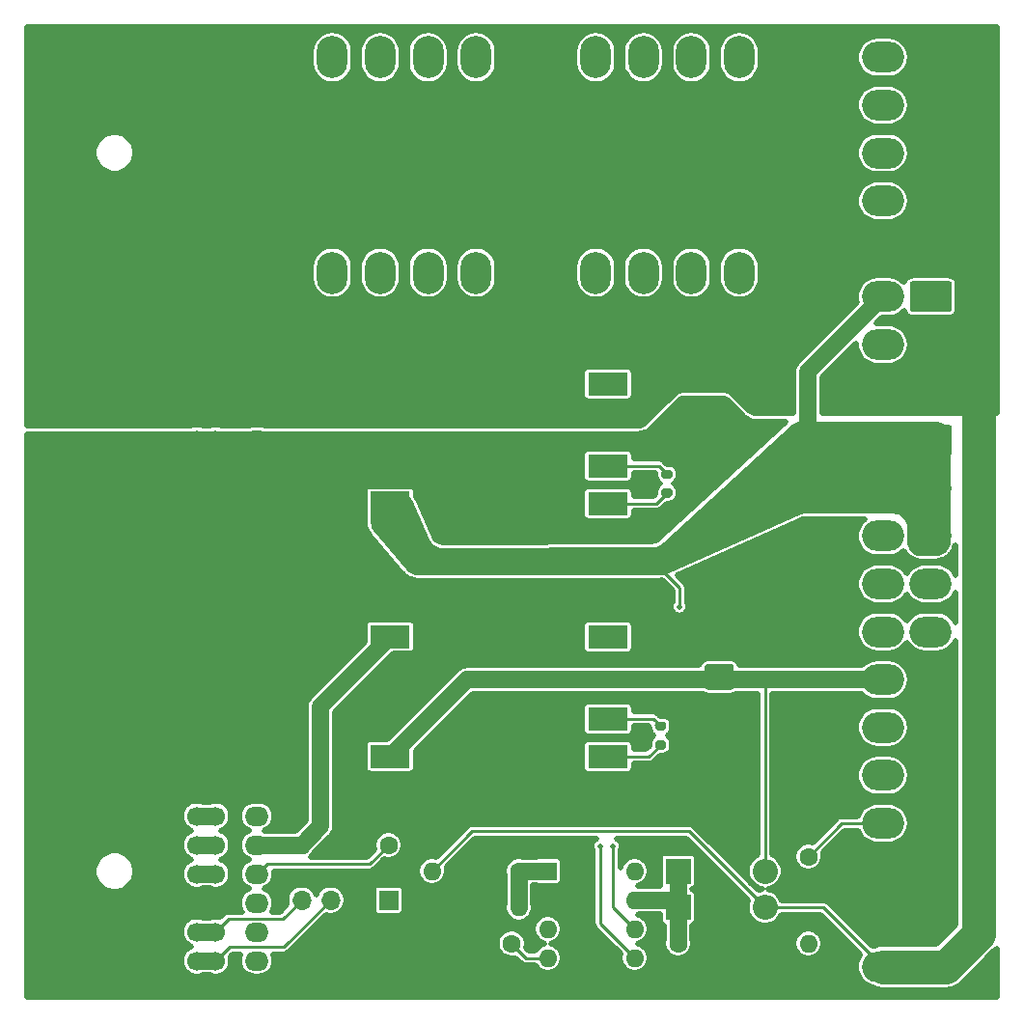
<source format=gtl>
%TF.GenerationSoftware,KiCad,Pcbnew,(5.1.9)-1*%
%TF.CreationDate,2021-05-18T23:24:29+08:00*%
%TF.ProjectId,KCORES CSPS to ATX Converter,4b434f52-4553-4204-9353-505320746f20,1.0*%
%TF.SameCoordinates,Original*%
%TF.FileFunction,Copper,L1,Top*%
%TF.FilePolarity,Positive*%
%FSLAX46Y46*%
G04 Gerber Fmt 4.6, Leading zero omitted, Abs format (unit mm)*
G04 Created by KiCad (PCBNEW (5.1.9)-1) date 2021-05-18 23:24:29*
%MOMM*%
%LPD*%
G01*
G04 APERTURE LIST*
%TA.AperFunction,SMDPad,CuDef*%
%ADD10R,3.500000X2.000000*%
%TD*%
%TA.AperFunction,ComponentPad*%
%ADD11O,1.700000X1.700000*%
%TD*%
%TA.AperFunction,ComponentPad*%
%ADD12R,1.700000X1.700000*%
%TD*%
%TA.AperFunction,ComponentPad*%
%ADD13O,2.080000X1.700000*%
%TD*%
%TA.AperFunction,ComponentPad*%
%ADD14C,1.700000*%
%TD*%
%TA.AperFunction,ComponentPad*%
%ADD15O,3.700000X2.700000*%
%TD*%
%TA.AperFunction,ComponentPad*%
%ADD16O,2.700000X3.700000*%
%TD*%
%TA.AperFunction,ComponentPad*%
%ADD17O,1.600000X1.600000*%
%TD*%
%TA.AperFunction,ComponentPad*%
%ADD18C,1.600000*%
%TD*%
%TA.AperFunction,ComponentPad*%
%ADD19R,1.600000X1.600000*%
%TD*%
%TA.AperFunction,ComponentPad*%
%ADD20O,2.200000X2.200000*%
%TD*%
%TA.AperFunction,ComponentPad*%
%ADD21R,2.200000X2.200000*%
%TD*%
%TA.AperFunction,ViaPad*%
%ADD22C,0.500000*%
%TD*%
%TA.AperFunction,ViaPad*%
%ADD23C,1.778000*%
%TD*%
%TA.AperFunction,Conductor*%
%ADD24C,1.500000*%
%TD*%
%TA.AperFunction,Conductor*%
%ADD25C,0.254000*%
%TD*%
%TA.AperFunction,Conductor*%
%ADD26C,3.000000*%
%TD*%
%TA.AperFunction,Conductor*%
%ADD27C,0.508000*%
%TD*%
%TA.AperFunction,Conductor*%
%ADD28C,0.100000*%
%TD*%
G04 APERTURE END LIST*
D10*
%TO.P,U3,7*%
%TO.N,Net-(U3-Pad7)*%
X143870000Y-130650000D03*
%TO.P,U3,5*%
%TO.N,Net-(R7-Pad2)*%
X143870000Y-137850000D03*
%TO.P,U3,4*%
%TO.N,Net-(R7-Pad1)*%
X143870000Y-141150000D03*
%TO.P,U3,3*%
%TO.N,/+5VSB*%
X124780000Y-141130000D03*
%TO.P,U3,2*%
%TO.N,GND*%
X124780000Y-136630000D03*
%TO.P,U3,1*%
%TO.N,/+12VSB*%
X124780000Y-130630000D03*
%TD*%
%TO.P,U1,7*%
%TO.N,Net-(U1-Pad7)*%
X143870000Y-108450000D03*
%TO.P,U1,5*%
%TO.N,Net-(R5-Pad2)*%
X143870000Y-115650000D03*
%TO.P,U1,4*%
%TO.N,Net-(R5-Pad1)*%
X143870000Y-118950000D03*
%TO.P,U1,3*%
%TO.N,+5V*%
X124780000Y-118930000D03*
%TO.P,U1,2*%
%TO.N,GND*%
X124780000Y-114430000D03*
%TO.P,U1,1*%
%TO.N,+12V*%
X124780000Y-108430000D03*
%TD*%
%TO.P,R7,2*%
%TO.N,Net-(R7-Pad2)*%
%TA.AperFunction,SMDPad,CuDef*%
G36*
G01*
X148775000Y-138875000D02*
X148225000Y-138875000D01*
G75*
G02*
X148025000Y-138675000I0J200000D01*
G01*
X148025000Y-138275000D01*
G75*
G02*
X148225000Y-138075000I200000J0D01*
G01*
X148775000Y-138075000D01*
G75*
G02*
X148975000Y-138275000I0J-200000D01*
G01*
X148975000Y-138675000D01*
G75*
G02*
X148775000Y-138875000I-200000J0D01*
G01*
G37*
%TD.AperFunction*%
%TO.P,R7,1*%
%TO.N,Net-(R7-Pad1)*%
%TA.AperFunction,SMDPad,CuDef*%
G36*
G01*
X148775000Y-140525000D02*
X148225000Y-140525000D01*
G75*
G02*
X148025000Y-140325000I0J200000D01*
G01*
X148025000Y-139925000D01*
G75*
G02*
X148225000Y-139725000I200000J0D01*
G01*
X148775000Y-139725000D01*
G75*
G02*
X148975000Y-139925000I0J-200000D01*
G01*
X148975000Y-140325000D01*
G75*
G02*
X148775000Y-140525000I-200000J0D01*
G01*
G37*
%TD.AperFunction*%
%TD*%
%TO.P,R5,2*%
%TO.N,Net-(R5-Pad2)*%
%TA.AperFunction,SMDPad,CuDef*%
G36*
G01*
X149325000Y-116775000D02*
X148775000Y-116775000D01*
G75*
G02*
X148575000Y-116575000I0J200000D01*
G01*
X148575000Y-116175000D01*
G75*
G02*
X148775000Y-115975000I200000J0D01*
G01*
X149325000Y-115975000D01*
G75*
G02*
X149525000Y-116175000I0J-200000D01*
G01*
X149525000Y-116575000D01*
G75*
G02*
X149325000Y-116775000I-200000J0D01*
G01*
G37*
%TD.AperFunction*%
%TO.P,R5,1*%
%TO.N,Net-(R5-Pad1)*%
%TA.AperFunction,SMDPad,CuDef*%
G36*
G01*
X149325000Y-118425000D02*
X148775000Y-118425000D01*
G75*
G02*
X148575000Y-118225000I0J200000D01*
G01*
X148575000Y-117825000D01*
G75*
G02*
X148775000Y-117625000I200000J0D01*
G01*
X149325000Y-117625000D01*
G75*
G02*
X149525000Y-117825000I0J-200000D01*
G01*
X149525000Y-118225000D01*
G75*
G02*
X149325000Y-118425000I-200000J0D01*
G01*
G37*
%TD.AperFunction*%
%TD*%
%TO.P,C3,2*%
%TO.N,GND*%
%TA.AperFunction,SMDPad,CuDef*%
G36*
G01*
X152624999Y-139425000D02*
X154675001Y-139425000D01*
G75*
G02*
X154925000Y-139674999I0J-249999D01*
G01*
X154925000Y-141425001D01*
G75*
G02*
X154675001Y-141675000I-249999J0D01*
G01*
X152624999Y-141675000D01*
G75*
G02*
X152375000Y-141425001I0J249999D01*
G01*
X152375000Y-139674999D01*
G75*
G02*
X152624999Y-139425000I249999J0D01*
G01*
G37*
%TD.AperFunction*%
%TO.P,C3,1*%
%TO.N,/+5VSB*%
%TA.AperFunction,SMDPad,CuDef*%
G36*
G01*
X152624999Y-133025000D02*
X154675001Y-133025000D01*
G75*
G02*
X154925000Y-133274999I0J-249999D01*
G01*
X154925000Y-135025001D01*
G75*
G02*
X154675001Y-135275000I-249999J0D01*
G01*
X152624999Y-135275000D01*
G75*
G02*
X152375000Y-135025001I0J249999D01*
G01*
X152375000Y-133274999D01*
G75*
G02*
X152624999Y-133025000I249999J0D01*
G01*
G37*
%TD.AperFunction*%
%TD*%
%TO.P,C1,2*%
%TO.N,GND*%
%TA.AperFunction,SMDPad,CuDef*%
G36*
G01*
X154925001Y-114725000D02*
X152874999Y-114725000D01*
G75*
G02*
X152625000Y-114475001I0J249999D01*
G01*
X152625000Y-112724999D01*
G75*
G02*
X152874999Y-112475000I249999J0D01*
G01*
X154925001Y-112475000D01*
G75*
G02*
X155175000Y-112724999I0J-249999D01*
G01*
X155175000Y-114475001D01*
G75*
G02*
X154925001Y-114725000I-249999J0D01*
G01*
G37*
%TD.AperFunction*%
%TO.P,C1,1*%
%TO.N,+5V*%
%TA.AperFunction,SMDPad,CuDef*%
G36*
G01*
X154925001Y-121125000D02*
X152874999Y-121125000D01*
G75*
G02*
X152625000Y-120875001I0J249999D01*
G01*
X152625000Y-119124999D01*
G75*
G02*
X152874999Y-118875000I249999J0D01*
G01*
X154925001Y-118875000D01*
G75*
G02*
X155175000Y-119124999I0J-249999D01*
G01*
X155175000Y-120875001D01*
G75*
G02*
X154925001Y-121125000I-249999J0D01*
G01*
G37*
%TD.AperFunction*%
%TD*%
D11*
%TO.P,J2,4*%
%TO.N,/SDA*%
X117010000Y-153740000D03*
%TO.P,J2,3*%
%TO.N,/SCL*%
X119550000Y-153740000D03*
%TO.P,J2,2*%
%TO.N,GND*%
X122090000Y-153740000D03*
D12*
%TO.P,J2,1*%
%TO.N,/~CSPS_PSON*%
X124630000Y-153740000D03*
%TD*%
D13*
%TO.P,J1,64*%
%TO.N,+12V*%
X113070000Y-80330000D03*
%TO.P,J1,63*%
X113070000Y-82870000D03*
%TO.P,J1,62*%
X113070000Y-85410000D03*
%TO.P,J1,61*%
X113070000Y-87950000D03*
%TO.P,J1,60*%
X113070000Y-90490000D03*
%TO.P,J1,59*%
X113070000Y-93030000D03*
%TO.P,J1,58*%
X113070000Y-95570000D03*
%TO.P,J1,57*%
X113070000Y-98110000D03*
%TO.P,J1,56*%
X113070000Y-100650000D03*
%TO.P,J1,55*%
X113070000Y-103190000D03*
%TO.P,J1,54*%
X113070000Y-105730000D03*
%TO.P,J1,53*%
X113070000Y-108270000D03*
%TO.P,J1,52*%
X113070000Y-110810000D03*
%TO.P,J1,51*%
%TO.N,GND*%
X113070000Y-113350000D03*
%TO.P,J1,50*%
X113070000Y-115890000D03*
%TO.P,J1,49*%
X113070000Y-118430000D03*
%TO.P,J1,48*%
X113070000Y-120970000D03*
%TO.P,J1,47*%
X113070000Y-123510000D03*
%TO.P,J1,46*%
X113070000Y-126050000D03*
%TO.P,J1,45*%
X113070000Y-128590000D03*
%TO.P,J1,44*%
X113070000Y-131130000D03*
%TO.P,J1,43*%
X113070000Y-133670000D03*
%TO.P,J1,42*%
X113070000Y-136210000D03*
%TO.P,J1,41*%
X113070000Y-138750000D03*
%TO.P,J1,40*%
X113070000Y-141290000D03*
%TO.P,J1,39*%
X113070000Y-143830000D03*
%TO.P,J1,38*%
%TO.N,Net-(J1-Pad38)*%
X113070000Y-146370000D03*
%TO.P,J1,37*%
%TO.N,/+12VSB*%
X113070000Y-148910000D03*
%TO.P,J1,36*%
%TO.N,/~PRESENT*%
X113070000Y-151450000D03*
%TO.P,J1,35*%
%TO.N,/CSPS_PSOK*%
X113070000Y-153990000D03*
%TO.P,J1,34*%
%TO.N,Net-(J1-Pad34)*%
X113070000Y-156530000D03*
%TO.P,J1,33*%
%TO.N,/~CSPS_PSON*%
X113070000Y-159070000D03*
D14*
%TO.P,J1,32*%
%TO.N,/SCL*%
X107800000Y-159070000D03*
%TO.P,J1,31*%
%TO.N,/SDA*%
X107800000Y-156530000D03*
%TO.P,J1,30*%
%TO.N,GND*%
X107800000Y-153990000D03*
%TO.P,J1,29*%
%TO.N,Net-(J1-Pad29)*%
X107800000Y-151450000D03*
%TO.P,J1,28*%
%TO.N,Net-(J1-Pad28)*%
X107800000Y-148910000D03*
%TO.P,J1,27*%
%TO.N,Net-(J1-Pad27)*%
X107800000Y-146370000D03*
%TO.P,J1,26*%
%TO.N,GND*%
X107800000Y-143830000D03*
%TO.P,J1,25*%
X107800000Y-141290000D03*
%TO.P,J1,24*%
X107800000Y-138750000D03*
%TO.P,J1,23*%
X107800000Y-136210000D03*
%TO.P,J1,22*%
X107800000Y-133670000D03*
%TO.P,J1,21*%
X107800000Y-131130000D03*
%TO.P,J1,20*%
X107800000Y-128590000D03*
%TO.P,J1,19*%
X107800000Y-126050000D03*
%TO.P,J1,18*%
X107800000Y-123510000D03*
%TO.P,J1,17*%
X107800000Y-120970000D03*
%TO.P,J1,16*%
X107800000Y-118430000D03*
%TO.P,J1,15*%
X107800000Y-115890000D03*
%TO.P,J1,14*%
X107800000Y-113350000D03*
%TO.P,J1,13*%
%TO.N,+12V*%
X107800000Y-110810000D03*
%TO.P,J1,12*%
X107800000Y-108270000D03*
%TO.P,J1,11*%
X107800000Y-105730000D03*
%TO.P,J1,10*%
X107800000Y-103190000D03*
%TO.P,J1,9*%
X107800000Y-100650000D03*
%TO.P,J1,8*%
X107800000Y-98110000D03*
%TO.P,J1,7*%
X107800000Y-95570000D03*
%TO.P,J1,6*%
X107800000Y-93030000D03*
%TO.P,J1,5*%
X107800000Y-90490000D03*
%TO.P,J1,4*%
X107800000Y-87950000D03*
%TO.P,J1,3*%
X107800000Y-85410000D03*
%TO.P,J1,2*%
X107800000Y-82870000D03*
%TO.P,J1,32*%
%TO.N,/SCL*%
X109450000Y-159070000D03*
%TO.P,J1,31*%
%TO.N,/SDA*%
X109450000Y-156530000D03*
%TO.P,J1,30*%
%TO.N,GND*%
X109450000Y-153990000D03*
%TO.P,J1,29*%
%TO.N,Net-(J1-Pad29)*%
X109450000Y-151450000D03*
%TO.P,J1,28*%
%TO.N,Net-(J1-Pad28)*%
X109450000Y-148910000D03*
%TO.P,J1,27*%
%TO.N,Net-(J1-Pad27)*%
X109450000Y-146370000D03*
%TO.P,J1,26*%
%TO.N,GND*%
X109450000Y-143830000D03*
%TO.P,J1,25*%
X109450000Y-141290000D03*
%TO.P,J1,24*%
X109450000Y-138750000D03*
%TO.P,J1,23*%
X109450000Y-136210000D03*
%TO.P,J1,22*%
X109450000Y-133670000D03*
%TO.P,J1,21*%
X109450000Y-131130000D03*
%TO.P,J1,20*%
X109450000Y-128590000D03*
%TO.P,J1,19*%
X109450000Y-126050000D03*
%TO.P,J1,18*%
X109450000Y-123510000D03*
%TO.P,J1,17*%
X109450000Y-120970000D03*
%TO.P,J1,16*%
X109450000Y-118430000D03*
%TO.P,J1,15*%
X109450000Y-115890000D03*
%TO.P,J1,14*%
X109450000Y-113350000D03*
%TO.P,J1,13*%
%TO.N,+12V*%
X109450000Y-110810000D03*
%TO.P,J1,12*%
X109450000Y-108270000D03*
%TO.P,J1,11*%
X109450000Y-105730000D03*
%TO.P,J1,10*%
X109450000Y-103190000D03*
%TO.P,J1,9*%
X109450000Y-100650000D03*
%TO.P,J1,8*%
X109450000Y-98110000D03*
%TO.P,J1,7*%
X109450000Y-95570000D03*
%TO.P,J1,6*%
X109450000Y-93030000D03*
%TO.P,J1,5*%
X109450000Y-90490000D03*
%TO.P,J1,4*%
X109450000Y-87950000D03*
%TO.P,J1,3*%
X109450000Y-85410000D03*
%TO.P,J1,2*%
X109450000Y-82870000D03*
%TO.P,J1,1*%
X107800000Y-80330000D03*
X109450000Y-80330000D03*
%TD*%
D15*
%TO.P,J7,8*%
%TO.N,GND*%
X168000000Y-92400000D03*
%TO.P,J7,7*%
X168000000Y-88200000D03*
%TO.P,J7,6*%
X168000000Y-84000000D03*
%TO.P,J7,5*%
X168000000Y-79800000D03*
%TO.P,J7,4*%
%TO.N,+12V*%
X172200000Y-92400000D03*
%TO.P,J7,3*%
X172200000Y-88200000D03*
%TO.P,J7,1*%
%TA.AperFunction,ComponentPad*%
G36*
G01*
X170601100Y-78450000D02*
X173798900Y-78450000D01*
G75*
G02*
X174050000Y-78701100I0J-251100D01*
G01*
X174050000Y-80898900D01*
G75*
G02*
X173798900Y-81150000I-251100J0D01*
G01*
X170601100Y-81150000D01*
G75*
G02*
X170350000Y-80898900I0J251100D01*
G01*
X170350000Y-78701100D01*
G75*
G02*
X170601100Y-78450000I251100J0D01*
G01*
G37*
%TD.AperFunction*%
%TO.P,J7,2*%
X172200000Y-84000000D03*
%TD*%
D16*
%TO.P,J6,8*%
%TO.N,GND*%
X155400000Y-98700000D03*
%TO.P,J6,7*%
X151200000Y-98700000D03*
%TO.P,J6,6*%
X147000000Y-98700000D03*
%TO.P,J6,5*%
X142800000Y-98700000D03*
%TO.P,J6,4*%
%TO.N,+12V*%
X155400000Y-94500000D03*
%TO.P,J6,3*%
X151200000Y-94500000D03*
%TO.P,J6,1*%
%TA.AperFunction,ComponentPad*%
G36*
G01*
X141450000Y-96098900D02*
X141450000Y-92901100D01*
G75*
G02*
X141701100Y-92650000I251100J0D01*
G01*
X143898900Y-92650000D01*
G75*
G02*
X144150000Y-92901100I0J-251100D01*
G01*
X144150000Y-96098900D01*
G75*
G02*
X143898900Y-96350000I-251100J0D01*
G01*
X141701100Y-96350000D01*
G75*
G02*
X141450000Y-96098900I0J251100D01*
G01*
G37*
%TD.AperFunction*%
%TO.P,J6,2*%
X147000000Y-94500000D03*
%TD*%
%TO.P,J5,8*%
%TO.N,GND*%
X142800000Y-79800000D03*
%TO.P,J5,7*%
X147000000Y-79800000D03*
%TO.P,J5,6*%
X151200000Y-79800000D03*
%TO.P,J5,5*%
X155400000Y-79800000D03*
%TO.P,J5,4*%
%TO.N,+12V*%
X142800000Y-84000000D03*
%TO.P,J5,3*%
X147000000Y-84000000D03*
%TO.P,J5,1*%
%TA.AperFunction,ComponentPad*%
G36*
G01*
X156750000Y-82401100D02*
X156750000Y-85598900D01*
G75*
G02*
X156498900Y-85850000I-251100J0D01*
G01*
X154301100Y-85850000D01*
G75*
G02*
X154050000Y-85598900I0J251100D01*
G01*
X154050000Y-82401100D01*
G75*
G02*
X154301100Y-82150000I251100J0D01*
G01*
X156498900Y-82150000D01*
G75*
G02*
X156750000Y-82401100I0J-251100D01*
G01*
G37*
%TD.AperFunction*%
%TO.P,J5,2*%
X151200000Y-84000000D03*
%TD*%
%TO.P,J4,8*%
%TO.N,GND*%
X132300000Y-98700000D03*
%TO.P,J4,7*%
X128100000Y-98700000D03*
%TO.P,J4,6*%
X123900000Y-98700000D03*
%TO.P,J4,5*%
X119700000Y-98700000D03*
%TO.P,J4,4*%
%TO.N,+12V*%
X132300000Y-94500000D03*
%TO.P,J4,3*%
X128100000Y-94500000D03*
%TO.P,J4,1*%
%TA.AperFunction,ComponentPad*%
G36*
G01*
X118350000Y-96098900D02*
X118350000Y-92901100D01*
G75*
G02*
X118601100Y-92650000I251100J0D01*
G01*
X120798900Y-92650000D01*
G75*
G02*
X121050000Y-92901100I0J-251100D01*
G01*
X121050000Y-96098900D01*
G75*
G02*
X120798900Y-96350000I-251100J0D01*
G01*
X118601100Y-96350000D01*
G75*
G02*
X118350000Y-96098900I0J251100D01*
G01*
G37*
%TD.AperFunction*%
%TO.P,J4,2*%
X123900000Y-94500000D03*
%TD*%
%TO.P,J3,8*%
%TO.N,GND*%
X119700000Y-79800000D03*
%TO.P,J3,7*%
X123900000Y-79800000D03*
%TO.P,J3,6*%
X128100000Y-79800000D03*
%TO.P,J3,5*%
X132300000Y-79800000D03*
%TO.P,J3,4*%
%TO.N,+12V*%
X119700000Y-84000000D03*
%TO.P,J3,3*%
X123900000Y-84000000D03*
%TO.P,J3,1*%
%TA.AperFunction,ComponentPad*%
G36*
G01*
X133650000Y-82401100D02*
X133650000Y-85598900D01*
G75*
G02*
X133398900Y-85850000I-251100J0D01*
G01*
X131201100Y-85850000D01*
G75*
G02*
X130950000Y-85598900I0J251100D01*
G01*
X130950000Y-82401100D01*
G75*
G02*
X131201100Y-82150000I251100J0D01*
G01*
X133398900Y-82150000D01*
G75*
G02*
X133650000Y-82401100I0J-251100D01*
G01*
G37*
%TD.AperFunction*%
%TO.P,J3,2*%
X128100000Y-84000000D03*
%TD*%
D15*
%TO.P,J9,24*%
%TO.N,+12V*%
X168000000Y-159600000D03*
%TO.P,J9,23*%
%TO.N,GND*%
X168000000Y-155400000D03*
%TO.P,J9,22*%
X168000000Y-151200000D03*
%TO.P,J9,21*%
%TO.N,/ATX_PWOK*%
X168000000Y-147000000D03*
%TO.P,J9,20*%
%TO.N,/~ATX_PSON*%
X168000000Y-142800000D03*
%TO.P,J9,19*%
%TO.N,Net-(J9-Pad19)*%
X168000000Y-138600000D03*
%TO.P,J9,18*%
%TO.N,/+5VSB*%
X168000000Y-134400000D03*
%TO.P,J9,17*%
%TO.N,+3V3*%
X168000000Y-130200000D03*
%TO.P,J9,16*%
X168000000Y-126000000D03*
%TO.P,J9,15*%
%TO.N,Net-(J9-Pad15)*%
X168000000Y-121800000D03*
%TO.P,J9,14*%
%TO.N,+5V*%
X168000000Y-117600000D03*
%TO.P,J9,13*%
X168000000Y-113400000D03*
%TO.P,J9,12*%
%TO.N,+12V*%
X172200000Y-159600000D03*
%TO.P,J9,11*%
%TO.N,GND*%
X172200000Y-155400000D03*
%TO.P,J9,10*%
X172200000Y-151200000D03*
%TO.P,J9,9*%
X172200000Y-147000000D03*
%TO.P,J9,8*%
X172200000Y-142800000D03*
%TO.P,J9,7*%
X172200000Y-138600000D03*
%TO.P,J9,6*%
X172200000Y-134400000D03*
%TO.P,J9,5*%
%TO.N,+3V3*%
X172200000Y-130200000D03*
%TO.P,J9,4*%
X172200000Y-126000000D03*
%TO.P,J9,3*%
%TO.N,+5V*%
X172200000Y-121800000D03*
%TO.P,J9,1*%
%TA.AperFunction,ComponentPad*%
G36*
G01*
X170601100Y-112050000D02*
X173798900Y-112050000D01*
G75*
G02*
X174050000Y-112301100I0J-251100D01*
G01*
X174050000Y-114498900D01*
G75*
G02*
X173798900Y-114750000I-251100J0D01*
G01*
X170601100Y-114750000D01*
G75*
G02*
X170350000Y-114498900I0J251100D01*
G01*
X170350000Y-112301100D01*
G75*
G02*
X170601100Y-112050000I251100J0D01*
G01*
G37*
%TD.AperFunction*%
%TO.P,J9,2*%
X172200000Y-117600000D03*
%TD*%
%TO.P,J8,1*%
%TO.N,GND*%
%TA.AperFunction,ComponentPad*%
G36*
G01*
X170601100Y-99450000D02*
X173798900Y-99450000D01*
G75*
G02*
X174050000Y-99701100I0J-251100D01*
G01*
X174050000Y-101898900D01*
G75*
G02*
X173798900Y-102150000I-251100J0D01*
G01*
X170601100Y-102150000D01*
G75*
G02*
X170350000Y-101898900I0J251100D01*
G01*
X170350000Y-99701100D01*
G75*
G02*
X170601100Y-99450000I251100J0D01*
G01*
G37*
%TD.AperFunction*%
%TO.P,J8,2*%
%TO.N,+12V*%
X172200000Y-105000000D03*
%TO.P,J8,3*%
%TO.N,+5V*%
X168000000Y-100800000D03*
%TO.P,J8,4*%
%TO.N,Net-(J8-Pad4)*%
X168000000Y-105000000D03*
%TD*%
D17*
%TO.P,R4,2*%
%TO.N,+5V*%
X161460000Y-157550000D03*
D18*
%TO.P,R4,1*%
%TO.N,/ATX_PWOK*%
X161460000Y-149930000D03*
%TD*%
D17*
%TO.P,U4,8*%
%TO.N,/ATX_PWOK*%
X146220000Y-151200000D03*
%TO.P,U4,4*%
%TO.N,/~ATX_PSON*%
X138600000Y-158820000D03*
%TO.P,U4,7*%
%TO.N,Net-(C5-Pad1)*%
X146220000Y-153740000D03*
%TO.P,U4,3*%
%TO.N,/~FPO*%
X138600000Y-156280000D03*
%TO.P,U4,6*%
%TO.N,+5V*%
X146220000Y-156280000D03*
%TO.P,U4,2*%
%TO.N,GND*%
X138600000Y-153740000D03*
%TO.P,U4,5*%
%TO.N,+3V3*%
X146220000Y-158820000D03*
D19*
%TO.P,U4,1*%
%TO.N,Net-(R2-Pad1)*%
X138600000Y-151200000D03*
%TD*%
D17*
%TO.P,R3,2*%
%TO.N,Net-(R2-Pad1)*%
X136060000Y-154375000D03*
D18*
%TO.P,R3,1*%
%TO.N,GND*%
X128440000Y-154375000D03*
%TD*%
D17*
%TO.P,R2,2*%
%TO.N,+12V*%
X128440000Y-151200000D03*
D18*
%TO.P,R2,1*%
%TO.N,Net-(R2-Pad1)*%
X136060000Y-151200000D03*
%TD*%
D17*
%TO.P,R1,2*%
%TO.N,/+12VSB*%
X117010000Y-148910000D03*
D18*
%TO.P,R1,1*%
%TO.N,/~PRESENT*%
X124630000Y-148910000D03*
%TD*%
D20*
%TO.P,D2,2*%
%TO.N,+12V*%
X157650000Y-154375000D03*
D21*
%TO.P,D2,1*%
%TO.N,Net-(C5-Pad1)*%
X150030000Y-154375000D03*
%TD*%
D20*
%TO.P,D1,2*%
%TO.N,/+5VSB*%
X157650000Y-151200000D03*
D21*
%TO.P,D1,1*%
%TO.N,Net-(C5-Pad1)*%
X150030000Y-151200000D03*
%TD*%
D18*
%TO.P,C5,2*%
%TO.N,GND*%
X152530000Y-157550000D03*
%TO.P,C5,1*%
%TO.N,Net-(C5-Pad1)*%
X150030000Y-157550000D03*
%TD*%
%TO.P,C4,2*%
%TO.N,/~ATX_PSON*%
X135425000Y-157550000D03*
%TO.P,C4,1*%
%TO.N,GND*%
X132925000Y-157550000D03*
%TD*%
D22*
%TO.N,+5V*%
X144300000Y-149000000D03*
X150150000Y-128000000D03*
%TO.N,+3V3*%
X143200000Y-149000000D03*
D23*
%TO.N,+12V*%
X144900000Y-111300000D03*
X143000000Y-111300000D03*
%TD*%
D24*
%TO.N,GND*%
X107800000Y-153990000D02*
X109450000Y-153990000D01*
D25*
%TO.N,+5V*%
X146220000Y-156280000D02*
X144315000Y-154375000D01*
D24*
X168000000Y-100800000D02*
X161400000Y-107400000D01*
X161400000Y-107400000D02*
X161400000Y-112750000D01*
D25*
X144315000Y-149015000D02*
X144300000Y-149000000D01*
X144315000Y-154375000D02*
X144315000Y-149015000D01*
X150150000Y-128000000D02*
X150150000Y-126300000D01*
X150150000Y-126300000D02*
X148400000Y-124550000D01*
%TO.N,+3V3*%
X146220000Y-158820000D02*
X143200000Y-155800000D01*
X143200000Y-155800000D02*
X143200000Y-149000000D01*
D24*
%TO.N,/+5VSB*%
X131510000Y-134400000D02*
X124780000Y-141130000D01*
X155675000Y-134400000D02*
X131510000Y-134400000D01*
D25*
X157650000Y-134500000D02*
X157750000Y-134400000D01*
X157650000Y-151200000D02*
X157650000Y-134500000D01*
D24*
X157750000Y-134400000D02*
X168000000Y-134400000D01*
X155675000Y-134400000D02*
X157750000Y-134400000D01*
D25*
%TO.N,/~ATX_PSON*%
X136695000Y-158820000D02*
X135425000Y-157550000D01*
X138600000Y-158820000D02*
X136695000Y-158820000D01*
D24*
%TO.N,Net-(C5-Pad1)*%
X150030000Y-151200000D02*
X150030000Y-154375000D01*
X150030000Y-154375000D02*
X150030000Y-157550000D01*
X149395000Y-153740000D02*
X150030000Y-154375000D01*
X146220000Y-153740000D02*
X149395000Y-153740000D01*
D26*
%TO.N,+12V*%
X168000000Y-159600000D02*
X172200000Y-159600000D01*
X176400000Y-109200000D02*
X172200000Y-105000000D01*
X176400000Y-156723024D02*
X176400000Y-109200000D01*
X172200000Y-159600000D02*
X173523024Y-159600000D01*
X173523024Y-159600000D02*
X176400000Y-156723024D01*
D25*
X162775000Y-154375000D02*
X168000000Y-159600000D01*
X157650000Y-154375000D02*
X162775000Y-154375000D01*
X128440000Y-151200000D02*
X131950000Y-147690000D01*
X150965000Y-147690000D02*
X157650000Y-154375000D01*
X131950000Y-147690000D02*
X150965000Y-147690000D01*
D24*
%TO.N,/SCL*%
X107800000Y-159070000D02*
X109450000Y-159070000D01*
D25*
X115440000Y-157850000D02*
X119550000Y-153740000D01*
X109450000Y-159070000D02*
X110670000Y-157850000D01*
X110670000Y-157850000D02*
X115440000Y-157850000D01*
D24*
%TO.N,/SDA*%
X107800000Y-156530000D02*
X109450000Y-156530000D01*
D25*
X115350000Y-155400000D02*
X117010000Y-153740000D01*
X109450000Y-156530000D02*
X110580000Y-155400000D01*
X110580000Y-155400000D02*
X115350000Y-155400000D01*
D24*
%TO.N,Net-(J1-Pad29)*%
X107800000Y-151450000D02*
X109450000Y-151450000D01*
%TO.N,Net-(J1-Pad28)*%
X107800000Y-148910000D02*
X109450000Y-148910000D01*
%TO.N,Net-(J1-Pad27)*%
X107800000Y-146370000D02*
X109450000Y-146370000D01*
%TO.N,/+12VSB*%
X113070000Y-148910000D02*
X117010000Y-148910000D01*
X117010000Y-148910000D02*
X118650000Y-147270000D01*
X118650000Y-136760000D02*
X124780000Y-130630000D01*
X118650000Y-147270000D02*
X118650000Y-136760000D01*
D25*
%TO.N,/~PRESENT*%
X122975000Y-150565000D02*
X124630000Y-148910000D01*
X113070000Y-151450000D02*
X113955000Y-150565000D01*
X113955000Y-150565000D02*
X122975000Y-150565000D01*
%TO.N,/ATX_PWOK*%
X164390000Y-147000000D02*
X161460000Y-149930000D01*
X168000000Y-147000000D02*
X164390000Y-147000000D01*
D24*
%TO.N,Net-(R2-Pad1)*%
X138600000Y-151200000D02*
X136060000Y-151200000D01*
X136060000Y-151200000D02*
X136060000Y-154375000D01*
D25*
%TO.N,Net-(R5-Pad2)*%
X148325000Y-115650000D02*
X149050000Y-116375000D01*
X143870000Y-115650000D02*
X148325000Y-115650000D01*
%TO.N,Net-(R5-Pad1)*%
X148125000Y-118950000D02*
X149050000Y-118025000D01*
X143870000Y-118950000D02*
X148125000Y-118950000D01*
%TO.N,Net-(R7-Pad2)*%
X148052990Y-138325000D02*
X148550000Y-138325000D01*
X147875000Y-137850000D02*
X148500000Y-138475000D01*
X143870000Y-137850000D02*
X147875000Y-137850000D01*
%TO.N,Net-(R7-Pad1)*%
X147475000Y-141150000D02*
X148500000Y-140125000D01*
X143870000Y-141150000D02*
X147475000Y-141150000D01*
%TD*%
D27*
%TO.N,GND*%
X153972128Y-109725053D02*
X154114613Y-109768275D01*
X154245928Y-109838465D01*
X154380414Y-109948834D01*
X155718816Y-111287236D01*
X155755755Y-111320716D01*
X155948206Y-111478656D01*
X156031007Y-111533982D01*
X156250573Y-111651343D01*
X156342579Y-111689453D01*
X156580823Y-111761723D01*
X156678494Y-111781151D01*
X156926258Y-111805554D01*
X156976051Y-111808000D01*
X159430595Y-111808000D01*
X148285744Y-122027968D01*
X148155605Y-122126884D01*
X148030558Y-122189697D01*
X147896114Y-122228513D01*
X147733410Y-122244288D01*
X129384270Y-122325736D01*
X129238307Y-122314313D01*
X129116635Y-122284127D01*
X129001573Y-122234353D01*
X128896253Y-122166347D01*
X128803545Y-122081962D01*
X128725964Y-121983488D01*
X128655484Y-121855143D01*
X127163552Y-118511159D01*
X127144921Y-118473637D01*
X127044188Y-118290181D01*
X127040457Y-118284544D01*
X127040457Y-117930000D01*
X127030649Y-117830415D01*
X127001601Y-117734657D01*
X126954429Y-117646405D01*
X126890948Y-117569052D01*
X126813595Y-117505571D01*
X126725343Y-117458399D01*
X126629585Y-117429351D01*
X126530000Y-117419543D01*
X123030000Y-117419543D01*
X122930415Y-117429351D01*
X122834657Y-117458399D01*
X122746405Y-117505571D01*
X122669052Y-117569052D01*
X122605571Y-117646405D01*
X122558399Y-117734657D01*
X122529351Y-117830415D01*
X122519543Y-117930000D01*
X122519543Y-119930000D01*
X122529351Y-120029585D01*
X122533807Y-120044274D01*
X122538292Y-120595945D01*
X122540551Y-120639847D01*
X122561314Y-120858459D01*
X122577148Y-120944857D01*
X122635259Y-121156625D01*
X122665741Y-121239008D01*
X122759464Y-121437599D01*
X122803679Y-121513496D01*
X122930210Y-121692973D01*
X122957071Y-121727772D01*
X125781115Y-125076282D01*
X125811047Y-125108791D01*
X125967486Y-125264527D01*
X126035238Y-125321148D01*
X126216281Y-125447444D01*
X126292816Y-125491478D01*
X126492993Y-125584517D01*
X126575995Y-125614633D01*
X126789259Y-125671605D01*
X126876221Y-125686894D01*
X127096128Y-125706078D01*
X127140277Y-125708000D01*
X148479470Y-125708000D01*
X148532682Y-125705205D01*
X148645317Y-125693341D01*
X149515001Y-126563027D01*
X149515000Y-127585980D01*
X149478269Y-127640952D01*
X149421129Y-127778899D01*
X149392000Y-127925343D01*
X149392000Y-128074657D01*
X149421129Y-128221101D01*
X149478269Y-128359048D01*
X149561223Y-128483197D01*
X149666803Y-128588777D01*
X149790952Y-128671731D01*
X149928899Y-128728871D01*
X150075343Y-128758000D01*
X150224657Y-128758000D01*
X150371101Y-128728871D01*
X150509048Y-128671731D01*
X150633197Y-128588777D01*
X150738777Y-128483197D01*
X150821731Y-128359048D01*
X150878871Y-128221101D01*
X150908000Y-128074657D01*
X150908000Y-127925343D01*
X150878871Y-127778899D01*
X150821731Y-127640952D01*
X150785000Y-127585980D01*
X150785000Y-126331189D01*
X150788072Y-126300000D01*
X150785000Y-126268808D01*
X150775812Y-126175518D01*
X150739502Y-126055820D01*
X150680538Y-125945506D01*
X150621069Y-125873043D01*
X150621065Y-125873039D01*
X150601185Y-125848815D01*
X150576960Y-125828934D01*
X149962986Y-125214961D01*
X160785632Y-120385020D01*
X160962358Y-120327470D01*
X161147206Y-120308000D01*
X166389225Y-120308000D01*
X166179839Y-120479839D01*
X165947655Y-120762756D01*
X165775126Y-121085534D01*
X165668884Y-121435768D01*
X165633010Y-121800000D01*
X165668884Y-122164232D01*
X165775126Y-122514466D01*
X165947655Y-122837244D01*
X166179839Y-123120161D01*
X166462756Y-123352345D01*
X166785534Y-123524874D01*
X167135768Y-123631116D01*
X167408724Y-123658000D01*
X168591276Y-123658000D01*
X168864232Y-123631116D01*
X169214466Y-123524874D01*
X169537244Y-123352345D01*
X169815852Y-123123698D01*
X169858310Y-123196500D01*
X169987281Y-123378698D01*
X170045075Y-123446761D01*
X170203954Y-123603563D01*
X170272772Y-123660456D01*
X170456651Y-123787018D01*
X170534364Y-123830982D01*
X170737561Y-123923395D01*
X170821778Y-123953075D01*
X171038018Y-124008482D01*
X171126125Y-124022957D01*
X171348725Y-124039648D01*
X171393393Y-124041026D01*
X172648071Y-124024517D01*
X172692067Y-124022027D01*
X172911090Y-124000067D01*
X172997607Y-123983724D01*
X173209549Y-123924275D01*
X173291947Y-123893237D01*
X173490440Y-123798084D01*
X173566238Y-123753287D01*
X173745320Y-123625290D01*
X173812248Y-123568074D01*
X173966538Y-123411076D01*
X174022579Y-123343166D01*
X174147442Y-123161886D01*
X174190916Y-123085317D01*
X174282602Y-122885198D01*
X174312201Y-122802275D01*
X174351726Y-122651316D01*
X174392001Y-122575967D01*
X174392001Y-125224033D01*
X174252345Y-124962756D01*
X174020161Y-124679839D01*
X173737244Y-124447655D01*
X173414466Y-124275126D01*
X173064232Y-124168884D01*
X172791276Y-124142000D01*
X171608724Y-124142000D01*
X171335768Y-124168884D01*
X170985534Y-124275126D01*
X170662756Y-124447655D01*
X170379839Y-124679839D01*
X170147655Y-124962756D01*
X170100000Y-125051912D01*
X170052345Y-124962756D01*
X169820161Y-124679839D01*
X169537244Y-124447655D01*
X169214466Y-124275126D01*
X168864232Y-124168884D01*
X168591276Y-124142000D01*
X167408724Y-124142000D01*
X167135768Y-124168884D01*
X166785534Y-124275126D01*
X166462756Y-124447655D01*
X166179839Y-124679839D01*
X165947655Y-124962756D01*
X165775126Y-125285534D01*
X165668884Y-125635768D01*
X165633010Y-126000000D01*
X165668884Y-126364232D01*
X165775126Y-126714466D01*
X165947655Y-127037244D01*
X166179839Y-127320161D01*
X166462756Y-127552345D01*
X166785534Y-127724874D01*
X167135768Y-127831116D01*
X167408724Y-127858000D01*
X168591276Y-127858000D01*
X168864232Y-127831116D01*
X169214466Y-127724874D01*
X169537244Y-127552345D01*
X169820161Y-127320161D01*
X170052345Y-127037244D01*
X170100000Y-126948088D01*
X170147655Y-127037244D01*
X170379839Y-127320161D01*
X170662756Y-127552345D01*
X170985534Y-127724874D01*
X171335768Y-127831116D01*
X171608724Y-127858000D01*
X172791276Y-127858000D01*
X173064232Y-127831116D01*
X173414466Y-127724874D01*
X173737244Y-127552345D01*
X174020161Y-127320161D01*
X174252345Y-127037244D01*
X174392001Y-126775968D01*
X174392001Y-129424032D01*
X174252345Y-129162756D01*
X174020161Y-128879839D01*
X173737244Y-128647655D01*
X173414466Y-128475126D01*
X173064232Y-128368884D01*
X172791276Y-128342000D01*
X171608724Y-128342000D01*
X171335768Y-128368884D01*
X170985534Y-128475126D01*
X170662756Y-128647655D01*
X170379839Y-128879839D01*
X170147655Y-129162756D01*
X170100000Y-129251912D01*
X170052345Y-129162756D01*
X169820161Y-128879839D01*
X169537244Y-128647655D01*
X169214466Y-128475126D01*
X168864232Y-128368884D01*
X168591276Y-128342000D01*
X167408724Y-128342000D01*
X167135768Y-128368884D01*
X166785534Y-128475126D01*
X166462756Y-128647655D01*
X166179839Y-128879839D01*
X165947655Y-129162756D01*
X165775126Y-129485534D01*
X165668884Y-129835768D01*
X165633010Y-130200000D01*
X165668884Y-130564232D01*
X165775126Y-130914466D01*
X165947655Y-131237244D01*
X166179839Y-131520161D01*
X166462756Y-131752345D01*
X166785534Y-131924874D01*
X167135768Y-132031116D01*
X167408724Y-132058000D01*
X168591276Y-132058000D01*
X168864232Y-132031116D01*
X169214466Y-131924874D01*
X169537244Y-131752345D01*
X169820161Y-131520161D01*
X170052345Y-131237244D01*
X170100000Y-131148088D01*
X170147655Y-131237244D01*
X170379839Y-131520161D01*
X170662756Y-131752345D01*
X170985534Y-131924874D01*
X171335768Y-132031116D01*
X171608724Y-132058000D01*
X172791276Y-132058000D01*
X173064232Y-132031116D01*
X173414466Y-131924874D01*
X173737244Y-131752345D01*
X174020161Y-131520161D01*
X174252345Y-131237244D01*
X174392001Y-130975968D01*
X174392000Y-155891283D01*
X172691284Y-157592000D01*
X167901362Y-157592000D01*
X167606363Y-157621055D01*
X167227854Y-157735874D01*
X167172948Y-157765222D01*
X167135768Y-157768884D01*
X167082935Y-157784911D01*
X163246074Y-153948050D01*
X163226185Y-153923815D01*
X163129494Y-153844463D01*
X163019180Y-153785498D01*
X162899482Y-153749188D01*
X162806192Y-153740000D01*
X162806181Y-153740000D01*
X162775000Y-153736929D01*
X162743819Y-153740000D01*
X159127461Y-153740000D01*
X159074991Y-153613327D01*
X158899015Y-153349960D01*
X158675040Y-153125985D01*
X158411673Y-152950009D01*
X158119036Y-152828795D01*
X157911434Y-152787500D01*
X158119036Y-152746205D01*
X158411673Y-152624991D01*
X158675040Y-152449015D01*
X158899015Y-152225040D01*
X159074991Y-151961673D01*
X159196205Y-151669036D01*
X159258000Y-151358374D01*
X159258000Y-151041626D01*
X159196205Y-150730964D01*
X159074991Y-150438327D01*
X158899015Y-150174960D01*
X158675040Y-149950985D01*
X158450831Y-149801173D01*
X160152000Y-149801173D01*
X160152000Y-150058827D01*
X160202266Y-150311530D01*
X160300865Y-150549570D01*
X160444010Y-150763801D01*
X160626199Y-150945990D01*
X160840430Y-151089135D01*
X161078470Y-151187734D01*
X161331173Y-151238000D01*
X161588827Y-151238000D01*
X161841530Y-151187734D01*
X162079570Y-151089135D01*
X162293801Y-150945990D01*
X162475990Y-150763801D01*
X162619135Y-150549570D01*
X162717734Y-150311530D01*
X162768000Y-150058827D01*
X162768000Y-149801173D01*
X162721354Y-149566670D01*
X164653026Y-147635000D01*
X165751020Y-147635000D01*
X165775126Y-147714466D01*
X165947655Y-148037244D01*
X166179839Y-148320161D01*
X166462756Y-148552345D01*
X166785534Y-148724874D01*
X167135768Y-148831116D01*
X167408724Y-148858000D01*
X168591276Y-148858000D01*
X168864232Y-148831116D01*
X169214466Y-148724874D01*
X169537244Y-148552345D01*
X169820161Y-148320161D01*
X170052345Y-148037244D01*
X170224874Y-147714466D01*
X170331116Y-147364232D01*
X170366990Y-147000000D01*
X170331116Y-146635768D01*
X170224874Y-146285534D01*
X170052345Y-145962756D01*
X169820161Y-145679839D01*
X169537244Y-145447655D01*
X169214466Y-145275126D01*
X168864232Y-145168884D01*
X168591276Y-145142000D01*
X167408724Y-145142000D01*
X167135768Y-145168884D01*
X166785534Y-145275126D01*
X166462756Y-145447655D01*
X166179839Y-145679839D01*
X165947655Y-145962756D01*
X165775126Y-146285534D01*
X165751020Y-146365000D01*
X164421189Y-146365000D01*
X164390000Y-146361928D01*
X164358811Y-146365000D01*
X164358808Y-146365000D01*
X164265518Y-146374188D01*
X164145820Y-146410498D01*
X164035506Y-146469462D01*
X163963043Y-146528931D01*
X163963039Y-146528935D01*
X163938815Y-146548815D01*
X163918935Y-146573039D01*
X161823330Y-148668646D01*
X161588827Y-148622000D01*
X161331173Y-148622000D01*
X161078470Y-148672266D01*
X160840430Y-148770865D01*
X160626199Y-148914010D01*
X160444010Y-149096199D01*
X160300865Y-149310430D01*
X160202266Y-149548470D01*
X160152000Y-149801173D01*
X158450831Y-149801173D01*
X158411673Y-149775009D01*
X158285000Y-149722539D01*
X158285000Y-142800000D01*
X165633010Y-142800000D01*
X165668884Y-143164232D01*
X165775126Y-143514466D01*
X165947655Y-143837244D01*
X166179839Y-144120161D01*
X166462756Y-144352345D01*
X166785534Y-144524874D01*
X167135768Y-144631116D01*
X167408724Y-144658000D01*
X168591276Y-144658000D01*
X168864232Y-144631116D01*
X169214466Y-144524874D01*
X169537244Y-144352345D01*
X169820161Y-144120161D01*
X170052345Y-143837244D01*
X170224874Y-143514466D01*
X170331116Y-143164232D01*
X170366990Y-142800000D01*
X170331116Y-142435768D01*
X170224874Y-142085534D01*
X170052345Y-141762756D01*
X169820161Y-141479839D01*
X169537244Y-141247655D01*
X169214466Y-141075126D01*
X168864232Y-140968884D01*
X168591276Y-140942000D01*
X167408724Y-140942000D01*
X167135768Y-140968884D01*
X166785534Y-141075126D01*
X166462756Y-141247655D01*
X166179839Y-141479839D01*
X165947655Y-141762756D01*
X165775126Y-142085534D01*
X165668884Y-142435768D01*
X165633010Y-142800000D01*
X158285000Y-142800000D01*
X158285000Y-138600000D01*
X165633010Y-138600000D01*
X165668884Y-138964232D01*
X165775126Y-139314466D01*
X165947655Y-139637244D01*
X166179839Y-139920161D01*
X166462756Y-140152345D01*
X166785534Y-140324874D01*
X167135768Y-140431116D01*
X167408724Y-140458000D01*
X168591276Y-140458000D01*
X168864232Y-140431116D01*
X169214466Y-140324874D01*
X169537244Y-140152345D01*
X169820161Y-139920161D01*
X170052345Y-139637244D01*
X170224874Y-139314466D01*
X170331116Y-138964232D01*
X170366990Y-138600000D01*
X170331116Y-138235768D01*
X170224874Y-137885534D01*
X170052345Y-137562756D01*
X169820161Y-137279839D01*
X169537244Y-137047655D01*
X169214466Y-136875126D01*
X168864232Y-136768884D01*
X168591276Y-136742000D01*
X167408724Y-136742000D01*
X167135768Y-136768884D01*
X166785534Y-136875126D01*
X166462756Y-137047655D01*
X166179839Y-137279839D01*
X165947655Y-137562756D01*
X165775126Y-137885534D01*
X165668884Y-138235768D01*
X165633010Y-138600000D01*
X158285000Y-138600000D01*
X158285000Y-135658000D01*
X166128825Y-135658000D01*
X166179839Y-135720161D01*
X166462756Y-135952345D01*
X166785534Y-136124874D01*
X167135768Y-136231116D01*
X167408724Y-136258000D01*
X168591276Y-136258000D01*
X168864232Y-136231116D01*
X169214466Y-136124874D01*
X169537244Y-135952345D01*
X169820161Y-135720161D01*
X170052345Y-135437244D01*
X170224874Y-135114466D01*
X170331116Y-134764232D01*
X170366990Y-134400000D01*
X170331116Y-134035768D01*
X170224874Y-133685534D01*
X170052345Y-133362756D01*
X169820161Y-133079839D01*
X169537244Y-132847655D01*
X169214466Y-132675126D01*
X168864232Y-132568884D01*
X168591276Y-132542000D01*
X167408724Y-132542000D01*
X167135768Y-132568884D01*
X166785534Y-132675126D01*
X166462756Y-132847655D01*
X166179839Y-133079839D01*
X166128825Y-133142000D01*
X155422358Y-133142000D01*
X155420845Y-133126641D01*
X155377571Y-132983985D01*
X155307297Y-132852512D01*
X155212725Y-132737275D01*
X155097488Y-132642703D01*
X154966015Y-132572429D01*
X154823359Y-132529155D01*
X154675001Y-132514543D01*
X152624999Y-132514543D01*
X152476641Y-132529155D01*
X152333985Y-132572429D01*
X152202512Y-132642703D01*
X152087275Y-132737275D01*
X151992703Y-132852512D01*
X151922429Y-132983985D01*
X151879155Y-133126641D01*
X151877642Y-133142000D01*
X131571789Y-133142000D01*
X131509999Y-133135914D01*
X131448209Y-133142000D01*
X131448208Y-133142000D01*
X131263389Y-133160203D01*
X131026255Y-133232137D01*
X130807711Y-133348951D01*
X130616156Y-133506156D01*
X130576761Y-133554159D01*
X124511378Y-139619543D01*
X123030000Y-139619543D01*
X122930415Y-139629351D01*
X122834657Y-139658399D01*
X122746405Y-139705571D01*
X122669052Y-139769052D01*
X122605571Y-139846405D01*
X122558399Y-139934657D01*
X122529351Y-140030415D01*
X122519543Y-140130000D01*
X122519543Y-142130000D01*
X122529351Y-142229585D01*
X122558399Y-142325343D01*
X122605571Y-142413595D01*
X122669052Y-142490948D01*
X122746405Y-142554429D01*
X122834657Y-142601601D01*
X122930415Y-142630649D01*
X123030000Y-142640457D01*
X126530000Y-142640457D01*
X126629585Y-142630649D01*
X126725343Y-142601601D01*
X126813595Y-142554429D01*
X126890948Y-142490948D01*
X126954429Y-142413595D01*
X127001601Y-142325343D01*
X127030649Y-142229585D01*
X127040457Y-142130000D01*
X127040457Y-140648622D01*
X130839079Y-136850000D01*
X141609543Y-136850000D01*
X141609543Y-138850000D01*
X141619351Y-138949585D01*
X141648399Y-139045343D01*
X141695571Y-139133595D01*
X141759052Y-139210948D01*
X141836405Y-139274429D01*
X141924657Y-139321601D01*
X142020415Y-139350649D01*
X142120000Y-139360457D01*
X145620000Y-139360457D01*
X145719585Y-139350649D01*
X145815343Y-139321601D01*
X145903595Y-139274429D01*
X145980948Y-139210948D01*
X146044429Y-139133595D01*
X146091601Y-139045343D01*
X146120649Y-138949585D01*
X146130457Y-138850000D01*
X146130457Y-138485000D01*
X147437952Y-138485000D01*
X147463488Y-138569180D01*
X147514543Y-138664696D01*
X147514543Y-138675000D01*
X147528194Y-138813603D01*
X147568623Y-138946880D01*
X147634277Y-139069709D01*
X147722631Y-139177369D01*
X147830291Y-139265723D01*
X147894418Y-139300000D01*
X147830291Y-139334277D01*
X147722631Y-139422631D01*
X147634277Y-139530291D01*
X147568623Y-139653120D01*
X147528194Y-139786397D01*
X147514543Y-139925000D01*
X147514543Y-140212433D01*
X147211976Y-140515000D01*
X146130457Y-140515000D01*
X146130457Y-140150000D01*
X146120649Y-140050415D01*
X146091601Y-139954657D01*
X146044429Y-139866405D01*
X145980948Y-139789052D01*
X145903595Y-139725571D01*
X145815343Y-139678399D01*
X145719585Y-139649351D01*
X145620000Y-139639543D01*
X142120000Y-139639543D01*
X142020415Y-139649351D01*
X141924657Y-139678399D01*
X141836405Y-139725571D01*
X141759052Y-139789052D01*
X141695571Y-139866405D01*
X141648399Y-139954657D01*
X141619351Y-140050415D01*
X141609543Y-140150000D01*
X141609543Y-142150000D01*
X141619351Y-142249585D01*
X141648399Y-142345343D01*
X141695571Y-142433595D01*
X141759052Y-142510948D01*
X141836405Y-142574429D01*
X141924657Y-142621601D01*
X142020415Y-142650649D01*
X142120000Y-142660457D01*
X145620000Y-142660457D01*
X145719585Y-142650649D01*
X145815343Y-142621601D01*
X145903595Y-142574429D01*
X145980948Y-142510948D01*
X146044429Y-142433595D01*
X146091601Y-142345343D01*
X146120649Y-142249585D01*
X146130457Y-142150000D01*
X146130457Y-141785000D01*
X147443819Y-141785000D01*
X147475000Y-141788071D01*
X147506181Y-141785000D01*
X147506192Y-141785000D01*
X147599482Y-141775812D01*
X147719180Y-141739502D01*
X147829494Y-141680537D01*
X147926185Y-141601185D01*
X147946074Y-141576950D01*
X148487568Y-141035457D01*
X148775000Y-141035457D01*
X148913603Y-141021806D01*
X149046880Y-140981377D01*
X149169709Y-140915723D01*
X149277369Y-140827369D01*
X149365723Y-140719709D01*
X149431377Y-140596880D01*
X149471806Y-140463603D01*
X149485457Y-140325000D01*
X149485457Y-139925000D01*
X149471806Y-139786397D01*
X149431377Y-139653120D01*
X149365723Y-139530291D01*
X149277369Y-139422631D01*
X149169709Y-139334277D01*
X149105582Y-139300000D01*
X149169709Y-139265723D01*
X149277369Y-139177369D01*
X149365723Y-139069709D01*
X149431377Y-138946880D01*
X149471806Y-138813603D01*
X149485457Y-138675000D01*
X149485457Y-138275000D01*
X149471806Y-138136397D01*
X149431377Y-138003120D01*
X149365723Y-137880291D01*
X149277369Y-137772631D01*
X149169709Y-137684277D01*
X149046880Y-137618623D01*
X148913603Y-137578194D01*
X148775000Y-137564543D01*
X148487568Y-137564543D01*
X148346074Y-137423050D01*
X148326185Y-137398815D01*
X148229494Y-137319463D01*
X148119180Y-137260498D01*
X147999482Y-137224188D01*
X147906192Y-137215000D01*
X147906181Y-137215000D01*
X147875000Y-137211929D01*
X147843819Y-137215000D01*
X146130457Y-137215000D01*
X146130457Y-136850000D01*
X146120649Y-136750415D01*
X146091601Y-136654657D01*
X146044429Y-136566405D01*
X145980948Y-136489052D01*
X145903595Y-136425571D01*
X145815343Y-136378399D01*
X145719585Y-136349351D01*
X145620000Y-136339543D01*
X142120000Y-136339543D01*
X142020415Y-136349351D01*
X141924657Y-136378399D01*
X141836405Y-136425571D01*
X141759052Y-136489052D01*
X141695571Y-136566405D01*
X141648399Y-136654657D01*
X141619351Y-136750415D01*
X141609543Y-136850000D01*
X130839079Y-136850000D01*
X132031080Y-135658000D01*
X152203827Y-135658000D01*
X152333985Y-135727571D01*
X152476641Y-135770845D01*
X152624999Y-135785457D01*
X154675001Y-135785457D01*
X154823359Y-135770845D01*
X154966015Y-135727571D01*
X155096173Y-135658000D01*
X157015001Y-135658000D01*
X157015000Y-149722539D01*
X156888327Y-149775009D01*
X156624960Y-149950985D01*
X156400985Y-150174960D01*
X156225009Y-150438327D01*
X156103795Y-150730964D01*
X156042000Y-151041626D01*
X156042000Y-151358374D01*
X156103795Y-151669036D01*
X156225009Y-151961673D01*
X156400985Y-152225040D01*
X156624960Y-152449015D01*
X156888327Y-152624991D01*
X157180964Y-152746205D01*
X157388566Y-152787500D01*
X157180964Y-152828795D01*
X157054290Y-152881265D01*
X151436074Y-147263050D01*
X151416185Y-147238815D01*
X151319494Y-147159463D01*
X151209180Y-147100498D01*
X151089482Y-147064188D01*
X150996192Y-147055000D01*
X150996181Y-147055000D01*
X150965000Y-147051929D01*
X150933819Y-147055000D01*
X131981189Y-147055000D01*
X131950000Y-147051928D01*
X131918811Y-147055000D01*
X131918808Y-147055000D01*
X131825518Y-147064188D01*
X131705820Y-147100498D01*
X131595506Y-147159462D01*
X131523043Y-147218931D01*
X131523039Y-147218935D01*
X131498815Y-147238815D01*
X131478935Y-147263039D01*
X128803330Y-149938646D01*
X128568827Y-149892000D01*
X128311173Y-149892000D01*
X128058470Y-149942266D01*
X127820430Y-150040865D01*
X127606199Y-150184010D01*
X127424010Y-150366199D01*
X127280865Y-150580430D01*
X127182266Y-150818470D01*
X127132000Y-151071173D01*
X127132000Y-151328827D01*
X127182266Y-151581530D01*
X127280865Y-151819570D01*
X127424010Y-152033801D01*
X127606199Y-152215990D01*
X127820430Y-152359135D01*
X128058470Y-152457734D01*
X128311173Y-152508000D01*
X128568827Y-152508000D01*
X128821530Y-152457734D01*
X129059570Y-152359135D01*
X129273801Y-152215990D01*
X129455990Y-152033801D01*
X129599135Y-151819570D01*
X129697734Y-151581530D01*
X129748000Y-151328827D01*
X129748000Y-151071173D01*
X134752000Y-151071173D01*
X134752000Y-151328827D01*
X134802000Y-151580193D01*
X134802001Y-153994803D01*
X134752000Y-154246173D01*
X134752000Y-154503827D01*
X134802266Y-154756530D01*
X134900865Y-154994570D01*
X135044010Y-155208801D01*
X135226199Y-155390990D01*
X135440430Y-155534135D01*
X135678470Y-155632734D01*
X135931173Y-155683000D01*
X136188827Y-155683000D01*
X136441530Y-155632734D01*
X136679570Y-155534135D01*
X136893801Y-155390990D01*
X137075990Y-155208801D01*
X137219135Y-154994570D01*
X137317734Y-154756530D01*
X137368000Y-154503827D01*
X137368000Y-154246173D01*
X137318000Y-153994807D01*
X137318000Y-152458000D01*
X137579211Y-152458000D01*
X137604657Y-152471601D01*
X137700415Y-152500649D01*
X137800000Y-152510457D01*
X139400000Y-152510457D01*
X139499585Y-152500649D01*
X139595343Y-152471601D01*
X139683595Y-152424429D01*
X139760948Y-152360948D01*
X139824429Y-152283595D01*
X139871601Y-152195343D01*
X139900649Y-152099585D01*
X139910457Y-152000000D01*
X139910457Y-150400000D01*
X139900649Y-150300415D01*
X139871601Y-150204657D01*
X139824429Y-150116405D01*
X139760948Y-150039052D01*
X139683595Y-149975571D01*
X139595343Y-149928399D01*
X139499585Y-149899351D01*
X139400000Y-149889543D01*
X137800000Y-149889543D01*
X137700415Y-149899351D01*
X137604657Y-149928399D01*
X137579211Y-149942000D01*
X136440193Y-149942000D01*
X136188827Y-149892000D01*
X135931173Y-149892000D01*
X135678470Y-149942266D01*
X135440430Y-150040865D01*
X135226199Y-150184010D01*
X135044010Y-150366199D01*
X134900865Y-150580430D01*
X134802266Y-150818470D01*
X134752000Y-151071173D01*
X129748000Y-151071173D01*
X129701354Y-150836670D01*
X132213026Y-148325000D01*
X142848844Y-148325000D01*
X142840952Y-148328269D01*
X142716803Y-148411223D01*
X142611223Y-148516803D01*
X142528269Y-148640952D01*
X142471129Y-148778899D01*
X142442000Y-148925343D01*
X142442000Y-149074657D01*
X142471129Y-149221101D01*
X142528269Y-149359048D01*
X142565001Y-149414021D01*
X142565000Y-155768819D01*
X142561929Y-155800000D01*
X142565000Y-155831181D01*
X142565000Y-155831191D01*
X142574188Y-155924481D01*
X142610498Y-156044179D01*
X142669463Y-156154493D01*
X142748815Y-156251185D01*
X142773050Y-156271074D01*
X144958646Y-158456670D01*
X144912000Y-158691173D01*
X144912000Y-158948827D01*
X144962266Y-159201530D01*
X145060865Y-159439570D01*
X145204010Y-159653801D01*
X145386199Y-159835990D01*
X145600430Y-159979135D01*
X145838470Y-160077734D01*
X146091173Y-160128000D01*
X146348827Y-160128000D01*
X146601530Y-160077734D01*
X146839570Y-159979135D01*
X147053801Y-159835990D01*
X147235990Y-159653801D01*
X147379135Y-159439570D01*
X147477734Y-159201530D01*
X147528000Y-158948827D01*
X147528000Y-158691173D01*
X147477734Y-158438470D01*
X147379135Y-158200430D01*
X147235990Y-157986199D01*
X147053801Y-157804010D01*
X146839570Y-157660865D01*
X146601530Y-157562266D01*
X146539865Y-157550000D01*
X146601530Y-157537734D01*
X146839570Y-157439135D01*
X147053801Y-157295990D01*
X147235990Y-157113801D01*
X147379135Y-156899570D01*
X147477734Y-156661530D01*
X147528000Y-156408827D01*
X147528000Y-156151173D01*
X147477734Y-155898470D01*
X147379135Y-155660430D01*
X147235990Y-155446199D01*
X147053801Y-155264010D01*
X146839570Y-155120865D01*
X146601530Y-155022266D01*
X146539865Y-155010000D01*
X146600193Y-154998000D01*
X148419543Y-154998000D01*
X148419543Y-155475000D01*
X148429351Y-155574585D01*
X148458399Y-155670343D01*
X148505571Y-155758595D01*
X148569052Y-155835948D01*
X148646405Y-155899429D01*
X148734657Y-155946601D01*
X148772000Y-155957929D01*
X148772001Y-157169803D01*
X148722000Y-157421173D01*
X148722000Y-157678827D01*
X148772266Y-157931530D01*
X148870865Y-158169570D01*
X149014010Y-158383801D01*
X149196199Y-158565990D01*
X149410430Y-158709135D01*
X149648470Y-158807734D01*
X149901173Y-158858000D01*
X150158827Y-158858000D01*
X150411530Y-158807734D01*
X150649570Y-158709135D01*
X150863801Y-158565990D01*
X151045990Y-158383801D01*
X151189135Y-158169570D01*
X151287734Y-157931530D01*
X151338000Y-157678827D01*
X151338000Y-157421173D01*
X160152000Y-157421173D01*
X160152000Y-157678827D01*
X160202266Y-157931530D01*
X160300865Y-158169570D01*
X160444010Y-158383801D01*
X160626199Y-158565990D01*
X160840430Y-158709135D01*
X161078470Y-158807734D01*
X161331173Y-158858000D01*
X161588827Y-158858000D01*
X161841530Y-158807734D01*
X162079570Y-158709135D01*
X162293801Y-158565990D01*
X162475990Y-158383801D01*
X162619135Y-158169570D01*
X162717734Y-157931530D01*
X162768000Y-157678827D01*
X162768000Y-157421173D01*
X162717734Y-157168470D01*
X162619135Y-156930430D01*
X162475990Y-156716199D01*
X162293801Y-156534010D01*
X162079570Y-156390865D01*
X161841530Y-156292266D01*
X161588827Y-156242000D01*
X161331173Y-156242000D01*
X161078470Y-156292266D01*
X160840430Y-156390865D01*
X160626199Y-156534010D01*
X160444010Y-156716199D01*
X160300865Y-156930430D01*
X160202266Y-157168470D01*
X160152000Y-157421173D01*
X151338000Y-157421173D01*
X151288000Y-157169807D01*
X151288000Y-155957929D01*
X151325343Y-155946601D01*
X151413595Y-155899429D01*
X151490948Y-155835948D01*
X151554429Y-155758595D01*
X151601601Y-155670343D01*
X151630649Y-155574585D01*
X151640457Y-155475000D01*
X151640457Y-153275000D01*
X151630649Y-153175415D01*
X151601601Y-153079657D01*
X151554429Y-152991405D01*
X151490948Y-152914052D01*
X151413595Y-152850571D01*
X151325343Y-152803399D01*
X151288000Y-152792071D01*
X151288000Y-152782929D01*
X151325343Y-152771601D01*
X151413595Y-152724429D01*
X151490948Y-152660948D01*
X151554429Y-152583595D01*
X151601601Y-152495343D01*
X151630649Y-152399585D01*
X151640457Y-152300000D01*
X151640457Y-150100000D01*
X151630649Y-150000415D01*
X151601601Y-149904657D01*
X151554429Y-149816405D01*
X151490948Y-149739052D01*
X151413595Y-149675571D01*
X151325343Y-149628399D01*
X151229585Y-149599351D01*
X151130000Y-149589543D01*
X148930000Y-149589543D01*
X148830415Y-149599351D01*
X148734657Y-149628399D01*
X148646405Y-149675571D01*
X148569052Y-149739052D01*
X148505571Y-149816405D01*
X148458399Y-149904657D01*
X148429351Y-150000415D01*
X148419543Y-150100000D01*
X148419543Y-152300000D01*
X148429351Y-152399585D01*
X148454351Y-152482000D01*
X146600193Y-152482000D01*
X146539865Y-152470000D01*
X146601530Y-152457734D01*
X146839570Y-152359135D01*
X147053801Y-152215990D01*
X147235990Y-152033801D01*
X147379135Y-151819570D01*
X147477734Y-151581530D01*
X147528000Y-151328827D01*
X147528000Y-151071173D01*
X147477734Y-150818470D01*
X147379135Y-150580430D01*
X147235990Y-150366199D01*
X147053801Y-150184010D01*
X146839570Y-150040865D01*
X146601530Y-149942266D01*
X146348827Y-149892000D01*
X146091173Y-149892000D01*
X145838470Y-149942266D01*
X145600430Y-150040865D01*
X145386199Y-150184010D01*
X145204010Y-150366199D01*
X145060865Y-150580430D01*
X144962266Y-150818470D01*
X144950000Y-150880135D01*
X144950000Y-149391571D01*
X144971731Y-149359048D01*
X145028871Y-149221101D01*
X145058000Y-149074657D01*
X145058000Y-148925343D01*
X145028871Y-148778899D01*
X144971731Y-148640952D01*
X144888777Y-148516803D01*
X144783197Y-148411223D01*
X144659048Y-148328269D01*
X144651156Y-148325000D01*
X150701976Y-148325000D01*
X156156265Y-153779290D01*
X156103795Y-153905964D01*
X156042000Y-154216626D01*
X156042000Y-154533374D01*
X156103795Y-154844036D01*
X156225009Y-155136673D01*
X156400985Y-155400040D01*
X156624960Y-155624015D01*
X156888327Y-155799991D01*
X157180964Y-155921205D01*
X157491626Y-155983000D01*
X157808374Y-155983000D01*
X158119036Y-155921205D01*
X158411673Y-155799991D01*
X158675040Y-155624015D01*
X158899015Y-155400040D01*
X159074991Y-155136673D01*
X159127461Y-155010000D01*
X162511976Y-155010000D01*
X166000428Y-158498452D01*
X165947655Y-158562756D01*
X165775126Y-158885534D01*
X165668884Y-159235768D01*
X165633010Y-159600000D01*
X165668884Y-159964232D01*
X165775126Y-160314466D01*
X165947655Y-160637244D01*
X166179839Y-160920161D01*
X166462756Y-161152345D01*
X166785534Y-161324874D01*
X167135768Y-161431116D01*
X167172948Y-161434778D01*
X167227854Y-161464126D01*
X167606363Y-161578945D01*
X167901362Y-161608000D01*
X173424386Y-161608000D01*
X173523024Y-161617715D01*
X173916661Y-161578945D01*
X174295170Y-161464126D01*
X174644006Y-161277669D01*
X174949764Y-161026740D01*
X175012646Y-160950118D01*
X177750123Y-158212642D01*
X177826740Y-158149764D01*
X177967000Y-157978857D01*
X177967000Y-162217000D01*
X92933000Y-162217000D01*
X92933000Y-156396249D01*
X106442000Y-156396249D01*
X106442000Y-156663751D01*
X106494187Y-156926114D01*
X106596556Y-157173254D01*
X106745172Y-157395675D01*
X106934325Y-157584828D01*
X107156746Y-157733444D01*
X107317426Y-157800000D01*
X107156746Y-157866556D01*
X106934325Y-158015172D01*
X106745172Y-158204325D01*
X106596556Y-158426746D01*
X106494187Y-158673886D01*
X106442000Y-158936249D01*
X106442000Y-159203751D01*
X106494187Y-159466114D01*
X106596556Y-159713254D01*
X106745172Y-159935675D01*
X106934325Y-160124828D01*
X107156746Y-160273444D01*
X107403886Y-160375813D01*
X107666249Y-160428000D01*
X107933751Y-160428000D01*
X108196114Y-160375813D01*
X108311544Y-160328000D01*
X108938456Y-160328000D01*
X109053886Y-160375813D01*
X109316249Y-160428000D01*
X109583751Y-160428000D01*
X109846114Y-160375813D01*
X110093254Y-160273444D01*
X110315675Y-160124828D01*
X110504828Y-159935675D01*
X110653444Y-159713254D01*
X110755813Y-159466114D01*
X110808000Y-159203751D01*
X110808000Y-158936249D01*
X110755813Y-158673886D01*
X110752394Y-158665632D01*
X110933026Y-158485000D01*
X111652870Y-158485000D01*
X111619302Y-158547802D01*
X111541650Y-158803786D01*
X111515430Y-159070000D01*
X111541650Y-159336214D01*
X111619302Y-159592198D01*
X111745402Y-159828114D01*
X111915103Y-160034897D01*
X112121886Y-160204598D01*
X112357802Y-160330698D01*
X112613786Y-160408350D01*
X112813294Y-160428000D01*
X113326706Y-160428000D01*
X113526214Y-160408350D01*
X113782198Y-160330698D01*
X114018114Y-160204598D01*
X114224897Y-160034897D01*
X114394598Y-159828114D01*
X114520698Y-159592198D01*
X114598350Y-159336214D01*
X114624570Y-159070000D01*
X114598350Y-158803786D01*
X114520698Y-158547802D01*
X114487130Y-158485000D01*
X115408819Y-158485000D01*
X115440000Y-158488071D01*
X115471181Y-158485000D01*
X115471192Y-158485000D01*
X115564482Y-158475812D01*
X115684180Y-158439502D01*
X115794494Y-158380537D01*
X115891185Y-158301185D01*
X115911074Y-158276950D01*
X116766851Y-157421173D01*
X134117000Y-157421173D01*
X134117000Y-157678827D01*
X134167266Y-157931530D01*
X134265865Y-158169570D01*
X134409010Y-158383801D01*
X134591199Y-158565990D01*
X134805430Y-158709135D01*
X135043470Y-158807734D01*
X135296173Y-158858000D01*
X135553827Y-158858000D01*
X135788330Y-158811354D01*
X136223930Y-159246955D01*
X136243815Y-159271185D01*
X136268043Y-159291068D01*
X136340505Y-159350537D01*
X136450820Y-159409502D01*
X136570518Y-159445812D01*
X136663808Y-159455000D01*
X136663818Y-159455000D01*
X136694999Y-159458071D01*
X136726180Y-159455000D01*
X137451175Y-159455000D01*
X137584010Y-159653801D01*
X137766199Y-159835990D01*
X137980430Y-159979135D01*
X138218470Y-160077734D01*
X138471173Y-160128000D01*
X138728827Y-160128000D01*
X138981530Y-160077734D01*
X139219570Y-159979135D01*
X139433801Y-159835990D01*
X139615990Y-159653801D01*
X139759135Y-159439570D01*
X139857734Y-159201530D01*
X139908000Y-158948827D01*
X139908000Y-158691173D01*
X139857734Y-158438470D01*
X139759135Y-158200430D01*
X139615990Y-157986199D01*
X139433801Y-157804010D01*
X139219570Y-157660865D01*
X138981530Y-157562266D01*
X138919865Y-157550000D01*
X138981530Y-157537734D01*
X139219570Y-157439135D01*
X139433801Y-157295990D01*
X139615990Y-157113801D01*
X139759135Y-156899570D01*
X139857734Y-156661530D01*
X139908000Y-156408827D01*
X139908000Y-156151173D01*
X139857734Y-155898470D01*
X139759135Y-155660430D01*
X139615990Y-155446199D01*
X139433801Y-155264010D01*
X139219570Y-155120865D01*
X138981530Y-155022266D01*
X138728827Y-154972000D01*
X138471173Y-154972000D01*
X138218470Y-155022266D01*
X137980430Y-155120865D01*
X137766199Y-155264010D01*
X137584010Y-155446199D01*
X137440865Y-155660430D01*
X137342266Y-155898470D01*
X137292000Y-156151173D01*
X137292000Y-156408827D01*
X137342266Y-156661530D01*
X137440865Y-156899570D01*
X137584010Y-157113801D01*
X137766199Y-157295990D01*
X137980430Y-157439135D01*
X138218470Y-157537734D01*
X138280135Y-157550000D01*
X138218470Y-157562266D01*
X137980430Y-157660865D01*
X137766199Y-157804010D01*
X137584010Y-157986199D01*
X137451175Y-158185000D01*
X136958025Y-158185000D01*
X136686354Y-157913330D01*
X136733000Y-157678827D01*
X136733000Y-157421173D01*
X136682734Y-157168470D01*
X136584135Y-156930430D01*
X136440990Y-156716199D01*
X136258801Y-156534010D01*
X136044570Y-156390865D01*
X135806530Y-156292266D01*
X135553827Y-156242000D01*
X135296173Y-156242000D01*
X135043470Y-156292266D01*
X134805430Y-156390865D01*
X134591199Y-156534010D01*
X134409010Y-156716199D01*
X134265865Y-156930430D01*
X134167266Y-157168470D01*
X134117000Y-157421173D01*
X116766851Y-157421173D01*
X119145632Y-155042394D01*
X119153886Y-155045813D01*
X119416249Y-155098000D01*
X119683751Y-155098000D01*
X119946114Y-155045813D01*
X120193254Y-154943444D01*
X120415675Y-154794828D01*
X120604828Y-154605675D01*
X120753444Y-154383254D01*
X120855813Y-154136114D01*
X120908000Y-153873751D01*
X120908000Y-153606249D01*
X120855813Y-153343886D01*
X120753444Y-153096746D01*
X120615302Y-152890000D01*
X123269543Y-152890000D01*
X123269543Y-154590000D01*
X123279351Y-154689585D01*
X123308399Y-154785343D01*
X123355571Y-154873595D01*
X123419052Y-154950948D01*
X123496405Y-155014429D01*
X123584657Y-155061601D01*
X123680415Y-155090649D01*
X123780000Y-155100457D01*
X125480000Y-155100457D01*
X125579585Y-155090649D01*
X125675343Y-155061601D01*
X125763595Y-155014429D01*
X125840948Y-154950948D01*
X125904429Y-154873595D01*
X125951601Y-154785343D01*
X125980649Y-154689585D01*
X125990457Y-154590000D01*
X125990457Y-152890000D01*
X125980649Y-152790415D01*
X125951601Y-152694657D01*
X125904429Y-152606405D01*
X125840948Y-152529052D01*
X125763595Y-152465571D01*
X125675343Y-152418399D01*
X125579585Y-152389351D01*
X125480000Y-152379543D01*
X123780000Y-152379543D01*
X123680415Y-152389351D01*
X123584657Y-152418399D01*
X123496405Y-152465571D01*
X123419052Y-152529052D01*
X123355571Y-152606405D01*
X123308399Y-152694657D01*
X123279351Y-152790415D01*
X123269543Y-152890000D01*
X120615302Y-152890000D01*
X120604828Y-152874325D01*
X120415675Y-152685172D01*
X120193254Y-152536556D01*
X119946114Y-152434187D01*
X119683751Y-152382000D01*
X119416249Y-152382000D01*
X119153886Y-152434187D01*
X118906746Y-152536556D01*
X118684325Y-152685172D01*
X118495172Y-152874325D01*
X118346556Y-153096746D01*
X118280000Y-153257426D01*
X118213444Y-153096746D01*
X118064828Y-152874325D01*
X117875675Y-152685172D01*
X117653254Y-152536556D01*
X117406114Y-152434187D01*
X117143751Y-152382000D01*
X116876249Y-152382000D01*
X116613886Y-152434187D01*
X116366746Y-152536556D01*
X116144325Y-152685172D01*
X115955172Y-152874325D01*
X115806556Y-153096746D01*
X115704187Y-153343886D01*
X115652000Y-153606249D01*
X115652000Y-153873751D01*
X115704187Y-154136114D01*
X115707606Y-154144369D01*
X115086976Y-154765000D01*
X114380740Y-154765000D01*
X114394598Y-154748114D01*
X114520698Y-154512198D01*
X114598350Y-154256214D01*
X114624570Y-153990000D01*
X114598350Y-153723786D01*
X114520698Y-153467802D01*
X114394598Y-153231886D01*
X114224897Y-153025103D01*
X114018114Y-152855402D01*
X113782198Y-152729302D01*
X113751533Y-152720000D01*
X113782198Y-152710698D01*
X114018114Y-152584598D01*
X114224897Y-152414897D01*
X114394598Y-152208114D01*
X114520698Y-151972198D01*
X114598350Y-151716214D01*
X114624570Y-151450000D01*
X114599947Y-151200000D01*
X122943819Y-151200000D01*
X122975000Y-151203071D01*
X123006181Y-151200000D01*
X123006192Y-151200000D01*
X123099482Y-151190812D01*
X123219180Y-151154502D01*
X123329494Y-151095537D01*
X123426185Y-151016185D01*
X123446074Y-150991950D01*
X124266671Y-150171354D01*
X124501173Y-150218000D01*
X124758827Y-150218000D01*
X125011530Y-150167734D01*
X125249570Y-150069135D01*
X125463801Y-149925990D01*
X125645990Y-149743801D01*
X125789135Y-149529570D01*
X125887734Y-149291530D01*
X125938000Y-149038827D01*
X125938000Y-148781173D01*
X125887734Y-148528470D01*
X125789135Y-148290430D01*
X125645990Y-148076199D01*
X125463801Y-147894010D01*
X125249570Y-147750865D01*
X125011530Y-147652266D01*
X124758827Y-147602000D01*
X124501173Y-147602000D01*
X124248470Y-147652266D01*
X124010430Y-147750865D01*
X123796199Y-147894010D01*
X123614010Y-148076199D01*
X123470865Y-148290430D01*
X123372266Y-148528470D01*
X123322000Y-148781173D01*
X123322000Y-149038827D01*
X123368646Y-149273329D01*
X122711976Y-149930000D01*
X117837800Y-149930000D01*
X117843801Y-149925990D01*
X118025990Y-149743801D01*
X118168382Y-149530698D01*
X119495842Y-148203238D01*
X119543844Y-148163844D01*
X119701049Y-147972289D01*
X119817863Y-147753745D01*
X119889797Y-147516611D01*
X119908000Y-147331792D01*
X119908000Y-147331791D01*
X119914086Y-147270001D01*
X119908000Y-147208209D01*
X119908000Y-137281079D01*
X125048623Y-132140457D01*
X126530000Y-132140457D01*
X126629585Y-132130649D01*
X126725343Y-132101601D01*
X126813595Y-132054429D01*
X126890948Y-131990948D01*
X126954429Y-131913595D01*
X127001601Y-131825343D01*
X127030649Y-131729585D01*
X127040457Y-131630000D01*
X127040457Y-129650000D01*
X141609543Y-129650000D01*
X141609543Y-131650000D01*
X141619351Y-131749585D01*
X141648399Y-131845343D01*
X141695571Y-131933595D01*
X141759052Y-132010948D01*
X141836405Y-132074429D01*
X141924657Y-132121601D01*
X142020415Y-132150649D01*
X142120000Y-132160457D01*
X145620000Y-132160457D01*
X145719585Y-132150649D01*
X145815343Y-132121601D01*
X145903595Y-132074429D01*
X145980948Y-132010948D01*
X146044429Y-131933595D01*
X146091601Y-131845343D01*
X146120649Y-131749585D01*
X146130457Y-131650000D01*
X146130457Y-129650000D01*
X146120649Y-129550415D01*
X146091601Y-129454657D01*
X146044429Y-129366405D01*
X145980948Y-129289052D01*
X145903595Y-129225571D01*
X145815343Y-129178399D01*
X145719585Y-129149351D01*
X145620000Y-129139543D01*
X142120000Y-129139543D01*
X142020415Y-129149351D01*
X141924657Y-129178399D01*
X141836405Y-129225571D01*
X141759052Y-129289052D01*
X141695571Y-129366405D01*
X141648399Y-129454657D01*
X141619351Y-129550415D01*
X141609543Y-129650000D01*
X127040457Y-129650000D01*
X127040457Y-129630000D01*
X127030649Y-129530415D01*
X127001601Y-129434657D01*
X126954429Y-129346405D01*
X126890948Y-129269052D01*
X126813595Y-129205571D01*
X126725343Y-129158399D01*
X126629585Y-129129351D01*
X126530000Y-129119543D01*
X123030000Y-129119543D01*
X122930415Y-129129351D01*
X122834657Y-129158399D01*
X122746405Y-129205571D01*
X122669052Y-129269052D01*
X122605571Y-129346405D01*
X122558399Y-129434657D01*
X122529351Y-129530415D01*
X122519543Y-129630000D01*
X122519543Y-131111377D01*
X117804160Y-135826761D01*
X117756157Y-135866156D01*
X117685424Y-135952345D01*
X117598951Y-136057712D01*
X117482137Y-136276256D01*
X117410203Y-136513390D01*
X117385914Y-136760000D01*
X117392001Y-136821802D01*
X117392000Y-146748920D01*
X116488921Y-147652000D01*
X113787246Y-147652000D01*
X113782198Y-147649302D01*
X113751533Y-147640000D01*
X113782198Y-147630698D01*
X114018114Y-147504598D01*
X114224897Y-147334897D01*
X114394598Y-147128114D01*
X114520698Y-146892198D01*
X114598350Y-146636214D01*
X114624570Y-146370000D01*
X114598350Y-146103786D01*
X114520698Y-145847802D01*
X114394598Y-145611886D01*
X114224897Y-145405103D01*
X114018114Y-145235402D01*
X113782198Y-145109302D01*
X113526214Y-145031650D01*
X113326706Y-145012000D01*
X112813294Y-145012000D01*
X112613786Y-145031650D01*
X112357802Y-145109302D01*
X112121886Y-145235402D01*
X111915103Y-145405103D01*
X111745402Y-145611886D01*
X111619302Y-145847802D01*
X111541650Y-146103786D01*
X111515430Y-146370000D01*
X111541650Y-146636214D01*
X111619302Y-146892198D01*
X111745402Y-147128114D01*
X111915103Y-147334897D01*
X112121886Y-147504598D01*
X112357802Y-147630698D01*
X112388467Y-147640000D01*
X112357802Y-147649302D01*
X112121886Y-147775402D01*
X111915103Y-147945103D01*
X111745402Y-148151886D01*
X111619302Y-148387802D01*
X111541650Y-148643786D01*
X111515430Y-148910000D01*
X111541650Y-149176214D01*
X111619302Y-149432198D01*
X111745402Y-149668114D01*
X111915103Y-149874897D01*
X112121886Y-150044598D01*
X112357802Y-150170698D01*
X112388467Y-150180000D01*
X112357802Y-150189302D01*
X112121886Y-150315402D01*
X111915103Y-150485103D01*
X111745402Y-150691886D01*
X111619302Y-150927802D01*
X111541650Y-151183786D01*
X111515430Y-151450000D01*
X111541650Y-151716214D01*
X111619302Y-151972198D01*
X111745402Y-152208114D01*
X111915103Y-152414897D01*
X112121886Y-152584598D01*
X112357802Y-152710698D01*
X112388467Y-152720000D01*
X112357802Y-152729302D01*
X112121886Y-152855402D01*
X111915103Y-153025103D01*
X111745402Y-153231886D01*
X111619302Y-153467802D01*
X111541650Y-153723786D01*
X111515430Y-153990000D01*
X111541650Y-154256214D01*
X111619302Y-154512198D01*
X111745402Y-154748114D01*
X111759260Y-154765000D01*
X110611180Y-154765000D01*
X110579999Y-154761929D01*
X110548818Y-154765000D01*
X110548808Y-154765000D01*
X110455518Y-154774188D01*
X110335820Y-154810498D01*
X110263931Y-154848924D01*
X110225505Y-154869463D01*
X110181548Y-154905538D01*
X110128815Y-154948815D01*
X110108931Y-154973044D01*
X109854369Y-155227606D01*
X109846114Y-155224187D01*
X109583751Y-155172000D01*
X109316249Y-155172000D01*
X109053886Y-155224187D01*
X108938456Y-155272000D01*
X108311544Y-155272000D01*
X108196114Y-155224187D01*
X107933751Y-155172000D01*
X107666249Y-155172000D01*
X107403886Y-155224187D01*
X107156746Y-155326556D01*
X106934325Y-155475172D01*
X106745172Y-155664325D01*
X106596556Y-155886746D01*
X106494187Y-156133886D01*
X106442000Y-156396249D01*
X92933000Y-156396249D01*
X92933000Y-151041928D01*
X98792000Y-151041928D01*
X98792000Y-151398072D01*
X98861481Y-151747374D01*
X98997771Y-152076409D01*
X99195635Y-152372533D01*
X99447467Y-152624365D01*
X99743591Y-152822229D01*
X100072626Y-152958519D01*
X100421928Y-153028000D01*
X100778072Y-153028000D01*
X101127374Y-152958519D01*
X101456409Y-152822229D01*
X101752533Y-152624365D01*
X102004365Y-152372533D01*
X102202229Y-152076409D01*
X102338519Y-151747374D01*
X102408000Y-151398072D01*
X102408000Y-151041928D01*
X102338519Y-150692626D01*
X102202229Y-150363591D01*
X102004365Y-150067467D01*
X101752533Y-149815635D01*
X101456409Y-149617771D01*
X101127374Y-149481481D01*
X100778072Y-149412000D01*
X100421928Y-149412000D01*
X100072626Y-149481481D01*
X99743591Y-149617771D01*
X99447467Y-149815635D01*
X99195635Y-150067467D01*
X98997771Y-150363591D01*
X98861481Y-150692626D01*
X98792000Y-151041928D01*
X92933000Y-151041928D01*
X92933000Y-146236249D01*
X106442000Y-146236249D01*
X106442000Y-146503751D01*
X106494187Y-146766114D01*
X106596556Y-147013254D01*
X106745172Y-147235675D01*
X106934325Y-147424828D01*
X107156746Y-147573444D01*
X107317426Y-147640000D01*
X107156746Y-147706556D01*
X106934325Y-147855172D01*
X106745172Y-148044325D01*
X106596556Y-148266746D01*
X106494187Y-148513886D01*
X106442000Y-148776249D01*
X106442000Y-149043751D01*
X106494187Y-149306114D01*
X106596556Y-149553254D01*
X106745172Y-149775675D01*
X106934325Y-149964828D01*
X107156746Y-150113444D01*
X107317426Y-150180000D01*
X107156746Y-150246556D01*
X106934325Y-150395172D01*
X106745172Y-150584325D01*
X106596556Y-150806746D01*
X106494187Y-151053886D01*
X106442000Y-151316249D01*
X106442000Y-151583751D01*
X106494187Y-151846114D01*
X106596556Y-152093254D01*
X106745172Y-152315675D01*
X106934325Y-152504828D01*
X107156746Y-152653444D01*
X107403886Y-152755813D01*
X107666249Y-152808000D01*
X107933751Y-152808000D01*
X108196114Y-152755813D01*
X108311544Y-152708000D01*
X108938456Y-152708000D01*
X109053886Y-152755813D01*
X109316249Y-152808000D01*
X109583751Y-152808000D01*
X109846114Y-152755813D01*
X110093254Y-152653444D01*
X110315675Y-152504828D01*
X110504828Y-152315675D01*
X110653444Y-152093254D01*
X110755813Y-151846114D01*
X110808000Y-151583751D01*
X110808000Y-151316249D01*
X110755813Y-151053886D01*
X110653444Y-150806746D01*
X110504828Y-150584325D01*
X110315675Y-150395172D01*
X110093254Y-150246556D01*
X109932574Y-150180000D01*
X110093254Y-150113444D01*
X110315675Y-149964828D01*
X110504828Y-149775675D01*
X110653444Y-149553254D01*
X110755813Y-149306114D01*
X110808000Y-149043751D01*
X110808000Y-148776249D01*
X110755813Y-148513886D01*
X110653444Y-148266746D01*
X110504828Y-148044325D01*
X110315675Y-147855172D01*
X110093254Y-147706556D01*
X109932574Y-147640000D01*
X110093254Y-147573444D01*
X110315675Y-147424828D01*
X110504828Y-147235675D01*
X110653444Y-147013254D01*
X110755813Y-146766114D01*
X110808000Y-146503751D01*
X110808000Y-146236249D01*
X110755813Y-145973886D01*
X110653444Y-145726746D01*
X110504828Y-145504325D01*
X110315675Y-145315172D01*
X110093254Y-145166556D01*
X109846114Y-145064187D01*
X109583751Y-145012000D01*
X109316249Y-145012000D01*
X109053886Y-145064187D01*
X108938456Y-145112000D01*
X108311544Y-145112000D01*
X108196114Y-145064187D01*
X107933751Y-145012000D01*
X107666249Y-145012000D01*
X107403886Y-145064187D01*
X107156746Y-145166556D01*
X106934325Y-145315172D01*
X106745172Y-145504325D01*
X106596556Y-145726746D01*
X106494187Y-145973886D01*
X106442000Y-146236249D01*
X92933000Y-146236249D01*
X92933000Y-114650000D01*
X141609543Y-114650000D01*
X141609543Y-116650000D01*
X141619351Y-116749585D01*
X141648399Y-116845343D01*
X141695571Y-116933595D01*
X141759052Y-117010948D01*
X141836405Y-117074429D01*
X141924657Y-117121601D01*
X142020415Y-117150649D01*
X142120000Y-117160457D01*
X145620000Y-117160457D01*
X145719585Y-117150649D01*
X145815343Y-117121601D01*
X145903595Y-117074429D01*
X145980948Y-117010948D01*
X146044429Y-116933595D01*
X146091601Y-116845343D01*
X146120649Y-116749585D01*
X146130457Y-116650000D01*
X146130457Y-116285000D01*
X148061976Y-116285000D01*
X148064543Y-116287567D01*
X148064543Y-116575000D01*
X148078194Y-116713603D01*
X148118623Y-116846880D01*
X148184277Y-116969709D01*
X148272631Y-117077369D01*
X148380291Y-117165723D01*
X148444418Y-117200000D01*
X148380291Y-117234277D01*
X148272631Y-117322631D01*
X148184277Y-117430291D01*
X148118623Y-117553120D01*
X148078194Y-117686397D01*
X148064543Y-117825000D01*
X148064543Y-118112432D01*
X147861976Y-118315000D01*
X146130457Y-118315000D01*
X146130457Y-117950000D01*
X146120649Y-117850415D01*
X146091601Y-117754657D01*
X146044429Y-117666405D01*
X145980948Y-117589052D01*
X145903595Y-117525571D01*
X145815343Y-117478399D01*
X145719585Y-117449351D01*
X145620000Y-117439543D01*
X142120000Y-117439543D01*
X142020415Y-117449351D01*
X141924657Y-117478399D01*
X141836405Y-117525571D01*
X141759052Y-117589052D01*
X141695571Y-117666405D01*
X141648399Y-117754657D01*
X141619351Y-117850415D01*
X141609543Y-117950000D01*
X141609543Y-119950000D01*
X141619351Y-120049585D01*
X141648399Y-120145343D01*
X141695571Y-120233595D01*
X141759052Y-120310948D01*
X141836405Y-120374429D01*
X141924657Y-120421601D01*
X142020415Y-120450649D01*
X142120000Y-120460457D01*
X145620000Y-120460457D01*
X145719585Y-120450649D01*
X145815343Y-120421601D01*
X145903595Y-120374429D01*
X145980948Y-120310948D01*
X146044429Y-120233595D01*
X146091601Y-120145343D01*
X146120649Y-120049585D01*
X146130457Y-119950000D01*
X146130457Y-119585000D01*
X148093819Y-119585000D01*
X148125000Y-119588071D01*
X148156181Y-119585000D01*
X148156192Y-119585000D01*
X148249482Y-119575812D01*
X148369180Y-119539502D01*
X148479494Y-119480537D01*
X148576185Y-119401185D01*
X148596074Y-119376950D01*
X149037568Y-118935457D01*
X149325000Y-118935457D01*
X149463603Y-118921806D01*
X149596880Y-118881377D01*
X149719709Y-118815723D01*
X149827369Y-118727369D01*
X149915723Y-118619709D01*
X149981377Y-118496880D01*
X150021806Y-118363603D01*
X150035457Y-118225000D01*
X150035457Y-117825000D01*
X150021806Y-117686397D01*
X149981377Y-117553120D01*
X149915723Y-117430291D01*
X149827369Y-117322631D01*
X149719709Y-117234277D01*
X149655582Y-117200000D01*
X149719709Y-117165723D01*
X149827369Y-117077369D01*
X149915723Y-116969709D01*
X149981377Y-116846880D01*
X150021806Y-116713603D01*
X150035457Y-116575000D01*
X150035457Y-116175000D01*
X150021806Y-116036397D01*
X149981377Y-115903120D01*
X149915723Y-115780291D01*
X149827369Y-115672631D01*
X149719709Y-115584277D01*
X149596880Y-115518623D01*
X149463603Y-115478194D01*
X149325000Y-115464543D01*
X149037567Y-115464543D01*
X148796074Y-115223050D01*
X148776185Y-115198815D01*
X148679494Y-115119463D01*
X148569180Y-115060498D01*
X148449482Y-115024188D01*
X148356192Y-115015000D01*
X148356181Y-115015000D01*
X148325000Y-115011929D01*
X148293819Y-115015000D01*
X146130457Y-115015000D01*
X146130457Y-114650000D01*
X146120649Y-114550415D01*
X146091601Y-114454657D01*
X146044429Y-114366405D01*
X145980948Y-114289052D01*
X145903595Y-114225571D01*
X145815343Y-114178399D01*
X145719585Y-114149351D01*
X145620000Y-114139543D01*
X142120000Y-114139543D01*
X142020415Y-114149351D01*
X141924657Y-114178399D01*
X141836405Y-114225571D01*
X141759052Y-114289052D01*
X141695571Y-114366405D01*
X141648399Y-114454657D01*
X141619351Y-114550415D01*
X141609543Y-114650000D01*
X92933000Y-114650000D01*
X92933000Y-112858000D01*
X146473949Y-112858000D01*
X146523742Y-112855554D01*
X146771506Y-112831151D01*
X146869177Y-112811723D01*
X147107421Y-112739453D01*
X147199427Y-112701343D01*
X147418993Y-112583982D01*
X147501794Y-112528656D01*
X147694245Y-112370716D01*
X147731184Y-112337236D01*
X150119586Y-109948834D01*
X150254072Y-109838465D01*
X150385387Y-109768275D01*
X150527872Y-109725053D01*
X150701010Y-109708000D01*
X153798990Y-109708000D01*
X153972128Y-109725053D01*
%TA.AperFunction,Conductor*%
D28*
G36*
X153972128Y-109725053D02*
G01*
X154114613Y-109768275D01*
X154245928Y-109838465D01*
X154380414Y-109948834D01*
X155718816Y-111287236D01*
X155755755Y-111320716D01*
X155948206Y-111478656D01*
X156031007Y-111533982D01*
X156250573Y-111651343D01*
X156342579Y-111689453D01*
X156580823Y-111761723D01*
X156678494Y-111781151D01*
X156926258Y-111805554D01*
X156976051Y-111808000D01*
X159430595Y-111808000D01*
X148285744Y-122027968D01*
X148155605Y-122126884D01*
X148030558Y-122189697D01*
X147896114Y-122228513D01*
X147733410Y-122244288D01*
X129384270Y-122325736D01*
X129238307Y-122314313D01*
X129116635Y-122284127D01*
X129001573Y-122234353D01*
X128896253Y-122166347D01*
X128803545Y-122081962D01*
X128725964Y-121983488D01*
X128655484Y-121855143D01*
X127163552Y-118511159D01*
X127144921Y-118473637D01*
X127044188Y-118290181D01*
X127040457Y-118284544D01*
X127040457Y-117930000D01*
X127030649Y-117830415D01*
X127001601Y-117734657D01*
X126954429Y-117646405D01*
X126890948Y-117569052D01*
X126813595Y-117505571D01*
X126725343Y-117458399D01*
X126629585Y-117429351D01*
X126530000Y-117419543D01*
X123030000Y-117419543D01*
X122930415Y-117429351D01*
X122834657Y-117458399D01*
X122746405Y-117505571D01*
X122669052Y-117569052D01*
X122605571Y-117646405D01*
X122558399Y-117734657D01*
X122529351Y-117830415D01*
X122519543Y-117930000D01*
X122519543Y-119930000D01*
X122529351Y-120029585D01*
X122533807Y-120044274D01*
X122538292Y-120595945D01*
X122540551Y-120639847D01*
X122561314Y-120858459D01*
X122577148Y-120944857D01*
X122635259Y-121156625D01*
X122665741Y-121239008D01*
X122759464Y-121437599D01*
X122803679Y-121513496D01*
X122930210Y-121692973D01*
X122957071Y-121727772D01*
X125781115Y-125076282D01*
X125811047Y-125108791D01*
X125967486Y-125264527D01*
X126035238Y-125321148D01*
X126216281Y-125447444D01*
X126292816Y-125491478D01*
X126492993Y-125584517D01*
X126575995Y-125614633D01*
X126789259Y-125671605D01*
X126876221Y-125686894D01*
X127096128Y-125706078D01*
X127140277Y-125708000D01*
X148479470Y-125708000D01*
X148532682Y-125705205D01*
X148645317Y-125693341D01*
X149515001Y-126563027D01*
X149515000Y-127585980D01*
X149478269Y-127640952D01*
X149421129Y-127778899D01*
X149392000Y-127925343D01*
X149392000Y-128074657D01*
X149421129Y-128221101D01*
X149478269Y-128359048D01*
X149561223Y-128483197D01*
X149666803Y-128588777D01*
X149790952Y-128671731D01*
X149928899Y-128728871D01*
X150075343Y-128758000D01*
X150224657Y-128758000D01*
X150371101Y-128728871D01*
X150509048Y-128671731D01*
X150633197Y-128588777D01*
X150738777Y-128483197D01*
X150821731Y-128359048D01*
X150878871Y-128221101D01*
X150908000Y-128074657D01*
X150908000Y-127925343D01*
X150878871Y-127778899D01*
X150821731Y-127640952D01*
X150785000Y-127585980D01*
X150785000Y-126331189D01*
X150788072Y-126300000D01*
X150785000Y-126268808D01*
X150775812Y-126175518D01*
X150739502Y-126055820D01*
X150680538Y-125945506D01*
X150621069Y-125873043D01*
X150621065Y-125873039D01*
X150601185Y-125848815D01*
X150576960Y-125828934D01*
X149962986Y-125214961D01*
X160785632Y-120385020D01*
X160962358Y-120327470D01*
X161147206Y-120308000D01*
X166389225Y-120308000D01*
X166179839Y-120479839D01*
X165947655Y-120762756D01*
X165775126Y-121085534D01*
X165668884Y-121435768D01*
X165633010Y-121800000D01*
X165668884Y-122164232D01*
X165775126Y-122514466D01*
X165947655Y-122837244D01*
X166179839Y-123120161D01*
X166462756Y-123352345D01*
X166785534Y-123524874D01*
X167135768Y-123631116D01*
X167408724Y-123658000D01*
X168591276Y-123658000D01*
X168864232Y-123631116D01*
X169214466Y-123524874D01*
X169537244Y-123352345D01*
X169815852Y-123123698D01*
X169858310Y-123196500D01*
X169987281Y-123378698D01*
X170045075Y-123446761D01*
X170203954Y-123603563D01*
X170272772Y-123660456D01*
X170456651Y-123787018D01*
X170534364Y-123830982D01*
X170737561Y-123923395D01*
X170821778Y-123953075D01*
X171038018Y-124008482D01*
X171126125Y-124022957D01*
X171348725Y-124039648D01*
X171393393Y-124041026D01*
X172648071Y-124024517D01*
X172692067Y-124022027D01*
X172911090Y-124000067D01*
X172997607Y-123983724D01*
X173209549Y-123924275D01*
X173291947Y-123893237D01*
X173490440Y-123798084D01*
X173566238Y-123753287D01*
X173745320Y-123625290D01*
X173812248Y-123568074D01*
X173966538Y-123411076D01*
X174022579Y-123343166D01*
X174147442Y-123161886D01*
X174190916Y-123085317D01*
X174282602Y-122885198D01*
X174312201Y-122802275D01*
X174351726Y-122651316D01*
X174392001Y-122575967D01*
X174392001Y-125224033D01*
X174252345Y-124962756D01*
X174020161Y-124679839D01*
X173737244Y-124447655D01*
X173414466Y-124275126D01*
X173064232Y-124168884D01*
X172791276Y-124142000D01*
X171608724Y-124142000D01*
X171335768Y-124168884D01*
X170985534Y-124275126D01*
X170662756Y-124447655D01*
X170379839Y-124679839D01*
X170147655Y-124962756D01*
X170100000Y-125051912D01*
X170052345Y-124962756D01*
X169820161Y-124679839D01*
X169537244Y-124447655D01*
X169214466Y-124275126D01*
X168864232Y-124168884D01*
X168591276Y-124142000D01*
X167408724Y-124142000D01*
X167135768Y-124168884D01*
X166785534Y-124275126D01*
X166462756Y-124447655D01*
X166179839Y-124679839D01*
X165947655Y-124962756D01*
X165775126Y-125285534D01*
X165668884Y-125635768D01*
X165633010Y-126000000D01*
X165668884Y-126364232D01*
X165775126Y-126714466D01*
X165947655Y-127037244D01*
X166179839Y-127320161D01*
X166462756Y-127552345D01*
X166785534Y-127724874D01*
X167135768Y-127831116D01*
X167408724Y-127858000D01*
X168591276Y-127858000D01*
X168864232Y-127831116D01*
X169214466Y-127724874D01*
X169537244Y-127552345D01*
X169820161Y-127320161D01*
X170052345Y-127037244D01*
X170100000Y-126948088D01*
X170147655Y-127037244D01*
X170379839Y-127320161D01*
X170662756Y-127552345D01*
X170985534Y-127724874D01*
X171335768Y-127831116D01*
X171608724Y-127858000D01*
X172791276Y-127858000D01*
X173064232Y-127831116D01*
X173414466Y-127724874D01*
X173737244Y-127552345D01*
X174020161Y-127320161D01*
X174252345Y-127037244D01*
X174392001Y-126775968D01*
X174392001Y-129424032D01*
X174252345Y-129162756D01*
X174020161Y-128879839D01*
X173737244Y-128647655D01*
X173414466Y-128475126D01*
X173064232Y-128368884D01*
X172791276Y-128342000D01*
X171608724Y-128342000D01*
X171335768Y-128368884D01*
X170985534Y-128475126D01*
X170662756Y-128647655D01*
X170379839Y-128879839D01*
X170147655Y-129162756D01*
X170100000Y-129251912D01*
X170052345Y-129162756D01*
X169820161Y-128879839D01*
X169537244Y-128647655D01*
X169214466Y-128475126D01*
X168864232Y-128368884D01*
X168591276Y-128342000D01*
X167408724Y-128342000D01*
X167135768Y-128368884D01*
X166785534Y-128475126D01*
X166462756Y-128647655D01*
X166179839Y-128879839D01*
X165947655Y-129162756D01*
X165775126Y-129485534D01*
X165668884Y-129835768D01*
X165633010Y-130200000D01*
X165668884Y-130564232D01*
X165775126Y-130914466D01*
X165947655Y-131237244D01*
X166179839Y-131520161D01*
X166462756Y-131752345D01*
X166785534Y-131924874D01*
X167135768Y-132031116D01*
X167408724Y-132058000D01*
X168591276Y-132058000D01*
X168864232Y-132031116D01*
X169214466Y-131924874D01*
X169537244Y-131752345D01*
X169820161Y-131520161D01*
X170052345Y-131237244D01*
X170100000Y-131148088D01*
X170147655Y-131237244D01*
X170379839Y-131520161D01*
X170662756Y-131752345D01*
X170985534Y-131924874D01*
X171335768Y-132031116D01*
X171608724Y-132058000D01*
X172791276Y-132058000D01*
X173064232Y-132031116D01*
X173414466Y-131924874D01*
X173737244Y-131752345D01*
X174020161Y-131520161D01*
X174252345Y-131237244D01*
X174392001Y-130975968D01*
X174392000Y-155891283D01*
X172691284Y-157592000D01*
X167901362Y-157592000D01*
X167606363Y-157621055D01*
X167227854Y-157735874D01*
X167172948Y-157765222D01*
X167135768Y-157768884D01*
X167082935Y-157784911D01*
X163246074Y-153948050D01*
X163226185Y-153923815D01*
X163129494Y-153844463D01*
X163019180Y-153785498D01*
X162899482Y-153749188D01*
X162806192Y-153740000D01*
X162806181Y-153740000D01*
X162775000Y-153736929D01*
X162743819Y-153740000D01*
X159127461Y-153740000D01*
X159074991Y-153613327D01*
X158899015Y-153349960D01*
X158675040Y-153125985D01*
X158411673Y-152950009D01*
X158119036Y-152828795D01*
X157911434Y-152787500D01*
X158119036Y-152746205D01*
X158411673Y-152624991D01*
X158675040Y-152449015D01*
X158899015Y-152225040D01*
X159074991Y-151961673D01*
X159196205Y-151669036D01*
X159258000Y-151358374D01*
X159258000Y-151041626D01*
X159196205Y-150730964D01*
X159074991Y-150438327D01*
X158899015Y-150174960D01*
X158675040Y-149950985D01*
X158450831Y-149801173D01*
X160152000Y-149801173D01*
X160152000Y-150058827D01*
X160202266Y-150311530D01*
X160300865Y-150549570D01*
X160444010Y-150763801D01*
X160626199Y-150945990D01*
X160840430Y-151089135D01*
X161078470Y-151187734D01*
X161331173Y-151238000D01*
X161588827Y-151238000D01*
X161841530Y-151187734D01*
X162079570Y-151089135D01*
X162293801Y-150945990D01*
X162475990Y-150763801D01*
X162619135Y-150549570D01*
X162717734Y-150311530D01*
X162768000Y-150058827D01*
X162768000Y-149801173D01*
X162721354Y-149566670D01*
X164653026Y-147635000D01*
X165751020Y-147635000D01*
X165775126Y-147714466D01*
X165947655Y-148037244D01*
X166179839Y-148320161D01*
X166462756Y-148552345D01*
X166785534Y-148724874D01*
X167135768Y-148831116D01*
X167408724Y-148858000D01*
X168591276Y-148858000D01*
X168864232Y-148831116D01*
X169214466Y-148724874D01*
X169537244Y-148552345D01*
X169820161Y-148320161D01*
X170052345Y-148037244D01*
X170224874Y-147714466D01*
X170331116Y-147364232D01*
X170366990Y-147000000D01*
X170331116Y-146635768D01*
X170224874Y-146285534D01*
X170052345Y-145962756D01*
X169820161Y-145679839D01*
X169537244Y-145447655D01*
X169214466Y-145275126D01*
X168864232Y-145168884D01*
X168591276Y-145142000D01*
X167408724Y-145142000D01*
X167135768Y-145168884D01*
X166785534Y-145275126D01*
X166462756Y-145447655D01*
X166179839Y-145679839D01*
X165947655Y-145962756D01*
X165775126Y-146285534D01*
X165751020Y-146365000D01*
X164421189Y-146365000D01*
X164390000Y-146361928D01*
X164358811Y-146365000D01*
X164358808Y-146365000D01*
X164265518Y-146374188D01*
X164145820Y-146410498D01*
X164035506Y-146469462D01*
X163963043Y-146528931D01*
X163963039Y-146528935D01*
X163938815Y-146548815D01*
X163918935Y-146573039D01*
X161823330Y-148668646D01*
X161588827Y-148622000D01*
X161331173Y-148622000D01*
X161078470Y-148672266D01*
X160840430Y-148770865D01*
X160626199Y-148914010D01*
X160444010Y-149096199D01*
X160300865Y-149310430D01*
X160202266Y-149548470D01*
X160152000Y-149801173D01*
X158450831Y-149801173D01*
X158411673Y-149775009D01*
X158285000Y-149722539D01*
X158285000Y-142800000D01*
X165633010Y-142800000D01*
X165668884Y-143164232D01*
X165775126Y-143514466D01*
X165947655Y-143837244D01*
X166179839Y-144120161D01*
X166462756Y-144352345D01*
X166785534Y-144524874D01*
X167135768Y-144631116D01*
X167408724Y-144658000D01*
X168591276Y-144658000D01*
X168864232Y-144631116D01*
X169214466Y-144524874D01*
X169537244Y-144352345D01*
X169820161Y-144120161D01*
X170052345Y-143837244D01*
X170224874Y-143514466D01*
X170331116Y-143164232D01*
X170366990Y-142800000D01*
X170331116Y-142435768D01*
X170224874Y-142085534D01*
X170052345Y-141762756D01*
X169820161Y-141479839D01*
X169537244Y-141247655D01*
X169214466Y-141075126D01*
X168864232Y-140968884D01*
X168591276Y-140942000D01*
X167408724Y-140942000D01*
X167135768Y-140968884D01*
X166785534Y-141075126D01*
X166462756Y-141247655D01*
X166179839Y-141479839D01*
X165947655Y-141762756D01*
X165775126Y-142085534D01*
X165668884Y-142435768D01*
X165633010Y-142800000D01*
X158285000Y-142800000D01*
X158285000Y-138600000D01*
X165633010Y-138600000D01*
X165668884Y-138964232D01*
X165775126Y-139314466D01*
X165947655Y-139637244D01*
X166179839Y-139920161D01*
X166462756Y-140152345D01*
X166785534Y-140324874D01*
X167135768Y-140431116D01*
X167408724Y-140458000D01*
X168591276Y-140458000D01*
X168864232Y-140431116D01*
X169214466Y-140324874D01*
X169537244Y-140152345D01*
X169820161Y-139920161D01*
X170052345Y-139637244D01*
X170224874Y-139314466D01*
X170331116Y-138964232D01*
X170366990Y-138600000D01*
X170331116Y-138235768D01*
X170224874Y-137885534D01*
X170052345Y-137562756D01*
X169820161Y-137279839D01*
X169537244Y-137047655D01*
X169214466Y-136875126D01*
X168864232Y-136768884D01*
X168591276Y-136742000D01*
X167408724Y-136742000D01*
X167135768Y-136768884D01*
X166785534Y-136875126D01*
X166462756Y-137047655D01*
X166179839Y-137279839D01*
X165947655Y-137562756D01*
X165775126Y-137885534D01*
X165668884Y-138235768D01*
X165633010Y-138600000D01*
X158285000Y-138600000D01*
X158285000Y-135658000D01*
X166128825Y-135658000D01*
X166179839Y-135720161D01*
X166462756Y-135952345D01*
X166785534Y-136124874D01*
X167135768Y-136231116D01*
X167408724Y-136258000D01*
X168591276Y-136258000D01*
X168864232Y-136231116D01*
X169214466Y-136124874D01*
X169537244Y-135952345D01*
X169820161Y-135720161D01*
X170052345Y-135437244D01*
X170224874Y-135114466D01*
X170331116Y-134764232D01*
X170366990Y-134400000D01*
X170331116Y-134035768D01*
X170224874Y-133685534D01*
X170052345Y-133362756D01*
X169820161Y-133079839D01*
X169537244Y-132847655D01*
X169214466Y-132675126D01*
X168864232Y-132568884D01*
X168591276Y-132542000D01*
X167408724Y-132542000D01*
X167135768Y-132568884D01*
X166785534Y-132675126D01*
X166462756Y-132847655D01*
X166179839Y-133079839D01*
X166128825Y-133142000D01*
X155422358Y-133142000D01*
X155420845Y-133126641D01*
X155377571Y-132983985D01*
X155307297Y-132852512D01*
X155212725Y-132737275D01*
X155097488Y-132642703D01*
X154966015Y-132572429D01*
X154823359Y-132529155D01*
X154675001Y-132514543D01*
X152624999Y-132514543D01*
X152476641Y-132529155D01*
X152333985Y-132572429D01*
X152202512Y-132642703D01*
X152087275Y-132737275D01*
X151992703Y-132852512D01*
X151922429Y-132983985D01*
X151879155Y-133126641D01*
X151877642Y-133142000D01*
X131571789Y-133142000D01*
X131509999Y-133135914D01*
X131448209Y-133142000D01*
X131448208Y-133142000D01*
X131263389Y-133160203D01*
X131026255Y-133232137D01*
X130807711Y-133348951D01*
X130616156Y-133506156D01*
X130576761Y-133554159D01*
X124511378Y-139619543D01*
X123030000Y-139619543D01*
X122930415Y-139629351D01*
X122834657Y-139658399D01*
X122746405Y-139705571D01*
X122669052Y-139769052D01*
X122605571Y-139846405D01*
X122558399Y-139934657D01*
X122529351Y-140030415D01*
X122519543Y-140130000D01*
X122519543Y-142130000D01*
X122529351Y-142229585D01*
X122558399Y-142325343D01*
X122605571Y-142413595D01*
X122669052Y-142490948D01*
X122746405Y-142554429D01*
X122834657Y-142601601D01*
X122930415Y-142630649D01*
X123030000Y-142640457D01*
X126530000Y-142640457D01*
X126629585Y-142630649D01*
X126725343Y-142601601D01*
X126813595Y-142554429D01*
X126890948Y-142490948D01*
X126954429Y-142413595D01*
X127001601Y-142325343D01*
X127030649Y-142229585D01*
X127040457Y-142130000D01*
X127040457Y-140648622D01*
X130839079Y-136850000D01*
X141609543Y-136850000D01*
X141609543Y-138850000D01*
X141619351Y-138949585D01*
X141648399Y-139045343D01*
X141695571Y-139133595D01*
X141759052Y-139210948D01*
X141836405Y-139274429D01*
X141924657Y-139321601D01*
X142020415Y-139350649D01*
X142120000Y-139360457D01*
X145620000Y-139360457D01*
X145719585Y-139350649D01*
X145815343Y-139321601D01*
X145903595Y-139274429D01*
X145980948Y-139210948D01*
X146044429Y-139133595D01*
X146091601Y-139045343D01*
X146120649Y-138949585D01*
X146130457Y-138850000D01*
X146130457Y-138485000D01*
X147437952Y-138485000D01*
X147463488Y-138569180D01*
X147514543Y-138664696D01*
X147514543Y-138675000D01*
X147528194Y-138813603D01*
X147568623Y-138946880D01*
X147634277Y-139069709D01*
X147722631Y-139177369D01*
X147830291Y-139265723D01*
X147894418Y-139300000D01*
X147830291Y-139334277D01*
X147722631Y-139422631D01*
X147634277Y-139530291D01*
X147568623Y-139653120D01*
X147528194Y-139786397D01*
X147514543Y-139925000D01*
X147514543Y-140212433D01*
X147211976Y-140515000D01*
X146130457Y-140515000D01*
X146130457Y-140150000D01*
X146120649Y-140050415D01*
X146091601Y-139954657D01*
X146044429Y-139866405D01*
X145980948Y-139789052D01*
X145903595Y-139725571D01*
X145815343Y-139678399D01*
X145719585Y-139649351D01*
X145620000Y-139639543D01*
X142120000Y-139639543D01*
X142020415Y-139649351D01*
X141924657Y-139678399D01*
X141836405Y-139725571D01*
X141759052Y-139789052D01*
X141695571Y-139866405D01*
X141648399Y-139954657D01*
X141619351Y-140050415D01*
X141609543Y-140150000D01*
X141609543Y-142150000D01*
X141619351Y-142249585D01*
X141648399Y-142345343D01*
X141695571Y-142433595D01*
X141759052Y-142510948D01*
X141836405Y-142574429D01*
X141924657Y-142621601D01*
X142020415Y-142650649D01*
X142120000Y-142660457D01*
X145620000Y-142660457D01*
X145719585Y-142650649D01*
X145815343Y-142621601D01*
X145903595Y-142574429D01*
X145980948Y-142510948D01*
X146044429Y-142433595D01*
X146091601Y-142345343D01*
X146120649Y-142249585D01*
X146130457Y-142150000D01*
X146130457Y-141785000D01*
X147443819Y-141785000D01*
X147475000Y-141788071D01*
X147506181Y-141785000D01*
X147506192Y-141785000D01*
X147599482Y-141775812D01*
X147719180Y-141739502D01*
X147829494Y-141680537D01*
X147926185Y-141601185D01*
X147946074Y-141576950D01*
X148487568Y-141035457D01*
X148775000Y-141035457D01*
X148913603Y-141021806D01*
X149046880Y-140981377D01*
X149169709Y-140915723D01*
X149277369Y-140827369D01*
X149365723Y-140719709D01*
X149431377Y-140596880D01*
X149471806Y-140463603D01*
X149485457Y-140325000D01*
X149485457Y-139925000D01*
X149471806Y-139786397D01*
X149431377Y-139653120D01*
X149365723Y-139530291D01*
X149277369Y-139422631D01*
X149169709Y-139334277D01*
X149105582Y-139300000D01*
X149169709Y-139265723D01*
X149277369Y-139177369D01*
X149365723Y-139069709D01*
X149431377Y-138946880D01*
X149471806Y-138813603D01*
X149485457Y-138675000D01*
X149485457Y-138275000D01*
X149471806Y-138136397D01*
X149431377Y-138003120D01*
X149365723Y-137880291D01*
X149277369Y-137772631D01*
X149169709Y-137684277D01*
X149046880Y-137618623D01*
X148913603Y-137578194D01*
X148775000Y-137564543D01*
X148487568Y-137564543D01*
X148346074Y-137423050D01*
X148326185Y-137398815D01*
X148229494Y-137319463D01*
X148119180Y-137260498D01*
X147999482Y-137224188D01*
X147906192Y-137215000D01*
X147906181Y-137215000D01*
X147875000Y-137211929D01*
X147843819Y-137215000D01*
X146130457Y-137215000D01*
X146130457Y-136850000D01*
X146120649Y-136750415D01*
X146091601Y-136654657D01*
X146044429Y-136566405D01*
X145980948Y-136489052D01*
X145903595Y-136425571D01*
X145815343Y-136378399D01*
X145719585Y-136349351D01*
X145620000Y-136339543D01*
X142120000Y-136339543D01*
X142020415Y-136349351D01*
X141924657Y-136378399D01*
X141836405Y-136425571D01*
X141759052Y-136489052D01*
X141695571Y-136566405D01*
X141648399Y-136654657D01*
X141619351Y-136750415D01*
X141609543Y-136850000D01*
X130839079Y-136850000D01*
X132031080Y-135658000D01*
X152203827Y-135658000D01*
X152333985Y-135727571D01*
X152476641Y-135770845D01*
X152624999Y-135785457D01*
X154675001Y-135785457D01*
X154823359Y-135770845D01*
X154966015Y-135727571D01*
X155096173Y-135658000D01*
X157015001Y-135658000D01*
X157015000Y-149722539D01*
X156888327Y-149775009D01*
X156624960Y-149950985D01*
X156400985Y-150174960D01*
X156225009Y-150438327D01*
X156103795Y-150730964D01*
X156042000Y-151041626D01*
X156042000Y-151358374D01*
X156103795Y-151669036D01*
X156225009Y-151961673D01*
X156400985Y-152225040D01*
X156624960Y-152449015D01*
X156888327Y-152624991D01*
X157180964Y-152746205D01*
X157388566Y-152787500D01*
X157180964Y-152828795D01*
X157054290Y-152881265D01*
X151436074Y-147263050D01*
X151416185Y-147238815D01*
X151319494Y-147159463D01*
X151209180Y-147100498D01*
X151089482Y-147064188D01*
X150996192Y-147055000D01*
X150996181Y-147055000D01*
X150965000Y-147051929D01*
X150933819Y-147055000D01*
X131981189Y-147055000D01*
X131950000Y-147051928D01*
X131918811Y-147055000D01*
X131918808Y-147055000D01*
X131825518Y-147064188D01*
X131705820Y-147100498D01*
X131595506Y-147159462D01*
X131523043Y-147218931D01*
X131523039Y-147218935D01*
X131498815Y-147238815D01*
X131478935Y-147263039D01*
X128803330Y-149938646D01*
X128568827Y-149892000D01*
X128311173Y-149892000D01*
X128058470Y-149942266D01*
X127820430Y-150040865D01*
X127606199Y-150184010D01*
X127424010Y-150366199D01*
X127280865Y-150580430D01*
X127182266Y-150818470D01*
X127132000Y-151071173D01*
X127132000Y-151328827D01*
X127182266Y-151581530D01*
X127280865Y-151819570D01*
X127424010Y-152033801D01*
X127606199Y-152215990D01*
X127820430Y-152359135D01*
X128058470Y-152457734D01*
X128311173Y-152508000D01*
X128568827Y-152508000D01*
X128821530Y-152457734D01*
X129059570Y-152359135D01*
X129273801Y-152215990D01*
X129455990Y-152033801D01*
X129599135Y-151819570D01*
X129697734Y-151581530D01*
X129748000Y-151328827D01*
X129748000Y-151071173D01*
X134752000Y-151071173D01*
X134752000Y-151328827D01*
X134802000Y-151580193D01*
X134802001Y-153994803D01*
X134752000Y-154246173D01*
X134752000Y-154503827D01*
X134802266Y-154756530D01*
X134900865Y-154994570D01*
X135044010Y-155208801D01*
X135226199Y-155390990D01*
X135440430Y-155534135D01*
X135678470Y-155632734D01*
X135931173Y-155683000D01*
X136188827Y-155683000D01*
X136441530Y-155632734D01*
X136679570Y-155534135D01*
X136893801Y-155390990D01*
X137075990Y-155208801D01*
X137219135Y-154994570D01*
X137317734Y-154756530D01*
X137368000Y-154503827D01*
X137368000Y-154246173D01*
X137318000Y-153994807D01*
X137318000Y-152458000D01*
X137579211Y-152458000D01*
X137604657Y-152471601D01*
X137700415Y-152500649D01*
X137800000Y-152510457D01*
X139400000Y-152510457D01*
X139499585Y-152500649D01*
X139595343Y-152471601D01*
X139683595Y-152424429D01*
X139760948Y-152360948D01*
X139824429Y-152283595D01*
X139871601Y-152195343D01*
X139900649Y-152099585D01*
X139910457Y-152000000D01*
X139910457Y-150400000D01*
X139900649Y-150300415D01*
X139871601Y-150204657D01*
X139824429Y-150116405D01*
X139760948Y-150039052D01*
X139683595Y-149975571D01*
X139595343Y-149928399D01*
X139499585Y-149899351D01*
X139400000Y-149889543D01*
X137800000Y-149889543D01*
X137700415Y-149899351D01*
X137604657Y-149928399D01*
X137579211Y-149942000D01*
X136440193Y-149942000D01*
X136188827Y-149892000D01*
X135931173Y-149892000D01*
X135678470Y-149942266D01*
X135440430Y-150040865D01*
X135226199Y-150184010D01*
X135044010Y-150366199D01*
X134900865Y-150580430D01*
X134802266Y-150818470D01*
X134752000Y-151071173D01*
X129748000Y-151071173D01*
X129701354Y-150836670D01*
X132213026Y-148325000D01*
X142848844Y-148325000D01*
X142840952Y-148328269D01*
X142716803Y-148411223D01*
X142611223Y-148516803D01*
X142528269Y-148640952D01*
X142471129Y-148778899D01*
X142442000Y-148925343D01*
X142442000Y-149074657D01*
X142471129Y-149221101D01*
X142528269Y-149359048D01*
X142565001Y-149414021D01*
X142565000Y-155768819D01*
X142561929Y-155800000D01*
X142565000Y-155831181D01*
X142565000Y-155831191D01*
X142574188Y-155924481D01*
X142610498Y-156044179D01*
X142669463Y-156154493D01*
X142748815Y-156251185D01*
X142773050Y-156271074D01*
X144958646Y-158456670D01*
X144912000Y-158691173D01*
X144912000Y-158948827D01*
X144962266Y-159201530D01*
X145060865Y-159439570D01*
X145204010Y-159653801D01*
X145386199Y-159835990D01*
X145600430Y-159979135D01*
X145838470Y-160077734D01*
X146091173Y-160128000D01*
X146348827Y-160128000D01*
X146601530Y-160077734D01*
X146839570Y-159979135D01*
X147053801Y-159835990D01*
X147235990Y-159653801D01*
X147379135Y-159439570D01*
X147477734Y-159201530D01*
X147528000Y-158948827D01*
X147528000Y-158691173D01*
X147477734Y-158438470D01*
X147379135Y-158200430D01*
X147235990Y-157986199D01*
X147053801Y-157804010D01*
X146839570Y-157660865D01*
X146601530Y-157562266D01*
X146539865Y-157550000D01*
X146601530Y-157537734D01*
X146839570Y-157439135D01*
X147053801Y-157295990D01*
X147235990Y-157113801D01*
X147379135Y-156899570D01*
X147477734Y-156661530D01*
X147528000Y-156408827D01*
X147528000Y-156151173D01*
X147477734Y-155898470D01*
X147379135Y-155660430D01*
X147235990Y-155446199D01*
X147053801Y-155264010D01*
X146839570Y-155120865D01*
X146601530Y-155022266D01*
X146539865Y-155010000D01*
X146600193Y-154998000D01*
X148419543Y-154998000D01*
X148419543Y-155475000D01*
X148429351Y-155574585D01*
X148458399Y-155670343D01*
X148505571Y-155758595D01*
X148569052Y-155835948D01*
X148646405Y-155899429D01*
X148734657Y-155946601D01*
X148772000Y-155957929D01*
X148772001Y-157169803D01*
X148722000Y-157421173D01*
X148722000Y-157678827D01*
X148772266Y-157931530D01*
X148870865Y-158169570D01*
X149014010Y-158383801D01*
X149196199Y-158565990D01*
X149410430Y-158709135D01*
X149648470Y-158807734D01*
X149901173Y-158858000D01*
X150158827Y-158858000D01*
X150411530Y-158807734D01*
X150649570Y-158709135D01*
X150863801Y-158565990D01*
X151045990Y-158383801D01*
X151189135Y-158169570D01*
X151287734Y-157931530D01*
X151338000Y-157678827D01*
X151338000Y-157421173D01*
X160152000Y-157421173D01*
X160152000Y-157678827D01*
X160202266Y-157931530D01*
X160300865Y-158169570D01*
X160444010Y-158383801D01*
X160626199Y-158565990D01*
X160840430Y-158709135D01*
X161078470Y-158807734D01*
X161331173Y-158858000D01*
X161588827Y-158858000D01*
X161841530Y-158807734D01*
X162079570Y-158709135D01*
X162293801Y-158565990D01*
X162475990Y-158383801D01*
X162619135Y-158169570D01*
X162717734Y-157931530D01*
X162768000Y-157678827D01*
X162768000Y-157421173D01*
X162717734Y-157168470D01*
X162619135Y-156930430D01*
X162475990Y-156716199D01*
X162293801Y-156534010D01*
X162079570Y-156390865D01*
X161841530Y-156292266D01*
X161588827Y-156242000D01*
X161331173Y-156242000D01*
X161078470Y-156292266D01*
X160840430Y-156390865D01*
X160626199Y-156534010D01*
X160444010Y-156716199D01*
X160300865Y-156930430D01*
X160202266Y-157168470D01*
X160152000Y-157421173D01*
X151338000Y-157421173D01*
X151288000Y-157169807D01*
X151288000Y-155957929D01*
X151325343Y-155946601D01*
X151413595Y-155899429D01*
X151490948Y-155835948D01*
X151554429Y-155758595D01*
X151601601Y-155670343D01*
X151630649Y-155574585D01*
X151640457Y-155475000D01*
X151640457Y-153275000D01*
X151630649Y-153175415D01*
X151601601Y-153079657D01*
X151554429Y-152991405D01*
X151490948Y-152914052D01*
X151413595Y-152850571D01*
X151325343Y-152803399D01*
X151288000Y-152792071D01*
X151288000Y-152782929D01*
X151325343Y-152771601D01*
X151413595Y-152724429D01*
X151490948Y-152660948D01*
X151554429Y-152583595D01*
X151601601Y-152495343D01*
X151630649Y-152399585D01*
X151640457Y-152300000D01*
X151640457Y-150100000D01*
X151630649Y-150000415D01*
X151601601Y-149904657D01*
X151554429Y-149816405D01*
X151490948Y-149739052D01*
X151413595Y-149675571D01*
X151325343Y-149628399D01*
X151229585Y-149599351D01*
X151130000Y-149589543D01*
X148930000Y-149589543D01*
X148830415Y-149599351D01*
X148734657Y-149628399D01*
X148646405Y-149675571D01*
X148569052Y-149739052D01*
X148505571Y-149816405D01*
X148458399Y-149904657D01*
X148429351Y-150000415D01*
X148419543Y-150100000D01*
X148419543Y-152300000D01*
X148429351Y-152399585D01*
X148454351Y-152482000D01*
X146600193Y-152482000D01*
X146539865Y-152470000D01*
X146601530Y-152457734D01*
X146839570Y-152359135D01*
X147053801Y-152215990D01*
X147235990Y-152033801D01*
X147379135Y-151819570D01*
X147477734Y-151581530D01*
X147528000Y-151328827D01*
X147528000Y-151071173D01*
X147477734Y-150818470D01*
X147379135Y-150580430D01*
X147235990Y-150366199D01*
X147053801Y-150184010D01*
X146839570Y-150040865D01*
X146601530Y-149942266D01*
X146348827Y-149892000D01*
X146091173Y-149892000D01*
X145838470Y-149942266D01*
X145600430Y-150040865D01*
X145386199Y-150184010D01*
X145204010Y-150366199D01*
X145060865Y-150580430D01*
X144962266Y-150818470D01*
X144950000Y-150880135D01*
X144950000Y-149391571D01*
X144971731Y-149359048D01*
X145028871Y-149221101D01*
X145058000Y-149074657D01*
X145058000Y-148925343D01*
X145028871Y-148778899D01*
X144971731Y-148640952D01*
X144888777Y-148516803D01*
X144783197Y-148411223D01*
X144659048Y-148328269D01*
X144651156Y-148325000D01*
X150701976Y-148325000D01*
X156156265Y-153779290D01*
X156103795Y-153905964D01*
X156042000Y-154216626D01*
X156042000Y-154533374D01*
X156103795Y-154844036D01*
X156225009Y-155136673D01*
X156400985Y-155400040D01*
X156624960Y-155624015D01*
X156888327Y-155799991D01*
X157180964Y-155921205D01*
X157491626Y-155983000D01*
X157808374Y-155983000D01*
X158119036Y-155921205D01*
X158411673Y-155799991D01*
X158675040Y-155624015D01*
X158899015Y-155400040D01*
X159074991Y-155136673D01*
X159127461Y-155010000D01*
X162511976Y-155010000D01*
X166000428Y-158498452D01*
X165947655Y-158562756D01*
X165775126Y-158885534D01*
X165668884Y-159235768D01*
X165633010Y-159600000D01*
X165668884Y-159964232D01*
X165775126Y-160314466D01*
X165947655Y-160637244D01*
X166179839Y-160920161D01*
X166462756Y-161152345D01*
X166785534Y-161324874D01*
X167135768Y-161431116D01*
X167172948Y-161434778D01*
X167227854Y-161464126D01*
X167606363Y-161578945D01*
X167901362Y-161608000D01*
X173424386Y-161608000D01*
X173523024Y-161617715D01*
X173916661Y-161578945D01*
X174295170Y-161464126D01*
X174644006Y-161277669D01*
X174949764Y-161026740D01*
X175012646Y-160950118D01*
X177750123Y-158212642D01*
X177826740Y-158149764D01*
X177967000Y-157978857D01*
X177967000Y-162217000D01*
X92933000Y-162217000D01*
X92933000Y-156396249D01*
X106442000Y-156396249D01*
X106442000Y-156663751D01*
X106494187Y-156926114D01*
X106596556Y-157173254D01*
X106745172Y-157395675D01*
X106934325Y-157584828D01*
X107156746Y-157733444D01*
X107317426Y-157800000D01*
X107156746Y-157866556D01*
X106934325Y-158015172D01*
X106745172Y-158204325D01*
X106596556Y-158426746D01*
X106494187Y-158673886D01*
X106442000Y-158936249D01*
X106442000Y-159203751D01*
X106494187Y-159466114D01*
X106596556Y-159713254D01*
X106745172Y-159935675D01*
X106934325Y-160124828D01*
X107156746Y-160273444D01*
X107403886Y-160375813D01*
X107666249Y-160428000D01*
X107933751Y-160428000D01*
X108196114Y-160375813D01*
X108311544Y-160328000D01*
X108938456Y-160328000D01*
X109053886Y-160375813D01*
X109316249Y-160428000D01*
X109583751Y-160428000D01*
X109846114Y-160375813D01*
X110093254Y-160273444D01*
X110315675Y-160124828D01*
X110504828Y-159935675D01*
X110653444Y-159713254D01*
X110755813Y-159466114D01*
X110808000Y-159203751D01*
X110808000Y-158936249D01*
X110755813Y-158673886D01*
X110752394Y-158665632D01*
X110933026Y-158485000D01*
X111652870Y-158485000D01*
X111619302Y-158547802D01*
X111541650Y-158803786D01*
X111515430Y-159070000D01*
X111541650Y-159336214D01*
X111619302Y-159592198D01*
X111745402Y-159828114D01*
X111915103Y-160034897D01*
X112121886Y-160204598D01*
X112357802Y-160330698D01*
X112613786Y-160408350D01*
X112813294Y-160428000D01*
X113326706Y-160428000D01*
X113526214Y-160408350D01*
X113782198Y-160330698D01*
X114018114Y-160204598D01*
X114224897Y-160034897D01*
X114394598Y-159828114D01*
X114520698Y-159592198D01*
X114598350Y-159336214D01*
X114624570Y-159070000D01*
X114598350Y-158803786D01*
X114520698Y-158547802D01*
X114487130Y-158485000D01*
X115408819Y-158485000D01*
X115440000Y-158488071D01*
X115471181Y-158485000D01*
X115471192Y-158485000D01*
X115564482Y-158475812D01*
X115684180Y-158439502D01*
X115794494Y-158380537D01*
X115891185Y-158301185D01*
X115911074Y-158276950D01*
X116766851Y-157421173D01*
X134117000Y-157421173D01*
X134117000Y-157678827D01*
X134167266Y-157931530D01*
X134265865Y-158169570D01*
X134409010Y-158383801D01*
X134591199Y-158565990D01*
X134805430Y-158709135D01*
X135043470Y-158807734D01*
X135296173Y-158858000D01*
X135553827Y-158858000D01*
X135788330Y-158811354D01*
X136223930Y-159246955D01*
X136243815Y-159271185D01*
X136268043Y-159291068D01*
X136340505Y-159350537D01*
X136450820Y-159409502D01*
X136570518Y-159445812D01*
X136663808Y-159455000D01*
X136663818Y-159455000D01*
X136694999Y-159458071D01*
X136726180Y-159455000D01*
X137451175Y-159455000D01*
X137584010Y-159653801D01*
X137766199Y-159835990D01*
X137980430Y-159979135D01*
X138218470Y-160077734D01*
X138471173Y-160128000D01*
X138728827Y-160128000D01*
X138981530Y-160077734D01*
X139219570Y-159979135D01*
X139433801Y-159835990D01*
X139615990Y-159653801D01*
X139759135Y-159439570D01*
X139857734Y-159201530D01*
X139908000Y-158948827D01*
X139908000Y-158691173D01*
X139857734Y-158438470D01*
X139759135Y-158200430D01*
X139615990Y-157986199D01*
X139433801Y-157804010D01*
X139219570Y-157660865D01*
X138981530Y-157562266D01*
X138919865Y-157550000D01*
X138981530Y-157537734D01*
X139219570Y-157439135D01*
X139433801Y-157295990D01*
X139615990Y-157113801D01*
X139759135Y-156899570D01*
X139857734Y-156661530D01*
X139908000Y-156408827D01*
X139908000Y-156151173D01*
X139857734Y-155898470D01*
X139759135Y-155660430D01*
X139615990Y-155446199D01*
X139433801Y-155264010D01*
X139219570Y-155120865D01*
X138981530Y-155022266D01*
X138728827Y-154972000D01*
X138471173Y-154972000D01*
X138218470Y-155022266D01*
X137980430Y-155120865D01*
X137766199Y-155264010D01*
X137584010Y-155446199D01*
X137440865Y-155660430D01*
X137342266Y-155898470D01*
X137292000Y-156151173D01*
X137292000Y-156408827D01*
X137342266Y-156661530D01*
X137440865Y-156899570D01*
X137584010Y-157113801D01*
X137766199Y-157295990D01*
X137980430Y-157439135D01*
X138218470Y-157537734D01*
X138280135Y-157550000D01*
X138218470Y-157562266D01*
X137980430Y-157660865D01*
X137766199Y-157804010D01*
X137584010Y-157986199D01*
X137451175Y-158185000D01*
X136958025Y-158185000D01*
X136686354Y-157913330D01*
X136733000Y-157678827D01*
X136733000Y-157421173D01*
X136682734Y-157168470D01*
X136584135Y-156930430D01*
X136440990Y-156716199D01*
X136258801Y-156534010D01*
X136044570Y-156390865D01*
X135806530Y-156292266D01*
X135553827Y-156242000D01*
X135296173Y-156242000D01*
X135043470Y-156292266D01*
X134805430Y-156390865D01*
X134591199Y-156534010D01*
X134409010Y-156716199D01*
X134265865Y-156930430D01*
X134167266Y-157168470D01*
X134117000Y-157421173D01*
X116766851Y-157421173D01*
X119145632Y-155042394D01*
X119153886Y-155045813D01*
X119416249Y-155098000D01*
X119683751Y-155098000D01*
X119946114Y-155045813D01*
X120193254Y-154943444D01*
X120415675Y-154794828D01*
X120604828Y-154605675D01*
X120753444Y-154383254D01*
X120855813Y-154136114D01*
X120908000Y-153873751D01*
X120908000Y-153606249D01*
X120855813Y-153343886D01*
X120753444Y-153096746D01*
X120615302Y-152890000D01*
X123269543Y-152890000D01*
X123269543Y-154590000D01*
X123279351Y-154689585D01*
X123308399Y-154785343D01*
X123355571Y-154873595D01*
X123419052Y-154950948D01*
X123496405Y-155014429D01*
X123584657Y-155061601D01*
X123680415Y-155090649D01*
X123780000Y-155100457D01*
X125480000Y-155100457D01*
X125579585Y-155090649D01*
X125675343Y-155061601D01*
X125763595Y-155014429D01*
X125840948Y-154950948D01*
X125904429Y-154873595D01*
X125951601Y-154785343D01*
X125980649Y-154689585D01*
X125990457Y-154590000D01*
X125990457Y-152890000D01*
X125980649Y-152790415D01*
X125951601Y-152694657D01*
X125904429Y-152606405D01*
X125840948Y-152529052D01*
X125763595Y-152465571D01*
X125675343Y-152418399D01*
X125579585Y-152389351D01*
X125480000Y-152379543D01*
X123780000Y-152379543D01*
X123680415Y-152389351D01*
X123584657Y-152418399D01*
X123496405Y-152465571D01*
X123419052Y-152529052D01*
X123355571Y-152606405D01*
X123308399Y-152694657D01*
X123279351Y-152790415D01*
X123269543Y-152890000D01*
X120615302Y-152890000D01*
X120604828Y-152874325D01*
X120415675Y-152685172D01*
X120193254Y-152536556D01*
X119946114Y-152434187D01*
X119683751Y-152382000D01*
X119416249Y-152382000D01*
X119153886Y-152434187D01*
X118906746Y-152536556D01*
X118684325Y-152685172D01*
X118495172Y-152874325D01*
X118346556Y-153096746D01*
X118280000Y-153257426D01*
X118213444Y-153096746D01*
X118064828Y-152874325D01*
X117875675Y-152685172D01*
X117653254Y-152536556D01*
X117406114Y-152434187D01*
X117143751Y-152382000D01*
X116876249Y-152382000D01*
X116613886Y-152434187D01*
X116366746Y-152536556D01*
X116144325Y-152685172D01*
X115955172Y-152874325D01*
X115806556Y-153096746D01*
X115704187Y-153343886D01*
X115652000Y-153606249D01*
X115652000Y-153873751D01*
X115704187Y-154136114D01*
X115707606Y-154144369D01*
X115086976Y-154765000D01*
X114380740Y-154765000D01*
X114394598Y-154748114D01*
X114520698Y-154512198D01*
X114598350Y-154256214D01*
X114624570Y-153990000D01*
X114598350Y-153723786D01*
X114520698Y-153467802D01*
X114394598Y-153231886D01*
X114224897Y-153025103D01*
X114018114Y-152855402D01*
X113782198Y-152729302D01*
X113751533Y-152720000D01*
X113782198Y-152710698D01*
X114018114Y-152584598D01*
X114224897Y-152414897D01*
X114394598Y-152208114D01*
X114520698Y-151972198D01*
X114598350Y-151716214D01*
X114624570Y-151450000D01*
X114599947Y-151200000D01*
X122943819Y-151200000D01*
X122975000Y-151203071D01*
X123006181Y-151200000D01*
X123006192Y-151200000D01*
X123099482Y-151190812D01*
X123219180Y-151154502D01*
X123329494Y-151095537D01*
X123426185Y-151016185D01*
X123446074Y-150991950D01*
X124266671Y-150171354D01*
X124501173Y-150218000D01*
X124758827Y-150218000D01*
X125011530Y-150167734D01*
X125249570Y-150069135D01*
X125463801Y-149925990D01*
X125645990Y-149743801D01*
X125789135Y-149529570D01*
X125887734Y-149291530D01*
X125938000Y-149038827D01*
X125938000Y-148781173D01*
X125887734Y-148528470D01*
X125789135Y-148290430D01*
X125645990Y-148076199D01*
X125463801Y-147894010D01*
X125249570Y-147750865D01*
X125011530Y-147652266D01*
X124758827Y-147602000D01*
X124501173Y-147602000D01*
X124248470Y-147652266D01*
X124010430Y-147750865D01*
X123796199Y-147894010D01*
X123614010Y-148076199D01*
X123470865Y-148290430D01*
X123372266Y-148528470D01*
X123322000Y-148781173D01*
X123322000Y-149038827D01*
X123368646Y-149273329D01*
X122711976Y-149930000D01*
X117837800Y-149930000D01*
X117843801Y-149925990D01*
X118025990Y-149743801D01*
X118168382Y-149530698D01*
X119495842Y-148203238D01*
X119543844Y-148163844D01*
X119701049Y-147972289D01*
X119817863Y-147753745D01*
X119889797Y-147516611D01*
X119908000Y-147331792D01*
X119908000Y-147331791D01*
X119914086Y-147270001D01*
X119908000Y-147208209D01*
X119908000Y-137281079D01*
X125048623Y-132140457D01*
X126530000Y-132140457D01*
X126629585Y-132130649D01*
X126725343Y-132101601D01*
X126813595Y-132054429D01*
X126890948Y-131990948D01*
X126954429Y-131913595D01*
X127001601Y-131825343D01*
X127030649Y-131729585D01*
X127040457Y-131630000D01*
X127040457Y-129650000D01*
X141609543Y-129650000D01*
X141609543Y-131650000D01*
X141619351Y-131749585D01*
X141648399Y-131845343D01*
X141695571Y-131933595D01*
X141759052Y-132010948D01*
X141836405Y-132074429D01*
X141924657Y-132121601D01*
X142020415Y-132150649D01*
X142120000Y-132160457D01*
X145620000Y-132160457D01*
X145719585Y-132150649D01*
X145815343Y-132121601D01*
X145903595Y-132074429D01*
X145980948Y-132010948D01*
X146044429Y-131933595D01*
X146091601Y-131845343D01*
X146120649Y-131749585D01*
X146130457Y-131650000D01*
X146130457Y-129650000D01*
X146120649Y-129550415D01*
X146091601Y-129454657D01*
X146044429Y-129366405D01*
X145980948Y-129289052D01*
X145903595Y-129225571D01*
X145815343Y-129178399D01*
X145719585Y-129149351D01*
X145620000Y-129139543D01*
X142120000Y-129139543D01*
X142020415Y-129149351D01*
X141924657Y-129178399D01*
X141836405Y-129225571D01*
X141759052Y-129289052D01*
X141695571Y-129366405D01*
X141648399Y-129454657D01*
X141619351Y-129550415D01*
X141609543Y-129650000D01*
X127040457Y-129650000D01*
X127040457Y-129630000D01*
X127030649Y-129530415D01*
X127001601Y-129434657D01*
X126954429Y-129346405D01*
X126890948Y-129269052D01*
X126813595Y-129205571D01*
X126725343Y-129158399D01*
X126629585Y-129129351D01*
X126530000Y-129119543D01*
X123030000Y-129119543D01*
X122930415Y-129129351D01*
X122834657Y-129158399D01*
X122746405Y-129205571D01*
X122669052Y-129269052D01*
X122605571Y-129346405D01*
X122558399Y-129434657D01*
X122529351Y-129530415D01*
X122519543Y-129630000D01*
X122519543Y-131111377D01*
X117804160Y-135826761D01*
X117756157Y-135866156D01*
X117685424Y-135952345D01*
X117598951Y-136057712D01*
X117482137Y-136276256D01*
X117410203Y-136513390D01*
X117385914Y-136760000D01*
X117392001Y-136821802D01*
X117392000Y-146748920D01*
X116488921Y-147652000D01*
X113787246Y-147652000D01*
X113782198Y-147649302D01*
X113751533Y-147640000D01*
X113782198Y-147630698D01*
X114018114Y-147504598D01*
X114224897Y-147334897D01*
X114394598Y-147128114D01*
X114520698Y-146892198D01*
X114598350Y-146636214D01*
X114624570Y-146370000D01*
X114598350Y-146103786D01*
X114520698Y-145847802D01*
X114394598Y-145611886D01*
X114224897Y-145405103D01*
X114018114Y-145235402D01*
X113782198Y-145109302D01*
X113526214Y-145031650D01*
X113326706Y-145012000D01*
X112813294Y-145012000D01*
X112613786Y-145031650D01*
X112357802Y-145109302D01*
X112121886Y-145235402D01*
X111915103Y-145405103D01*
X111745402Y-145611886D01*
X111619302Y-145847802D01*
X111541650Y-146103786D01*
X111515430Y-146370000D01*
X111541650Y-146636214D01*
X111619302Y-146892198D01*
X111745402Y-147128114D01*
X111915103Y-147334897D01*
X112121886Y-147504598D01*
X112357802Y-147630698D01*
X112388467Y-147640000D01*
X112357802Y-147649302D01*
X112121886Y-147775402D01*
X111915103Y-147945103D01*
X111745402Y-148151886D01*
X111619302Y-148387802D01*
X111541650Y-148643786D01*
X111515430Y-148910000D01*
X111541650Y-149176214D01*
X111619302Y-149432198D01*
X111745402Y-149668114D01*
X111915103Y-149874897D01*
X112121886Y-150044598D01*
X112357802Y-150170698D01*
X112388467Y-150180000D01*
X112357802Y-150189302D01*
X112121886Y-150315402D01*
X111915103Y-150485103D01*
X111745402Y-150691886D01*
X111619302Y-150927802D01*
X111541650Y-151183786D01*
X111515430Y-151450000D01*
X111541650Y-151716214D01*
X111619302Y-151972198D01*
X111745402Y-152208114D01*
X111915103Y-152414897D01*
X112121886Y-152584598D01*
X112357802Y-152710698D01*
X112388467Y-152720000D01*
X112357802Y-152729302D01*
X112121886Y-152855402D01*
X111915103Y-153025103D01*
X111745402Y-153231886D01*
X111619302Y-153467802D01*
X111541650Y-153723786D01*
X111515430Y-153990000D01*
X111541650Y-154256214D01*
X111619302Y-154512198D01*
X111745402Y-154748114D01*
X111759260Y-154765000D01*
X110611180Y-154765000D01*
X110579999Y-154761929D01*
X110548818Y-154765000D01*
X110548808Y-154765000D01*
X110455518Y-154774188D01*
X110335820Y-154810498D01*
X110263931Y-154848924D01*
X110225505Y-154869463D01*
X110181548Y-154905538D01*
X110128815Y-154948815D01*
X110108931Y-154973044D01*
X109854369Y-155227606D01*
X109846114Y-155224187D01*
X109583751Y-155172000D01*
X109316249Y-155172000D01*
X109053886Y-155224187D01*
X108938456Y-155272000D01*
X108311544Y-155272000D01*
X108196114Y-155224187D01*
X107933751Y-155172000D01*
X107666249Y-155172000D01*
X107403886Y-155224187D01*
X107156746Y-155326556D01*
X106934325Y-155475172D01*
X106745172Y-155664325D01*
X106596556Y-155886746D01*
X106494187Y-156133886D01*
X106442000Y-156396249D01*
X92933000Y-156396249D01*
X92933000Y-151041928D01*
X98792000Y-151041928D01*
X98792000Y-151398072D01*
X98861481Y-151747374D01*
X98997771Y-152076409D01*
X99195635Y-152372533D01*
X99447467Y-152624365D01*
X99743591Y-152822229D01*
X100072626Y-152958519D01*
X100421928Y-153028000D01*
X100778072Y-153028000D01*
X101127374Y-152958519D01*
X101456409Y-152822229D01*
X101752533Y-152624365D01*
X102004365Y-152372533D01*
X102202229Y-152076409D01*
X102338519Y-151747374D01*
X102408000Y-151398072D01*
X102408000Y-151041928D01*
X102338519Y-150692626D01*
X102202229Y-150363591D01*
X102004365Y-150067467D01*
X101752533Y-149815635D01*
X101456409Y-149617771D01*
X101127374Y-149481481D01*
X100778072Y-149412000D01*
X100421928Y-149412000D01*
X100072626Y-149481481D01*
X99743591Y-149617771D01*
X99447467Y-149815635D01*
X99195635Y-150067467D01*
X98997771Y-150363591D01*
X98861481Y-150692626D01*
X98792000Y-151041928D01*
X92933000Y-151041928D01*
X92933000Y-146236249D01*
X106442000Y-146236249D01*
X106442000Y-146503751D01*
X106494187Y-146766114D01*
X106596556Y-147013254D01*
X106745172Y-147235675D01*
X106934325Y-147424828D01*
X107156746Y-147573444D01*
X107317426Y-147640000D01*
X107156746Y-147706556D01*
X106934325Y-147855172D01*
X106745172Y-148044325D01*
X106596556Y-148266746D01*
X106494187Y-148513886D01*
X106442000Y-148776249D01*
X106442000Y-149043751D01*
X106494187Y-149306114D01*
X106596556Y-149553254D01*
X106745172Y-149775675D01*
X106934325Y-149964828D01*
X107156746Y-150113444D01*
X107317426Y-150180000D01*
X107156746Y-150246556D01*
X106934325Y-150395172D01*
X106745172Y-150584325D01*
X106596556Y-150806746D01*
X106494187Y-151053886D01*
X106442000Y-151316249D01*
X106442000Y-151583751D01*
X106494187Y-151846114D01*
X106596556Y-152093254D01*
X106745172Y-152315675D01*
X106934325Y-152504828D01*
X107156746Y-152653444D01*
X107403886Y-152755813D01*
X107666249Y-152808000D01*
X107933751Y-152808000D01*
X108196114Y-152755813D01*
X108311544Y-152708000D01*
X108938456Y-152708000D01*
X109053886Y-152755813D01*
X109316249Y-152808000D01*
X109583751Y-152808000D01*
X109846114Y-152755813D01*
X110093254Y-152653444D01*
X110315675Y-152504828D01*
X110504828Y-152315675D01*
X110653444Y-152093254D01*
X110755813Y-151846114D01*
X110808000Y-151583751D01*
X110808000Y-151316249D01*
X110755813Y-151053886D01*
X110653444Y-150806746D01*
X110504828Y-150584325D01*
X110315675Y-150395172D01*
X110093254Y-150246556D01*
X109932574Y-150180000D01*
X110093254Y-150113444D01*
X110315675Y-149964828D01*
X110504828Y-149775675D01*
X110653444Y-149553254D01*
X110755813Y-149306114D01*
X110808000Y-149043751D01*
X110808000Y-148776249D01*
X110755813Y-148513886D01*
X110653444Y-148266746D01*
X110504828Y-148044325D01*
X110315675Y-147855172D01*
X110093254Y-147706556D01*
X109932574Y-147640000D01*
X110093254Y-147573444D01*
X110315675Y-147424828D01*
X110504828Y-147235675D01*
X110653444Y-147013254D01*
X110755813Y-146766114D01*
X110808000Y-146503751D01*
X110808000Y-146236249D01*
X110755813Y-145973886D01*
X110653444Y-145726746D01*
X110504828Y-145504325D01*
X110315675Y-145315172D01*
X110093254Y-145166556D01*
X109846114Y-145064187D01*
X109583751Y-145012000D01*
X109316249Y-145012000D01*
X109053886Y-145064187D01*
X108938456Y-145112000D01*
X108311544Y-145112000D01*
X108196114Y-145064187D01*
X107933751Y-145012000D01*
X107666249Y-145012000D01*
X107403886Y-145064187D01*
X107156746Y-145166556D01*
X106934325Y-145315172D01*
X106745172Y-145504325D01*
X106596556Y-145726746D01*
X106494187Y-145973886D01*
X106442000Y-146236249D01*
X92933000Y-146236249D01*
X92933000Y-114650000D01*
X141609543Y-114650000D01*
X141609543Y-116650000D01*
X141619351Y-116749585D01*
X141648399Y-116845343D01*
X141695571Y-116933595D01*
X141759052Y-117010948D01*
X141836405Y-117074429D01*
X141924657Y-117121601D01*
X142020415Y-117150649D01*
X142120000Y-117160457D01*
X145620000Y-117160457D01*
X145719585Y-117150649D01*
X145815343Y-117121601D01*
X145903595Y-117074429D01*
X145980948Y-117010948D01*
X146044429Y-116933595D01*
X146091601Y-116845343D01*
X146120649Y-116749585D01*
X146130457Y-116650000D01*
X146130457Y-116285000D01*
X148061976Y-116285000D01*
X148064543Y-116287567D01*
X148064543Y-116575000D01*
X148078194Y-116713603D01*
X148118623Y-116846880D01*
X148184277Y-116969709D01*
X148272631Y-117077369D01*
X148380291Y-117165723D01*
X148444418Y-117200000D01*
X148380291Y-117234277D01*
X148272631Y-117322631D01*
X148184277Y-117430291D01*
X148118623Y-117553120D01*
X148078194Y-117686397D01*
X148064543Y-117825000D01*
X148064543Y-118112432D01*
X147861976Y-118315000D01*
X146130457Y-118315000D01*
X146130457Y-117950000D01*
X146120649Y-117850415D01*
X146091601Y-117754657D01*
X146044429Y-117666405D01*
X145980948Y-117589052D01*
X145903595Y-117525571D01*
X145815343Y-117478399D01*
X145719585Y-117449351D01*
X145620000Y-117439543D01*
X142120000Y-117439543D01*
X142020415Y-117449351D01*
X141924657Y-117478399D01*
X141836405Y-117525571D01*
X141759052Y-117589052D01*
X141695571Y-117666405D01*
X141648399Y-117754657D01*
X141619351Y-117850415D01*
X141609543Y-117950000D01*
X141609543Y-119950000D01*
X141619351Y-120049585D01*
X141648399Y-120145343D01*
X141695571Y-120233595D01*
X141759052Y-120310948D01*
X141836405Y-120374429D01*
X141924657Y-120421601D01*
X142020415Y-120450649D01*
X142120000Y-120460457D01*
X145620000Y-120460457D01*
X145719585Y-120450649D01*
X145815343Y-120421601D01*
X145903595Y-120374429D01*
X145980948Y-120310948D01*
X146044429Y-120233595D01*
X146091601Y-120145343D01*
X146120649Y-120049585D01*
X146130457Y-119950000D01*
X146130457Y-119585000D01*
X148093819Y-119585000D01*
X148125000Y-119588071D01*
X148156181Y-119585000D01*
X148156192Y-119585000D01*
X148249482Y-119575812D01*
X148369180Y-119539502D01*
X148479494Y-119480537D01*
X148576185Y-119401185D01*
X148596074Y-119376950D01*
X149037568Y-118935457D01*
X149325000Y-118935457D01*
X149463603Y-118921806D01*
X149596880Y-118881377D01*
X149719709Y-118815723D01*
X149827369Y-118727369D01*
X149915723Y-118619709D01*
X149981377Y-118496880D01*
X150021806Y-118363603D01*
X150035457Y-118225000D01*
X150035457Y-117825000D01*
X150021806Y-117686397D01*
X149981377Y-117553120D01*
X149915723Y-117430291D01*
X149827369Y-117322631D01*
X149719709Y-117234277D01*
X149655582Y-117200000D01*
X149719709Y-117165723D01*
X149827369Y-117077369D01*
X149915723Y-116969709D01*
X149981377Y-116846880D01*
X150021806Y-116713603D01*
X150035457Y-116575000D01*
X150035457Y-116175000D01*
X150021806Y-116036397D01*
X149981377Y-115903120D01*
X149915723Y-115780291D01*
X149827369Y-115672631D01*
X149719709Y-115584277D01*
X149596880Y-115518623D01*
X149463603Y-115478194D01*
X149325000Y-115464543D01*
X149037567Y-115464543D01*
X148796074Y-115223050D01*
X148776185Y-115198815D01*
X148679494Y-115119463D01*
X148569180Y-115060498D01*
X148449482Y-115024188D01*
X148356192Y-115015000D01*
X148356181Y-115015000D01*
X148325000Y-115011929D01*
X148293819Y-115015000D01*
X146130457Y-115015000D01*
X146130457Y-114650000D01*
X146120649Y-114550415D01*
X146091601Y-114454657D01*
X146044429Y-114366405D01*
X145980948Y-114289052D01*
X145903595Y-114225571D01*
X145815343Y-114178399D01*
X145719585Y-114149351D01*
X145620000Y-114139543D01*
X142120000Y-114139543D01*
X142020415Y-114149351D01*
X141924657Y-114178399D01*
X141836405Y-114225571D01*
X141759052Y-114289052D01*
X141695571Y-114366405D01*
X141648399Y-114454657D01*
X141619351Y-114550415D01*
X141609543Y-114650000D01*
X92933000Y-114650000D01*
X92933000Y-112858000D01*
X146473949Y-112858000D01*
X146523742Y-112855554D01*
X146771506Y-112831151D01*
X146869177Y-112811723D01*
X147107421Y-112739453D01*
X147199427Y-112701343D01*
X147418993Y-112583982D01*
X147501794Y-112528656D01*
X147694245Y-112370716D01*
X147731184Y-112337236D01*
X150119586Y-109948834D01*
X150254072Y-109838465D01*
X150385387Y-109768275D01*
X150527872Y-109725053D01*
X150701010Y-109708000D01*
X153798990Y-109708000D01*
X153972128Y-109725053D01*
G37*
%TD.AperFunction*%
%TD*%
D27*
%TO.N,+12V*%
X177967001Y-111046000D02*
X162658000Y-111046000D01*
X162658000Y-107921079D01*
X165638902Y-104940178D01*
X165633010Y-105000000D01*
X165668884Y-105364232D01*
X165775126Y-105714466D01*
X165947655Y-106037244D01*
X166179839Y-106320161D01*
X166462756Y-106552345D01*
X166785534Y-106724874D01*
X167135768Y-106831116D01*
X167408724Y-106858000D01*
X168591276Y-106858000D01*
X168864232Y-106831116D01*
X169214466Y-106724874D01*
X169537244Y-106552345D01*
X169820161Y-106320161D01*
X170052345Y-106037244D01*
X170224874Y-105714466D01*
X170331116Y-105364232D01*
X170366990Y-105000000D01*
X170331116Y-104635768D01*
X170224874Y-104285534D01*
X170052345Y-103962756D01*
X169820161Y-103679839D01*
X169537244Y-103447655D01*
X169214466Y-103275126D01*
X168864232Y-103168884D01*
X168591276Y-103142000D01*
X167437081Y-103142000D01*
X167921081Y-102658000D01*
X168591276Y-102658000D01*
X168864232Y-102631116D01*
X169214466Y-102524874D01*
X169537244Y-102352345D01*
X169820161Y-102120161D01*
X169861095Y-102070282D01*
X169897513Y-102190335D01*
X169967888Y-102321998D01*
X170062598Y-102437402D01*
X170178002Y-102532112D01*
X170309665Y-102602487D01*
X170452528Y-102645824D01*
X170601100Y-102660457D01*
X173798900Y-102660457D01*
X173947472Y-102645824D01*
X174090335Y-102602487D01*
X174221998Y-102532112D01*
X174337402Y-102437402D01*
X174432112Y-102321998D01*
X174502487Y-102190335D01*
X174545824Y-102047472D01*
X174560457Y-101898900D01*
X174560457Y-99701100D01*
X174545824Y-99552528D01*
X174502487Y-99409665D01*
X174432112Y-99278002D01*
X174337402Y-99162598D01*
X174221998Y-99067888D01*
X174090335Y-98997513D01*
X173947472Y-98954176D01*
X173798900Y-98939543D01*
X170601100Y-98939543D01*
X170452528Y-98954176D01*
X170309665Y-98997513D01*
X170178002Y-99067888D01*
X170062598Y-99162598D01*
X169967888Y-99278002D01*
X169897513Y-99409665D01*
X169861095Y-99529718D01*
X169820161Y-99479839D01*
X169537244Y-99247655D01*
X169214466Y-99075126D01*
X168864232Y-98968884D01*
X168591276Y-98942000D01*
X167408724Y-98942000D01*
X167135768Y-98968884D01*
X166785534Y-99075126D01*
X166462756Y-99247655D01*
X166179839Y-99479839D01*
X165947655Y-99762756D01*
X165775126Y-100085534D01*
X165668884Y-100435768D01*
X165633010Y-100800000D01*
X165668884Y-101164232D01*
X165712594Y-101308325D01*
X160554165Y-106466756D01*
X160506156Y-106506156D01*
X160348952Y-106697711D01*
X160348951Y-106697712D01*
X160232137Y-106916256D01*
X160160203Y-107153390D01*
X160135914Y-107400000D01*
X160142000Y-107461792D01*
X160142001Y-111046000D01*
X156988531Y-111046000D01*
X156778079Y-111025272D01*
X156587715Y-110967526D01*
X156412276Y-110873751D01*
X156248804Y-110739594D01*
X154901579Y-109392369D01*
X154883110Y-109375629D01*
X154690659Y-109217689D01*
X154649258Y-109190026D01*
X154429692Y-109072665D01*
X154383689Y-109053610D01*
X154145445Y-108981340D01*
X154096610Y-108971626D01*
X153848846Y-108947223D01*
X153823949Y-108946000D01*
X150676051Y-108946000D01*
X150651154Y-108947223D01*
X150403390Y-108971626D01*
X150354555Y-108981340D01*
X150116311Y-109053610D01*
X150070308Y-109072665D01*
X149850742Y-109190026D01*
X149809341Y-109217689D01*
X149616890Y-109375629D01*
X149598421Y-109392369D01*
X147201196Y-111789594D01*
X147037724Y-111923751D01*
X146862285Y-112017526D01*
X146671921Y-112075272D01*
X146461469Y-112096000D01*
X113794729Y-112096000D01*
X113782198Y-112089302D01*
X113526214Y-112011650D01*
X113326706Y-111992000D01*
X112813294Y-111992000D01*
X112613786Y-112011650D01*
X112357802Y-112089302D01*
X112345271Y-112096000D01*
X109971201Y-112096000D01*
X109846114Y-112044187D01*
X109583751Y-111992000D01*
X109316249Y-111992000D01*
X109053886Y-112044187D01*
X108928799Y-112096000D01*
X108321201Y-112096000D01*
X108196114Y-112044187D01*
X107933751Y-111992000D01*
X107666249Y-111992000D01*
X107403886Y-112044187D01*
X107278799Y-112096000D01*
X92933000Y-112096000D01*
X92933000Y-107450000D01*
X141609543Y-107450000D01*
X141609543Y-109450000D01*
X141619351Y-109549585D01*
X141648399Y-109645343D01*
X141695571Y-109733595D01*
X141759052Y-109810948D01*
X141836405Y-109874429D01*
X141924657Y-109921601D01*
X142020415Y-109950649D01*
X142120000Y-109960457D01*
X145620000Y-109960457D01*
X145719585Y-109950649D01*
X145815343Y-109921601D01*
X145903595Y-109874429D01*
X145980948Y-109810948D01*
X146044429Y-109733595D01*
X146091601Y-109645343D01*
X146120649Y-109549585D01*
X146130457Y-109450000D01*
X146130457Y-107450000D01*
X146120649Y-107350415D01*
X146091601Y-107254657D01*
X146044429Y-107166405D01*
X145980948Y-107089052D01*
X145903595Y-107025571D01*
X145815343Y-106978399D01*
X145719585Y-106949351D01*
X145620000Y-106939543D01*
X142120000Y-106939543D01*
X142020415Y-106949351D01*
X141924657Y-106978399D01*
X141836405Y-107025571D01*
X141759052Y-107089052D01*
X141695571Y-107166405D01*
X141648399Y-107254657D01*
X141619351Y-107350415D01*
X141609543Y-107450000D01*
X92933000Y-107450000D01*
X92933000Y-98108725D01*
X117842000Y-98108725D01*
X117842000Y-99291276D01*
X117868884Y-99564232D01*
X117975126Y-99914466D01*
X118147656Y-100237244D01*
X118379840Y-100520161D01*
X118662757Y-100752345D01*
X118985535Y-100924874D01*
X119335769Y-101031116D01*
X119700000Y-101066990D01*
X120064232Y-101031116D01*
X120414466Y-100924874D01*
X120737244Y-100752345D01*
X121020161Y-100520161D01*
X121252345Y-100237244D01*
X121424874Y-99914466D01*
X121531116Y-99564232D01*
X121558000Y-99291276D01*
X121558000Y-98108725D01*
X122042000Y-98108725D01*
X122042000Y-99291276D01*
X122068884Y-99564232D01*
X122175126Y-99914466D01*
X122347656Y-100237244D01*
X122579840Y-100520161D01*
X122862757Y-100752345D01*
X123185535Y-100924874D01*
X123535769Y-101031116D01*
X123900000Y-101066990D01*
X124264232Y-101031116D01*
X124614466Y-100924874D01*
X124937244Y-100752345D01*
X125220161Y-100520161D01*
X125452345Y-100237244D01*
X125624874Y-99914466D01*
X125731116Y-99564232D01*
X125758000Y-99291276D01*
X125758000Y-98108725D01*
X126242000Y-98108725D01*
X126242000Y-99291276D01*
X126268884Y-99564232D01*
X126375126Y-99914466D01*
X126547656Y-100237244D01*
X126779840Y-100520161D01*
X127062757Y-100752345D01*
X127385535Y-100924874D01*
X127735769Y-101031116D01*
X128100000Y-101066990D01*
X128464232Y-101031116D01*
X128814466Y-100924874D01*
X129137244Y-100752345D01*
X129420161Y-100520161D01*
X129652345Y-100237244D01*
X129824874Y-99914466D01*
X129931116Y-99564232D01*
X129958000Y-99291276D01*
X129958000Y-98108725D01*
X130442000Y-98108725D01*
X130442000Y-99291276D01*
X130468884Y-99564232D01*
X130575126Y-99914466D01*
X130747656Y-100237244D01*
X130979840Y-100520161D01*
X131262757Y-100752345D01*
X131585535Y-100924874D01*
X131935769Y-101031116D01*
X132300000Y-101066990D01*
X132664232Y-101031116D01*
X133014466Y-100924874D01*
X133337244Y-100752345D01*
X133620161Y-100520161D01*
X133852345Y-100237244D01*
X134024874Y-99914466D01*
X134131116Y-99564232D01*
X134158000Y-99291276D01*
X134158000Y-98108725D01*
X140942000Y-98108725D01*
X140942000Y-99291276D01*
X140968884Y-99564232D01*
X141075126Y-99914466D01*
X141247656Y-100237244D01*
X141479840Y-100520161D01*
X141762757Y-100752345D01*
X142085535Y-100924874D01*
X142435769Y-101031116D01*
X142800000Y-101066990D01*
X143164232Y-101031116D01*
X143514466Y-100924874D01*
X143837244Y-100752345D01*
X144120161Y-100520161D01*
X144352345Y-100237244D01*
X144524874Y-99914466D01*
X144631116Y-99564232D01*
X144658000Y-99291276D01*
X144658000Y-98108725D01*
X145142000Y-98108725D01*
X145142000Y-99291276D01*
X145168884Y-99564232D01*
X145275126Y-99914466D01*
X145447656Y-100237244D01*
X145679840Y-100520161D01*
X145962757Y-100752345D01*
X146285535Y-100924874D01*
X146635769Y-101031116D01*
X147000000Y-101066990D01*
X147364232Y-101031116D01*
X147714466Y-100924874D01*
X148037244Y-100752345D01*
X148320161Y-100520161D01*
X148552345Y-100237244D01*
X148724874Y-99914466D01*
X148831116Y-99564232D01*
X148858000Y-99291276D01*
X148858000Y-98108725D01*
X149342000Y-98108725D01*
X149342000Y-99291276D01*
X149368884Y-99564232D01*
X149475126Y-99914466D01*
X149647656Y-100237244D01*
X149879840Y-100520161D01*
X150162757Y-100752345D01*
X150485535Y-100924874D01*
X150835769Y-101031116D01*
X151200000Y-101066990D01*
X151564232Y-101031116D01*
X151914466Y-100924874D01*
X152237244Y-100752345D01*
X152520161Y-100520161D01*
X152752345Y-100237244D01*
X152924874Y-99914466D01*
X153031116Y-99564232D01*
X153058000Y-99291276D01*
X153058000Y-98108725D01*
X153542000Y-98108725D01*
X153542000Y-99291276D01*
X153568884Y-99564232D01*
X153675126Y-99914466D01*
X153847656Y-100237244D01*
X154079840Y-100520161D01*
X154362757Y-100752345D01*
X154685535Y-100924874D01*
X155035769Y-101031116D01*
X155400000Y-101066990D01*
X155764232Y-101031116D01*
X156114466Y-100924874D01*
X156437244Y-100752345D01*
X156720161Y-100520161D01*
X156952345Y-100237244D01*
X157124874Y-99914466D01*
X157231116Y-99564232D01*
X157258000Y-99291276D01*
X157258000Y-98108724D01*
X157231116Y-97835768D01*
X157124874Y-97485534D01*
X156952345Y-97162756D01*
X156720161Y-96879839D01*
X156437243Y-96647655D01*
X156114465Y-96475126D01*
X155764231Y-96368884D01*
X155400000Y-96333010D01*
X155035768Y-96368884D01*
X154685534Y-96475126D01*
X154362756Y-96647655D01*
X154079839Y-96879839D01*
X153847655Y-97162757D01*
X153675126Y-97485535D01*
X153568884Y-97835769D01*
X153542000Y-98108725D01*
X153058000Y-98108725D01*
X153058000Y-98108724D01*
X153031116Y-97835768D01*
X152924874Y-97485534D01*
X152752345Y-97162756D01*
X152520161Y-96879839D01*
X152237243Y-96647655D01*
X151914465Y-96475126D01*
X151564231Y-96368884D01*
X151200000Y-96333010D01*
X150835768Y-96368884D01*
X150485534Y-96475126D01*
X150162756Y-96647655D01*
X149879839Y-96879839D01*
X149647655Y-97162757D01*
X149475126Y-97485535D01*
X149368884Y-97835769D01*
X149342000Y-98108725D01*
X148858000Y-98108725D01*
X148858000Y-98108724D01*
X148831116Y-97835768D01*
X148724874Y-97485534D01*
X148552345Y-97162756D01*
X148320161Y-96879839D01*
X148037243Y-96647655D01*
X147714465Y-96475126D01*
X147364231Y-96368884D01*
X147000000Y-96333010D01*
X146635768Y-96368884D01*
X146285534Y-96475126D01*
X145962756Y-96647655D01*
X145679839Y-96879839D01*
X145447655Y-97162757D01*
X145275126Y-97485535D01*
X145168884Y-97835769D01*
X145142000Y-98108725D01*
X144658000Y-98108725D01*
X144658000Y-98108724D01*
X144631116Y-97835768D01*
X144524874Y-97485534D01*
X144352345Y-97162756D01*
X144120161Y-96879839D01*
X143837243Y-96647655D01*
X143514465Y-96475126D01*
X143164231Y-96368884D01*
X142800000Y-96333010D01*
X142435768Y-96368884D01*
X142085534Y-96475126D01*
X141762756Y-96647655D01*
X141479839Y-96879839D01*
X141247655Y-97162757D01*
X141075126Y-97485535D01*
X140968884Y-97835769D01*
X140942000Y-98108725D01*
X134158000Y-98108725D01*
X134158000Y-98108724D01*
X134131116Y-97835768D01*
X134024874Y-97485534D01*
X133852345Y-97162756D01*
X133620161Y-96879839D01*
X133337243Y-96647655D01*
X133014465Y-96475126D01*
X132664231Y-96368884D01*
X132300000Y-96333010D01*
X131935768Y-96368884D01*
X131585534Y-96475126D01*
X131262756Y-96647655D01*
X130979839Y-96879839D01*
X130747655Y-97162757D01*
X130575126Y-97485535D01*
X130468884Y-97835769D01*
X130442000Y-98108725D01*
X129958000Y-98108725D01*
X129958000Y-98108724D01*
X129931116Y-97835768D01*
X129824874Y-97485534D01*
X129652345Y-97162756D01*
X129420161Y-96879839D01*
X129137243Y-96647655D01*
X128814465Y-96475126D01*
X128464231Y-96368884D01*
X128100000Y-96333010D01*
X127735768Y-96368884D01*
X127385534Y-96475126D01*
X127062756Y-96647655D01*
X126779839Y-96879839D01*
X126547655Y-97162757D01*
X126375126Y-97485535D01*
X126268884Y-97835769D01*
X126242000Y-98108725D01*
X125758000Y-98108725D01*
X125758000Y-98108724D01*
X125731116Y-97835768D01*
X125624874Y-97485534D01*
X125452345Y-97162756D01*
X125220161Y-96879839D01*
X124937243Y-96647655D01*
X124614465Y-96475126D01*
X124264231Y-96368884D01*
X123900000Y-96333010D01*
X123535768Y-96368884D01*
X123185534Y-96475126D01*
X122862756Y-96647655D01*
X122579839Y-96879839D01*
X122347655Y-97162757D01*
X122175126Y-97485535D01*
X122068884Y-97835769D01*
X122042000Y-98108725D01*
X121558000Y-98108725D01*
X121558000Y-98108724D01*
X121531116Y-97835768D01*
X121424874Y-97485534D01*
X121252345Y-97162756D01*
X121020161Y-96879839D01*
X120737243Y-96647655D01*
X120414465Y-96475126D01*
X120064231Y-96368884D01*
X119700000Y-96333010D01*
X119335768Y-96368884D01*
X118985534Y-96475126D01*
X118662756Y-96647655D01*
X118379839Y-96879839D01*
X118147655Y-97162757D01*
X117975126Y-97485535D01*
X117868884Y-97835769D01*
X117842000Y-98108725D01*
X92933000Y-98108725D01*
X92933000Y-92400000D01*
X165633010Y-92400000D01*
X165668884Y-92764232D01*
X165775126Y-93114466D01*
X165947655Y-93437244D01*
X166179839Y-93720161D01*
X166462756Y-93952345D01*
X166785534Y-94124874D01*
X167135768Y-94231116D01*
X167408724Y-94258000D01*
X168591276Y-94258000D01*
X168864232Y-94231116D01*
X169214466Y-94124874D01*
X169537244Y-93952345D01*
X169820161Y-93720161D01*
X170052345Y-93437244D01*
X170224874Y-93114466D01*
X170331116Y-92764232D01*
X170366990Y-92400000D01*
X170331116Y-92035768D01*
X170224874Y-91685534D01*
X170052345Y-91362756D01*
X169820161Y-91079839D01*
X169537244Y-90847655D01*
X169214466Y-90675126D01*
X168864232Y-90568884D01*
X168591276Y-90542000D01*
X167408724Y-90542000D01*
X167135768Y-90568884D01*
X166785534Y-90675126D01*
X166462756Y-90847655D01*
X166179839Y-91079839D01*
X165947655Y-91362756D01*
X165775126Y-91685534D01*
X165668884Y-92035768D01*
X165633010Y-92400000D01*
X92933000Y-92400000D01*
X92933000Y-88001928D01*
X98792000Y-88001928D01*
X98792000Y-88358072D01*
X98861481Y-88707374D01*
X98997771Y-89036409D01*
X99195635Y-89332533D01*
X99447467Y-89584365D01*
X99743591Y-89782229D01*
X100072626Y-89918519D01*
X100421928Y-89988000D01*
X100778072Y-89988000D01*
X101127374Y-89918519D01*
X101456409Y-89782229D01*
X101752533Y-89584365D01*
X102004365Y-89332533D01*
X102202229Y-89036409D01*
X102338519Y-88707374D01*
X102408000Y-88358072D01*
X102408000Y-88200000D01*
X165633010Y-88200000D01*
X165668884Y-88564232D01*
X165775126Y-88914466D01*
X165947655Y-89237244D01*
X166179839Y-89520161D01*
X166462756Y-89752345D01*
X166785534Y-89924874D01*
X167135768Y-90031116D01*
X167408724Y-90058000D01*
X168591276Y-90058000D01*
X168864232Y-90031116D01*
X169214466Y-89924874D01*
X169537244Y-89752345D01*
X169820161Y-89520161D01*
X170052345Y-89237244D01*
X170224874Y-88914466D01*
X170331116Y-88564232D01*
X170366990Y-88200000D01*
X170331116Y-87835768D01*
X170224874Y-87485534D01*
X170052345Y-87162756D01*
X169820161Y-86879839D01*
X169537244Y-86647655D01*
X169214466Y-86475126D01*
X168864232Y-86368884D01*
X168591276Y-86342000D01*
X167408724Y-86342000D01*
X167135768Y-86368884D01*
X166785534Y-86475126D01*
X166462756Y-86647655D01*
X166179839Y-86879839D01*
X165947655Y-87162756D01*
X165775126Y-87485534D01*
X165668884Y-87835768D01*
X165633010Y-88200000D01*
X102408000Y-88200000D01*
X102408000Y-88001928D01*
X102338519Y-87652626D01*
X102202229Y-87323591D01*
X102004365Y-87027467D01*
X101752533Y-86775635D01*
X101456409Y-86577771D01*
X101127374Y-86441481D01*
X100778072Y-86372000D01*
X100421928Y-86372000D01*
X100072626Y-86441481D01*
X99743591Y-86577771D01*
X99447467Y-86775635D01*
X99195635Y-87027467D01*
X98997771Y-87323591D01*
X98861481Y-87652626D01*
X98792000Y-88001928D01*
X92933000Y-88001928D01*
X92933000Y-84000000D01*
X165633010Y-84000000D01*
X165668884Y-84364232D01*
X165775126Y-84714466D01*
X165947655Y-85037244D01*
X166179839Y-85320161D01*
X166462756Y-85552345D01*
X166785534Y-85724874D01*
X167135768Y-85831116D01*
X167408724Y-85858000D01*
X168591276Y-85858000D01*
X168864232Y-85831116D01*
X169214466Y-85724874D01*
X169537244Y-85552345D01*
X169820161Y-85320161D01*
X170052345Y-85037244D01*
X170224874Y-84714466D01*
X170331116Y-84364232D01*
X170366990Y-84000000D01*
X170331116Y-83635768D01*
X170224874Y-83285534D01*
X170052345Y-82962756D01*
X169820161Y-82679839D01*
X169537244Y-82447655D01*
X169214466Y-82275126D01*
X168864232Y-82168884D01*
X168591276Y-82142000D01*
X167408724Y-82142000D01*
X167135768Y-82168884D01*
X166785534Y-82275126D01*
X166462756Y-82447655D01*
X166179839Y-82679839D01*
X165947655Y-82962756D01*
X165775126Y-83285534D01*
X165668884Y-83635768D01*
X165633010Y-84000000D01*
X92933000Y-84000000D01*
X92933000Y-79208724D01*
X117842000Y-79208724D01*
X117842000Y-80391275D01*
X117868884Y-80664231D01*
X117975126Y-81014465D01*
X118147655Y-81337243D01*
X118379839Y-81620161D01*
X118662756Y-81852345D01*
X118985534Y-82024874D01*
X119335768Y-82131116D01*
X119700000Y-82166990D01*
X120064231Y-82131116D01*
X120414465Y-82024874D01*
X120737243Y-81852345D01*
X121020161Y-81620161D01*
X121252345Y-81337244D01*
X121424874Y-81014466D01*
X121531116Y-80664232D01*
X121558000Y-80391276D01*
X121558000Y-79208724D01*
X122042000Y-79208724D01*
X122042000Y-80391275D01*
X122068884Y-80664231D01*
X122175126Y-81014465D01*
X122347655Y-81337243D01*
X122579839Y-81620161D01*
X122862756Y-81852345D01*
X123185534Y-82024874D01*
X123535768Y-82131116D01*
X123900000Y-82166990D01*
X124264231Y-82131116D01*
X124614465Y-82024874D01*
X124937243Y-81852345D01*
X125220161Y-81620161D01*
X125452345Y-81337244D01*
X125624874Y-81014466D01*
X125731116Y-80664232D01*
X125758000Y-80391276D01*
X125758000Y-79208724D01*
X126242000Y-79208724D01*
X126242000Y-80391275D01*
X126268884Y-80664231D01*
X126375126Y-81014465D01*
X126547655Y-81337243D01*
X126779839Y-81620161D01*
X127062756Y-81852345D01*
X127385534Y-82024874D01*
X127735768Y-82131116D01*
X128100000Y-82166990D01*
X128464231Y-82131116D01*
X128814465Y-82024874D01*
X129137243Y-81852345D01*
X129420161Y-81620161D01*
X129652345Y-81337244D01*
X129824874Y-81014466D01*
X129931116Y-80664232D01*
X129958000Y-80391276D01*
X129958000Y-79208724D01*
X130442000Y-79208724D01*
X130442000Y-80391275D01*
X130468884Y-80664231D01*
X130575126Y-81014465D01*
X130747655Y-81337243D01*
X130979839Y-81620161D01*
X131262756Y-81852345D01*
X131585534Y-82024874D01*
X131935768Y-82131116D01*
X132300000Y-82166990D01*
X132664231Y-82131116D01*
X133014465Y-82024874D01*
X133337243Y-81852345D01*
X133620161Y-81620161D01*
X133852345Y-81337244D01*
X134024874Y-81014466D01*
X134131116Y-80664232D01*
X134158000Y-80391276D01*
X134158000Y-79208724D01*
X140942000Y-79208724D01*
X140942000Y-80391275D01*
X140968884Y-80664231D01*
X141075126Y-81014465D01*
X141247655Y-81337243D01*
X141479839Y-81620161D01*
X141762756Y-81852345D01*
X142085534Y-82024874D01*
X142435768Y-82131116D01*
X142800000Y-82166990D01*
X143164231Y-82131116D01*
X143514465Y-82024874D01*
X143837243Y-81852345D01*
X144120161Y-81620161D01*
X144352345Y-81337244D01*
X144524874Y-81014466D01*
X144631116Y-80664232D01*
X144658000Y-80391276D01*
X144658000Y-79208724D01*
X145142000Y-79208724D01*
X145142000Y-80391275D01*
X145168884Y-80664231D01*
X145275126Y-81014465D01*
X145447655Y-81337243D01*
X145679839Y-81620161D01*
X145962756Y-81852345D01*
X146285534Y-82024874D01*
X146635768Y-82131116D01*
X147000000Y-82166990D01*
X147364231Y-82131116D01*
X147714465Y-82024874D01*
X148037243Y-81852345D01*
X148320161Y-81620161D01*
X148552345Y-81337244D01*
X148724874Y-81014466D01*
X148831116Y-80664232D01*
X148858000Y-80391276D01*
X148858000Y-79208724D01*
X149342000Y-79208724D01*
X149342000Y-80391275D01*
X149368884Y-80664231D01*
X149475126Y-81014465D01*
X149647655Y-81337243D01*
X149879839Y-81620161D01*
X150162756Y-81852345D01*
X150485534Y-82024874D01*
X150835768Y-82131116D01*
X151200000Y-82166990D01*
X151564231Y-82131116D01*
X151914465Y-82024874D01*
X152237243Y-81852345D01*
X152520161Y-81620161D01*
X152752345Y-81337244D01*
X152924874Y-81014466D01*
X153031116Y-80664232D01*
X153058000Y-80391276D01*
X153058000Y-79208724D01*
X153542000Y-79208724D01*
X153542000Y-80391275D01*
X153568884Y-80664231D01*
X153675126Y-81014465D01*
X153847655Y-81337243D01*
X154079839Y-81620161D01*
X154362756Y-81852345D01*
X154685534Y-82024874D01*
X155035768Y-82131116D01*
X155400000Y-82166990D01*
X155764231Y-82131116D01*
X156114465Y-82024874D01*
X156437243Y-81852345D01*
X156720161Y-81620161D01*
X156952345Y-81337244D01*
X157124874Y-81014466D01*
X157231116Y-80664232D01*
X157258000Y-80391276D01*
X157258000Y-79800000D01*
X165633010Y-79800000D01*
X165668884Y-80164232D01*
X165775126Y-80514466D01*
X165947655Y-80837244D01*
X166179839Y-81120161D01*
X166462756Y-81352345D01*
X166785534Y-81524874D01*
X167135768Y-81631116D01*
X167408724Y-81658000D01*
X168591276Y-81658000D01*
X168864232Y-81631116D01*
X169214466Y-81524874D01*
X169537244Y-81352345D01*
X169820161Y-81120161D01*
X170052345Y-80837244D01*
X170224874Y-80514466D01*
X170331116Y-80164232D01*
X170366990Y-79800000D01*
X170331116Y-79435768D01*
X170224874Y-79085534D01*
X170052345Y-78762756D01*
X169820161Y-78479839D01*
X169537244Y-78247655D01*
X169214466Y-78075126D01*
X168864232Y-77968884D01*
X168591276Y-77942000D01*
X167408724Y-77942000D01*
X167135768Y-77968884D01*
X166785534Y-78075126D01*
X166462756Y-78247655D01*
X166179839Y-78479839D01*
X165947655Y-78762756D01*
X165775126Y-79085534D01*
X165668884Y-79435768D01*
X165633010Y-79800000D01*
X157258000Y-79800000D01*
X157258000Y-79208724D01*
X157231116Y-78935768D01*
X157124874Y-78585534D01*
X156952345Y-78262756D01*
X156720161Y-77979839D01*
X156437244Y-77747655D01*
X156114466Y-77575126D01*
X155764232Y-77468884D01*
X155400000Y-77433010D01*
X155035769Y-77468884D01*
X154685535Y-77575126D01*
X154362757Y-77747655D01*
X154079840Y-77979839D01*
X153847656Y-78262756D01*
X153675126Y-78585534D01*
X153568884Y-78935768D01*
X153542000Y-79208724D01*
X153058000Y-79208724D01*
X153031116Y-78935768D01*
X152924874Y-78585534D01*
X152752345Y-78262756D01*
X152520161Y-77979839D01*
X152237244Y-77747655D01*
X151914466Y-77575126D01*
X151564232Y-77468884D01*
X151200000Y-77433010D01*
X150835769Y-77468884D01*
X150485535Y-77575126D01*
X150162757Y-77747655D01*
X149879840Y-77979839D01*
X149647656Y-78262756D01*
X149475126Y-78585534D01*
X149368884Y-78935768D01*
X149342000Y-79208724D01*
X148858000Y-79208724D01*
X148831116Y-78935768D01*
X148724874Y-78585534D01*
X148552345Y-78262756D01*
X148320161Y-77979839D01*
X148037244Y-77747655D01*
X147714466Y-77575126D01*
X147364232Y-77468884D01*
X147000000Y-77433010D01*
X146635769Y-77468884D01*
X146285535Y-77575126D01*
X145962757Y-77747655D01*
X145679840Y-77979839D01*
X145447656Y-78262756D01*
X145275126Y-78585534D01*
X145168884Y-78935768D01*
X145142000Y-79208724D01*
X144658000Y-79208724D01*
X144631116Y-78935768D01*
X144524874Y-78585534D01*
X144352345Y-78262756D01*
X144120161Y-77979839D01*
X143837244Y-77747655D01*
X143514466Y-77575126D01*
X143164232Y-77468884D01*
X142800000Y-77433010D01*
X142435769Y-77468884D01*
X142085535Y-77575126D01*
X141762757Y-77747655D01*
X141479840Y-77979839D01*
X141247656Y-78262756D01*
X141075126Y-78585534D01*
X140968884Y-78935768D01*
X140942000Y-79208724D01*
X134158000Y-79208724D01*
X134131116Y-78935768D01*
X134024874Y-78585534D01*
X133852345Y-78262756D01*
X133620161Y-77979839D01*
X133337244Y-77747655D01*
X133014466Y-77575126D01*
X132664232Y-77468884D01*
X132300000Y-77433010D01*
X131935769Y-77468884D01*
X131585535Y-77575126D01*
X131262757Y-77747655D01*
X130979840Y-77979839D01*
X130747656Y-78262756D01*
X130575126Y-78585534D01*
X130468884Y-78935768D01*
X130442000Y-79208724D01*
X129958000Y-79208724D01*
X129931116Y-78935768D01*
X129824874Y-78585534D01*
X129652345Y-78262756D01*
X129420161Y-77979839D01*
X129137244Y-77747655D01*
X128814466Y-77575126D01*
X128464232Y-77468884D01*
X128100000Y-77433010D01*
X127735769Y-77468884D01*
X127385535Y-77575126D01*
X127062757Y-77747655D01*
X126779840Y-77979839D01*
X126547656Y-78262756D01*
X126375126Y-78585534D01*
X126268884Y-78935768D01*
X126242000Y-79208724D01*
X125758000Y-79208724D01*
X125731116Y-78935768D01*
X125624874Y-78585534D01*
X125452345Y-78262756D01*
X125220161Y-77979839D01*
X124937244Y-77747655D01*
X124614466Y-77575126D01*
X124264232Y-77468884D01*
X123900000Y-77433010D01*
X123535769Y-77468884D01*
X123185535Y-77575126D01*
X122862757Y-77747655D01*
X122579840Y-77979839D01*
X122347656Y-78262756D01*
X122175126Y-78585534D01*
X122068884Y-78935768D01*
X122042000Y-79208724D01*
X121558000Y-79208724D01*
X121531116Y-78935768D01*
X121424874Y-78585534D01*
X121252345Y-78262756D01*
X121020161Y-77979839D01*
X120737244Y-77747655D01*
X120414466Y-77575126D01*
X120064232Y-77468884D01*
X119700000Y-77433010D01*
X119335769Y-77468884D01*
X118985535Y-77575126D01*
X118662757Y-77747655D01*
X118379840Y-77979839D01*
X118147656Y-78262756D01*
X117975126Y-78585534D01*
X117868884Y-78935768D01*
X117842000Y-79208724D01*
X92933000Y-79208724D01*
X92933000Y-77183000D01*
X177967001Y-77183000D01*
X177967001Y-111046000D01*
%TA.AperFunction,Conductor*%
D28*
G36*
X177967001Y-111046000D02*
G01*
X162658000Y-111046000D01*
X162658000Y-107921079D01*
X165638902Y-104940178D01*
X165633010Y-105000000D01*
X165668884Y-105364232D01*
X165775126Y-105714466D01*
X165947655Y-106037244D01*
X166179839Y-106320161D01*
X166462756Y-106552345D01*
X166785534Y-106724874D01*
X167135768Y-106831116D01*
X167408724Y-106858000D01*
X168591276Y-106858000D01*
X168864232Y-106831116D01*
X169214466Y-106724874D01*
X169537244Y-106552345D01*
X169820161Y-106320161D01*
X170052345Y-106037244D01*
X170224874Y-105714466D01*
X170331116Y-105364232D01*
X170366990Y-105000000D01*
X170331116Y-104635768D01*
X170224874Y-104285534D01*
X170052345Y-103962756D01*
X169820161Y-103679839D01*
X169537244Y-103447655D01*
X169214466Y-103275126D01*
X168864232Y-103168884D01*
X168591276Y-103142000D01*
X167437081Y-103142000D01*
X167921081Y-102658000D01*
X168591276Y-102658000D01*
X168864232Y-102631116D01*
X169214466Y-102524874D01*
X169537244Y-102352345D01*
X169820161Y-102120161D01*
X169861095Y-102070282D01*
X169897513Y-102190335D01*
X169967888Y-102321998D01*
X170062598Y-102437402D01*
X170178002Y-102532112D01*
X170309665Y-102602487D01*
X170452528Y-102645824D01*
X170601100Y-102660457D01*
X173798900Y-102660457D01*
X173947472Y-102645824D01*
X174090335Y-102602487D01*
X174221998Y-102532112D01*
X174337402Y-102437402D01*
X174432112Y-102321998D01*
X174502487Y-102190335D01*
X174545824Y-102047472D01*
X174560457Y-101898900D01*
X174560457Y-99701100D01*
X174545824Y-99552528D01*
X174502487Y-99409665D01*
X174432112Y-99278002D01*
X174337402Y-99162598D01*
X174221998Y-99067888D01*
X174090335Y-98997513D01*
X173947472Y-98954176D01*
X173798900Y-98939543D01*
X170601100Y-98939543D01*
X170452528Y-98954176D01*
X170309665Y-98997513D01*
X170178002Y-99067888D01*
X170062598Y-99162598D01*
X169967888Y-99278002D01*
X169897513Y-99409665D01*
X169861095Y-99529718D01*
X169820161Y-99479839D01*
X169537244Y-99247655D01*
X169214466Y-99075126D01*
X168864232Y-98968884D01*
X168591276Y-98942000D01*
X167408724Y-98942000D01*
X167135768Y-98968884D01*
X166785534Y-99075126D01*
X166462756Y-99247655D01*
X166179839Y-99479839D01*
X165947655Y-99762756D01*
X165775126Y-100085534D01*
X165668884Y-100435768D01*
X165633010Y-100800000D01*
X165668884Y-101164232D01*
X165712594Y-101308325D01*
X160554165Y-106466756D01*
X160506156Y-106506156D01*
X160348952Y-106697711D01*
X160348951Y-106697712D01*
X160232137Y-106916256D01*
X160160203Y-107153390D01*
X160135914Y-107400000D01*
X160142000Y-107461792D01*
X160142001Y-111046000D01*
X156988531Y-111046000D01*
X156778079Y-111025272D01*
X156587715Y-110967526D01*
X156412276Y-110873751D01*
X156248804Y-110739594D01*
X154901579Y-109392369D01*
X154883110Y-109375629D01*
X154690659Y-109217689D01*
X154649258Y-109190026D01*
X154429692Y-109072665D01*
X154383689Y-109053610D01*
X154145445Y-108981340D01*
X154096610Y-108971626D01*
X153848846Y-108947223D01*
X153823949Y-108946000D01*
X150676051Y-108946000D01*
X150651154Y-108947223D01*
X150403390Y-108971626D01*
X150354555Y-108981340D01*
X150116311Y-109053610D01*
X150070308Y-109072665D01*
X149850742Y-109190026D01*
X149809341Y-109217689D01*
X149616890Y-109375629D01*
X149598421Y-109392369D01*
X147201196Y-111789594D01*
X147037724Y-111923751D01*
X146862285Y-112017526D01*
X146671921Y-112075272D01*
X146461469Y-112096000D01*
X113794729Y-112096000D01*
X113782198Y-112089302D01*
X113526214Y-112011650D01*
X113326706Y-111992000D01*
X112813294Y-111992000D01*
X112613786Y-112011650D01*
X112357802Y-112089302D01*
X112345271Y-112096000D01*
X109971201Y-112096000D01*
X109846114Y-112044187D01*
X109583751Y-111992000D01*
X109316249Y-111992000D01*
X109053886Y-112044187D01*
X108928799Y-112096000D01*
X108321201Y-112096000D01*
X108196114Y-112044187D01*
X107933751Y-111992000D01*
X107666249Y-111992000D01*
X107403886Y-112044187D01*
X107278799Y-112096000D01*
X92933000Y-112096000D01*
X92933000Y-107450000D01*
X141609543Y-107450000D01*
X141609543Y-109450000D01*
X141619351Y-109549585D01*
X141648399Y-109645343D01*
X141695571Y-109733595D01*
X141759052Y-109810948D01*
X141836405Y-109874429D01*
X141924657Y-109921601D01*
X142020415Y-109950649D01*
X142120000Y-109960457D01*
X145620000Y-109960457D01*
X145719585Y-109950649D01*
X145815343Y-109921601D01*
X145903595Y-109874429D01*
X145980948Y-109810948D01*
X146044429Y-109733595D01*
X146091601Y-109645343D01*
X146120649Y-109549585D01*
X146130457Y-109450000D01*
X146130457Y-107450000D01*
X146120649Y-107350415D01*
X146091601Y-107254657D01*
X146044429Y-107166405D01*
X145980948Y-107089052D01*
X145903595Y-107025571D01*
X145815343Y-106978399D01*
X145719585Y-106949351D01*
X145620000Y-106939543D01*
X142120000Y-106939543D01*
X142020415Y-106949351D01*
X141924657Y-106978399D01*
X141836405Y-107025571D01*
X141759052Y-107089052D01*
X141695571Y-107166405D01*
X141648399Y-107254657D01*
X141619351Y-107350415D01*
X141609543Y-107450000D01*
X92933000Y-107450000D01*
X92933000Y-98108725D01*
X117842000Y-98108725D01*
X117842000Y-99291276D01*
X117868884Y-99564232D01*
X117975126Y-99914466D01*
X118147656Y-100237244D01*
X118379840Y-100520161D01*
X118662757Y-100752345D01*
X118985535Y-100924874D01*
X119335769Y-101031116D01*
X119700000Y-101066990D01*
X120064232Y-101031116D01*
X120414466Y-100924874D01*
X120737244Y-100752345D01*
X121020161Y-100520161D01*
X121252345Y-100237244D01*
X121424874Y-99914466D01*
X121531116Y-99564232D01*
X121558000Y-99291276D01*
X121558000Y-98108725D01*
X122042000Y-98108725D01*
X122042000Y-99291276D01*
X122068884Y-99564232D01*
X122175126Y-99914466D01*
X122347656Y-100237244D01*
X122579840Y-100520161D01*
X122862757Y-100752345D01*
X123185535Y-100924874D01*
X123535769Y-101031116D01*
X123900000Y-101066990D01*
X124264232Y-101031116D01*
X124614466Y-100924874D01*
X124937244Y-100752345D01*
X125220161Y-100520161D01*
X125452345Y-100237244D01*
X125624874Y-99914466D01*
X125731116Y-99564232D01*
X125758000Y-99291276D01*
X125758000Y-98108725D01*
X126242000Y-98108725D01*
X126242000Y-99291276D01*
X126268884Y-99564232D01*
X126375126Y-99914466D01*
X126547656Y-100237244D01*
X126779840Y-100520161D01*
X127062757Y-100752345D01*
X127385535Y-100924874D01*
X127735769Y-101031116D01*
X128100000Y-101066990D01*
X128464232Y-101031116D01*
X128814466Y-100924874D01*
X129137244Y-100752345D01*
X129420161Y-100520161D01*
X129652345Y-100237244D01*
X129824874Y-99914466D01*
X129931116Y-99564232D01*
X129958000Y-99291276D01*
X129958000Y-98108725D01*
X130442000Y-98108725D01*
X130442000Y-99291276D01*
X130468884Y-99564232D01*
X130575126Y-99914466D01*
X130747656Y-100237244D01*
X130979840Y-100520161D01*
X131262757Y-100752345D01*
X131585535Y-100924874D01*
X131935769Y-101031116D01*
X132300000Y-101066990D01*
X132664232Y-101031116D01*
X133014466Y-100924874D01*
X133337244Y-100752345D01*
X133620161Y-100520161D01*
X133852345Y-100237244D01*
X134024874Y-99914466D01*
X134131116Y-99564232D01*
X134158000Y-99291276D01*
X134158000Y-98108725D01*
X140942000Y-98108725D01*
X140942000Y-99291276D01*
X140968884Y-99564232D01*
X141075126Y-99914466D01*
X141247656Y-100237244D01*
X141479840Y-100520161D01*
X141762757Y-100752345D01*
X142085535Y-100924874D01*
X142435769Y-101031116D01*
X142800000Y-101066990D01*
X143164232Y-101031116D01*
X143514466Y-100924874D01*
X143837244Y-100752345D01*
X144120161Y-100520161D01*
X144352345Y-100237244D01*
X144524874Y-99914466D01*
X144631116Y-99564232D01*
X144658000Y-99291276D01*
X144658000Y-98108725D01*
X145142000Y-98108725D01*
X145142000Y-99291276D01*
X145168884Y-99564232D01*
X145275126Y-99914466D01*
X145447656Y-100237244D01*
X145679840Y-100520161D01*
X145962757Y-100752345D01*
X146285535Y-100924874D01*
X146635769Y-101031116D01*
X147000000Y-101066990D01*
X147364232Y-101031116D01*
X147714466Y-100924874D01*
X148037244Y-100752345D01*
X148320161Y-100520161D01*
X148552345Y-100237244D01*
X148724874Y-99914466D01*
X148831116Y-99564232D01*
X148858000Y-99291276D01*
X148858000Y-98108725D01*
X149342000Y-98108725D01*
X149342000Y-99291276D01*
X149368884Y-99564232D01*
X149475126Y-99914466D01*
X149647656Y-100237244D01*
X149879840Y-100520161D01*
X150162757Y-100752345D01*
X150485535Y-100924874D01*
X150835769Y-101031116D01*
X151200000Y-101066990D01*
X151564232Y-101031116D01*
X151914466Y-100924874D01*
X152237244Y-100752345D01*
X152520161Y-100520161D01*
X152752345Y-100237244D01*
X152924874Y-99914466D01*
X153031116Y-99564232D01*
X153058000Y-99291276D01*
X153058000Y-98108725D01*
X153542000Y-98108725D01*
X153542000Y-99291276D01*
X153568884Y-99564232D01*
X153675126Y-99914466D01*
X153847656Y-100237244D01*
X154079840Y-100520161D01*
X154362757Y-100752345D01*
X154685535Y-100924874D01*
X155035769Y-101031116D01*
X155400000Y-101066990D01*
X155764232Y-101031116D01*
X156114466Y-100924874D01*
X156437244Y-100752345D01*
X156720161Y-100520161D01*
X156952345Y-100237244D01*
X157124874Y-99914466D01*
X157231116Y-99564232D01*
X157258000Y-99291276D01*
X157258000Y-98108724D01*
X157231116Y-97835768D01*
X157124874Y-97485534D01*
X156952345Y-97162756D01*
X156720161Y-96879839D01*
X156437243Y-96647655D01*
X156114465Y-96475126D01*
X155764231Y-96368884D01*
X155400000Y-96333010D01*
X155035768Y-96368884D01*
X154685534Y-96475126D01*
X154362756Y-96647655D01*
X154079839Y-96879839D01*
X153847655Y-97162757D01*
X153675126Y-97485535D01*
X153568884Y-97835769D01*
X153542000Y-98108725D01*
X153058000Y-98108725D01*
X153058000Y-98108724D01*
X153031116Y-97835768D01*
X152924874Y-97485534D01*
X152752345Y-97162756D01*
X152520161Y-96879839D01*
X152237243Y-96647655D01*
X151914465Y-96475126D01*
X151564231Y-96368884D01*
X151200000Y-96333010D01*
X150835768Y-96368884D01*
X150485534Y-96475126D01*
X150162756Y-96647655D01*
X149879839Y-96879839D01*
X149647655Y-97162757D01*
X149475126Y-97485535D01*
X149368884Y-97835769D01*
X149342000Y-98108725D01*
X148858000Y-98108725D01*
X148858000Y-98108724D01*
X148831116Y-97835768D01*
X148724874Y-97485534D01*
X148552345Y-97162756D01*
X148320161Y-96879839D01*
X148037243Y-96647655D01*
X147714465Y-96475126D01*
X147364231Y-96368884D01*
X147000000Y-96333010D01*
X146635768Y-96368884D01*
X146285534Y-96475126D01*
X145962756Y-96647655D01*
X145679839Y-96879839D01*
X145447655Y-97162757D01*
X145275126Y-97485535D01*
X145168884Y-97835769D01*
X145142000Y-98108725D01*
X144658000Y-98108725D01*
X144658000Y-98108724D01*
X144631116Y-97835768D01*
X144524874Y-97485534D01*
X144352345Y-97162756D01*
X144120161Y-96879839D01*
X143837243Y-96647655D01*
X143514465Y-96475126D01*
X143164231Y-96368884D01*
X142800000Y-96333010D01*
X142435768Y-96368884D01*
X142085534Y-96475126D01*
X141762756Y-96647655D01*
X141479839Y-96879839D01*
X141247655Y-97162757D01*
X141075126Y-97485535D01*
X140968884Y-97835769D01*
X140942000Y-98108725D01*
X134158000Y-98108725D01*
X134158000Y-98108724D01*
X134131116Y-97835768D01*
X134024874Y-97485534D01*
X133852345Y-97162756D01*
X133620161Y-96879839D01*
X133337243Y-96647655D01*
X133014465Y-96475126D01*
X132664231Y-96368884D01*
X132300000Y-96333010D01*
X131935768Y-96368884D01*
X131585534Y-96475126D01*
X131262756Y-96647655D01*
X130979839Y-96879839D01*
X130747655Y-97162757D01*
X130575126Y-97485535D01*
X130468884Y-97835769D01*
X130442000Y-98108725D01*
X129958000Y-98108725D01*
X129958000Y-98108724D01*
X129931116Y-97835768D01*
X129824874Y-97485534D01*
X129652345Y-97162756D01*
X129420161Y-96879839D01*
X129137243Y-96647655D01*
X128814465Y-96475126D01*
X128464231Y-96368884D01*
X128100000Y-96333010D01*
X127735768Y-96368884D01*
X127385534Y-96475126D01*
X127062756Y-96647655D01*
X126779839Y-96879839D01*
X126547655Y-97162757D01*
X126375126Y-97485535D01*
X126268884Y-97835769D01*
X126242000Y-98108725D01*
X125758000Y-98108725D01*
X125758000Y-98108724D01*
X125731116Y-97835768D01*
X125624874Y-97485534D01*
X125452345Y-97162756D01*
X125220161Y-96879839D01*
X124937243Y-96647655D01*
X124614465Y-96475126D01*
X124264231Y-96368884D01*
X123900000Y-96333010D01*
X123535768Y-96368884D01*
X123185534Y-96475126D01*
X122862756Y-96647655D01*
X122579839Y-96879839D01*
X122347655Y-97162757D01*
X122175126Y-97485535D01*
X122068884Y-97835769D01*
X122042000Y-98108725D01*
X121558000Y-98108725D01*
X121558000Y-98108724D01*
X121531116Y-97835768D01*
X121424874Y-97485534D01*
X121252345Y-97162756D01*
X121020161Y-96879839D01*
X120737243Y-96647655D01*
X120414465Y-96475126D01*
X120064231Y-96368884D01*
X119700000Y-96333010D01*
X119335768Y-96368884D01*
X118985534Y-96475126D01*
X118662756Y-96647655D01*
X118379839Y-96879839D01*
X118147655Y-97162757D01*
X117975126Y-97485535D01*
X117868884Y-97835769D01*
X117842000Y-98108725D01*
X92933000Y-98108725D01*
X92933000Y-92400000D01*
X165633010Y-92400000D01*
X165668884Y-92764232D01*
X165775126Y-93114466D01*
X165947655Y-93437244D01*
X166179839Y-93720161D01*
X166462756Y-93952345D01*
X166785534Y-94124874D01*
X167135768Y-94231116D01*
X167408724Y-94258000D01*
X168591276Y-94258000D01*
X168864232Y-94231116D01*
X169214466Y-94124874D01*
X169537244Y-93952345D01*
X169820161Y-93720161D01*
X170052345Y-93437244D01*
X170224874Y-93114466D01*
X170331116Y-92764232D01*
X170366990Y-92400000D01*
X170331116Y-92035768D01*
X170224874Y-91685534D01*
X170052345Y-91362756D01*
X169820161Y-91079839D01*
X169537244Y-90847655D01*
X169214466Y-90675126D01*
X168864232Y-90568884D01*
X168591276Y-90542000D01*
X167408724Y-90542000D01*
X167135768Y-90568884D01*
X166785534Y-90675126D01*
X166462756Y-90847655D01*
X166179839Y-91079839D01*
X165947655Y-91362756D01*
X165775126Y-91685534D01*
X165668884Y-92035768D01*
X165633010Y-92400000D01*
X92933000Y-92400000D01*
X92933000Y-88001928D01*
X98792000Y-88001928D01*
X98792000Y-88358072D01*
X98861481Y-88707374D01*
X98997771Y-89036409D01*
X99195635Y-89332533D01*
X99447467Y-89584365D01*
X99743591Y-89782229D01*
X100072626Y-89918519D01*
X100421928Y-89988000D01*
X100778072Y-89988000D01*
X101127374Y-89918519D01*
X101456409Y-89782229D01*
X101752533Y-89584365D01*
X102004365Y-89332533D01*
X102202229Y-89036409D01*
X102338519Y-88707374D01*
X102408000Y-88358072D01*
X102408000Y-88200000D01*
X165633010Y-88200000D01*
X165668884Y-88564232D01*
X165775126Y-88914466D01*
X165947655Y-89237244D01*
X166179839Y-89520161D01*
X166462756Y-89752345D01*
X166785534Y-89924874D01*
X167135768Y-90031116D01*
X167408724Y-90058000D01*
X168591276Y-90058000D01*
X168864232Y-90031116D01*
X169214466Y-89924874D01*
X169537244Y-89752345D01*
X169820161Y-89520161D01*
X170052345Y-89237244D01*
X170224874Y-88914466D01*
X170331116Y-88564232D01*
X170366990Y-88200000D01*
X170331116Y-87835768D01*
X170224874Y-87485534D01*
X170052345Y-87162756D01*
X169820161Y-86879839D01*
X169537244Y-86647655D01*
X169214466Y-86475126D01*
X168864232Y-86368884D01*
X168591276Y-86342000D01*
X167408724Y-86342000D01*
X167135768Y-86368884D01*
X166785534Y-86475126D01*
X166462756Y-86647655D01*
X166179839Y-86879839D01*
X165947655Y-87162756D01*
X165775126Y-87485534D01*
X165668884Y-87835768D01*
X165633010Y-88200000D01*
X102408000Y-88200000D01*
X102408000Y-88001928D01*
X102338519Y-87652626D01*
X102202229Y-87323591D01*
X102004365Y-87027467D01*
X101752533Y-86775635D01*
X101456409Y-86577771D01*
X101127374Y-86441481D01*
X100778072Y-86372000D01*
X100421928Y-86372000D01*
X100072626Y-86441481D01*
X99743591Y-86577771D01*
X99447467Y-86775635D01*
X99195635Y-87027467D01*
X98997771Y-87323591D01*
X98861481Y-87652626D01*
X98792000Y-88001928D01*
X92933000Y-88001928D01*
X92933000Y-84000000D01*
X165633010Y-84000000D01*
X165668884Y-84364232D01*
X165775126Y-84714466D01*
X165947655Y-85037244D01*
X166179839Y-85320161D01*
X166462756Y-85552345D01*
X166785534Y-85724874D01*
X167135768Y-85831116D01*
X167408724Y-85858000D01*
X168591276Y-85858000D01*
X168864232Y-85831116D01*
X169214466Y-85724874D01*
X169537244Y-85552345D01*
X169820161Y-85320161D01*
X170052345Y-85037244D01*
X170224874Y-84714466D01*
X170331116Y-84364232D01*
X170366990Y-84000000D01*
X170331116Y-83635768D01*
X170224874Y-83285534D01*
X170052345Y-82962756D01*
X169820161Y-82679839D01*
X169537244Y-82447655D01*
X169214466Y-82275126D01*
X168864232Y-82168884D01*
X168591276Y-82142000D01*
X167408724Y-82142000D01*
X167135768Y-82168884D01*
X166785534Y-82275126D01*
X166462756Y-82447655D01*
X166179839Y-82679839D01*
X165947655Y-82962756D01*
X165775126Y-83285534D01*
X165668884Y-83635768D01*
X165633010Y-84000000D01*
X92933000Y-84000000D01*
X92933000Y-79208724D01*
X117842000Y-79208724D01*
X117842000Y-80391275D01*
X117868884Y-80664231D01*
X117975126Y-81014465D01*
X118147655Y-81337243D01*
X118379839Y-81620161D01*
X118662756Y-81852345D01*
X118985534Y-82024874D01*
X119335768Y-82131116D01*
X119700000Y-82166990D01*
X120064231Y-82131116D01*
X120414465Y-82024874D01*
X120737243Y-81852345D01*
X121020161Y-81620161D01*
X121252345Y-81337244D01*
X121424874Y-81014466D01*
X121531116Y-80664232D01*
X121558000Y-80391276D01*
X121558000Y-79208724D01*
X122042000Y-79208724D01*
X122042000Y-80391275D01*
X122068884Y-80664231D01*
X122175126Y-81014465D01*
X122347655Y-81337243D01*
X122579839Y-81620161D01*
X122862756Y-81852345D01*
X123185534Y-82024874D01*
X123535768Y-82131116D01*
X123900000Y-82166990D01*
X124264231Y-82131116D01*
X124614465Y-82024874D01*
X124937243Y-81852345D01*
X125220161Y-81620161D01*
X125452345Y-81337244D01*
X125624874Y-81014466D01*
X125731116Y-80664232D01*
X125758000Y-80391276D01*
X125758000Y-79208724D01*
X126242000Y-79208724D01*
X126242000Y-80391275D01*
X126268884Y-80664231D01*
X126375126Y-81014465D01*
X126547655Y-81337243D01*
X126779839Y-81620161D01*
X127062756Y-81852345D01*
X127385534Y-82024874D01*
X127735768Y-82131116D01*
X128100000Y-82166990D01*
X128464231Y-82131116D01*
X128814465Y-82024874D01*
X129137243Y-81852345D01*
X129420161Y-81620161D01*
X129652345Y-81337244D01*
X129824874Y-81014466D01*
X129931116Y-80664232D01*
X129958000Y-80391276D01*
X129958000Y-79208724D01*
X130442000Y-79208724D01*
X130442000Y-80391275D01*
X130468884Y-80664231D01*
X130575126Y-81014465D01*
X130747655Y-81337243D01*
X130979839Y-81620161D01*
X131262756Y-81852345D01*
X131585534Y-82024874D01*
X131935768Y-82131116D01*
X132300000Y-82166990D01*
X132664231Y-82131116D01*
X133014465Y-82024874D01*
X133337243Y-81852345D01*
X133620161Y-81620161D01*
X133852345Y-81337244D01*
X134024874Y-81014466D01*
X134131116Y-80664232D01*
X134158000Y-80391276D01*
X134158000Y-79208724D01*
X140942000Y-79208724D01*
X140942000Y-80391275D01*
X140968884Y-80664231D01*
X141075126Y-81014465D01*
X141247655Y-81337243D01*
X141479839Y-81620161D01*
X141762756Y-81852345D01*
X142085534Y-82024874D01*
X142435768Y-82131116D01*
X142800000Y-82166990D01*
X143164231Y-82131116D01*
X143514465Y-82024874D01*
X143837243Y-81852345D01*
X144120161Y-81620161D01*
X144352345Y-81337244D01*
X144524874Y-81014466D01*
X144631116Y-80664232D01*
X144658000Y-80391276D01*
X144658000Y-79208724D01*
X145142000Y-79208724D01*
X145142000Y-80391275D01*
X145168884Y-80664231D01*
X145275126Y-81014465D01*
X145447655Y-81337243D01*
X145679839Y-81620161D01*
X145962756Y-81852345D01*
X146285534Y-82024874D01*
X146635768Y-82131116D01*
X147000000Y-82166990D01*
X147364231Y-82131116D01*
X147714465Y-82024874D01*
X148037243Y-81852345D01*
X148320161Y-81620161D01*
X148552345Y-81337244D01*
X148724874Y-81014466D01*
X148831116Y-80664232D01*
X148858000Y-80391276D01*
X148858000Y-79208724D01*
X149342000Y-79208724D01*
X149342000Y-80391275D01*
X149368884Y-80664231D01*
X149475126Y-81014465D01*
X149647655Y-81337243D01*
X149879839Y-81620161D01*
X150162756Y-81852345D01*
X150485534Y-82024874D01*
X150835768Y-82131116D01*
X151200000Y-82166990D01*
X151564231Y-82131116D01*
X151914465Y-82024874D01*
X152237243Y-81852345D01*
X152520161Y-81620161D01*
X152752345Y-81337244D01*
X152924874Y-81014466D01*
X153031116Y-80664232D01*
X153058000Y-80391276D01*
X153058000Y-79208724D01*
X153542000Y-79208724D01*
X153542000Y-80391275D01*
X153568884Y-80664231D01*
X153675126Y-81014465D01*
X153847655Y-81337243D01*
X154079839Y-81620161D01*
X154362756Y-81852345D01*
X154685534Y-82024874D01*
X155035768Y-82131116D01*
X155400000Y-82166990D01*
X155764231Y-82131116D01*
X156114465Y-82024874D01*
X156437243Y-81852345D01*
X156720161Y-81620161D01*
X156952345Y-81337244D01*
X157124874Y-81014466D01*
X157231116Y-80664232D01*
X157258000Y-80391276D01*
X157258000Y-79800000D01*
X165633010Y-79800000D01*
X165668884Y-80164232D01*
X165775126Y-80514466D01*
X165947655Y-80837244D01*
X166179839Y-81120161D01*
X166462756Y-81352345D01*
X166785534Y-81524874D01*
X167135768Y-81631116D01*
X167408724Y-81658000D01*
X168591276Y-81658000D01*
X168864232Y-81631116D01*
X169214466Y-81524874D01*
X169537244Y-81352345D01*
X169820161Y-81120161D01*
X170052345Y-80837244D01*
X170224874Y-80514466D01*
X170331116Y-80164232D01*
X170366990Y-79800000D01*
X170331116Y-79435768D01*
X170224874Y-79085534D01*
X170052345Y-78762756D01*
X169820161Y-78479839D01*
X169537244Y-78247655D01*
X169214466Y-78075126D01*
X168864232Y-77968884D01*
X168591276Y-77942000D01*
X167408724Y-77942000D01*
X167135768Y-77968884D01*
X166785534Y-78075126D01*
X166462756Y-78247655D01*
X166179839Y-78479839D01*
X165947655Y-78762756D01*
X165775126Y-79085534D01*
X165668884Y-79435768D01*
X165633010Y-79800000D01*
X157258000Y-79800000D01*
X157258000Y-79208724D01*
X157231116Y-78935768D01*
X157124874Y-78585534D01*
X156952345Y-78262756D01*
X156720161Y-77979839D01*
X156437244Y-77747655D01*
X156114466Y-77575126D01*
X155764232Y-77468884D01*
X155400000Y-77433010D01*
X155035769Y-77468884D01*
X154685535Y-77575126D01*
X154362757Y-77747655D01*
X154079840Y-77979839D01*
X153847656Y-78262756D01*
X153675126Y-78585534D01*
X153568884Y-78935768D01*
X153542000Y-79208724D01*
X153058000Y-79208724D01*
X153031116Y-78935768D01*
X152924874Y-78585534D01*
X152752345Y-78262756D01*
X152520161Y-77979839D01*
X152237244Y-77747655D01*
X151914466Y-77575126D01*
X151564232Y-77468884D01*
X151200000Y-77433010D01*
X150835769Y-77468884D01*
X150485535Y-77575126D01*
X150162757Y-77747655D01*
X149879840Y-77979839D01*
X149647656Y-78262756D01*
X149475126Y-78585534D01*
X149368884Y-78935768D01*
X149342000Y-79208724D01*
X148858000Y-79208724D01*
X148831116Y-78935768D01*
X148724874Y-78585534D01*
X148552345Y-78262756D01*
X148320161Y-77979839D01*
X148037244Y-77747655D01*
X147714466Y-77575126D01*
X147364232Y-77468884D01*
X147000000Y-77433010D01*
X146635769Y-77468884D01*
X146285535Y-77575126D01*
X145962757Y-77747655D01*
X145679840Y-77979839D01*
X145447656Y-78262756D01*
X145275126Y-78585534D01*
X145168884Y-78935768D01*
X145142000Y-79208724D01*
X144658000Y-79208724D01*
X144631116Y-78935768D01*
X144524874Y-78585534D01*
X144352345Y-78262756D01*
X144120161Y-77979839D01*
X143837244Y-77747655D01*
X143514466Y-77575126D01*
X143164232Y-77468884D01*
X142800000Y-77433010D01*
X142435769Y-77468884D01*
X142085535Y-77575126D01*
X141762757Y-77747655D01*
X141479840Y-77979839D01*
X141247656Y-78262756D01*
X141075126Y-78585534D01*
X140968884Y-78935768D01*
X140942000Y-79208724D01*
X134158000Y-79208724D01*
X134131116Y-78935768D01*
X134024874Y-78585534D01*
X133852345Y-78262756D01*
X133620161Y-77979839D01*
X133337244Y-77747655D01*
X133014466Y-77575126D01*
X132664232Y-77468884D01*
X132300000Y-77433010D01*
X131935769Y-77468884D01*
X131585535Y-77575126D01*
X131262757Y-77747655D01*
X130979840Y-77979839D01*
X130747656Y-78262756D01*
X130575126Y-78585534D01*
X130468884Y-78935768D01*
X130442000Y-79208724D01*
X129958000Y-79208724D01*
X129931116Y-78935768D01*
X129824874Y-78585534D01*
X129652345Y-78262756D01*
X129420161Y-77979839D01*
X129137244Y-77747655D01*
X128814466Y-77575126D01*
X128464232Y-77468884D01*
X128100000Y-77433010D01*
X127735769Y-77468884D01*
X127385535Y-77575126D01*
X127062757Y-77747655D01*
X126779840Y-77979839D01*
X126547656Y-78262756D01*
X126375126Y-78585534D01*
X126268884Y-78935768D01*
X126242000Y-79208724D01*
X125758000Y-79208724D01*
X125731116Y-78935768D01*
X125624874Y-78585534D01*
X125452345Y-78262756D01*
X125220161Y-77979839D01*
X124937244Y-77747655D01*
X124614466Y-77575126D01*
X124264232Y-77468884D01*
X123900000Y-77433010D01*
X123535769Y-77468884D01*
X123185535Y-77575126D01*
X122862757Y-77747655D01*
X122579840Y-77979839D01*
X122347656Y-78262756D01*
X122175126Y-78585534D01*
X122068884Y-78935768D01*
X122042000Y-79208724D01*
X121558000Y-79208724D01*
X121531116Y-78935768D01*
X121424874Y-78585534D01*
X121252345Y-78262756D01*
X121020161Y-77979839D01*
X120737244Y-77747655D01*
X120414466Y-77575126D01*
X120064232Y-77468884D01*
X119700000Y-77433010D01*
X119335769Y-77468884D01*
X118985535Y-77575126D01*
X118662757Y-77747655D01*
X118379840Y-77979839D01*
X118147656Y-78262756D01*
X117975126Y-78585534D01*
X117868884Y-78935768D01*
X117842000Y-79208724D01*
X92933000Y-79208724D01*
X92933000Y-77183000D01*
X177967001Y-77183000D01*
X177967001Y-111046000D01*
G37*
%TD.AperFunction*%
%TD*%
D25*
%TO.N,+5V*%
X172584248Y-111872164D02*
X172787102Y-111890573D01*
X172978383Y-111942310D01*
X173157848Y-112026319D01*
X173320100Y-112140075D01*
X173460252Y-112280148D01*
X173574100Y-112442338D01*
X173658207Y-112621750D01*
X173710051Y-112813000D01*
X173728574Y-113015851D01*
X173767644Y-122236313D01*
X173750863Y-122439181D01*
X173700704Y-122630753D01*
X173618223Y-122810781D01*
X173505892Y-122973867D01*
X173367091Y-123115104D01*
X173205984Y-123230253D01*
X173027418Y-123315854D01*
X172836744Y-123369338D01*
X172634208Y-123389644D01*
X171390624Y-123406008D01*
X171184783Y-123390573D01*
X170990246Y-123340727D01*
X170807447Y-123257591D01*
X170642027Y-123143734D01*
X170499099Y-123002675D01*
X170383074Y-122838766D01*
X170297541Y-122657077D01*
X170245143Y-122463222D01*
X170227000Y-122257584D01*
X170227000Y-121925644D01*
X170239375Y-121800000D01*
X170227000Y-121674356D01*
X170227000Y-121070000D01*
X170226517Y-121058931D01*
X170207223Y-120838398D01*
X170203379Y-120816597D01*
X170146083Y-120602764D01*
X170138511Y-120581961D01*
X170044953Y-120381327D01*
X170033884Y-120362156D01*
X169906908Y-120180816D01*
X169892679Y-120163857D01*
X169736143Y-120007321D01*
X169719184Y-119993092D01*
X169537844Y-119866116D01*
X169518673Y-119855047D01*
X169318039Y-119761489D01*
X169297236Y-119753917D01*
X169083403Y-119696621D01*
X169061602Y-119692777D01*
X168841069Y-119673483D01*
X168830000Y-119673000D01*
X161120530Y-119673000D01*
X161107227Y-119673699D01*
X160842633Y-119701568D01*
X160816611Y-119707111D01*
X160563631Y-119789493D01*
X160551199Y-119794276D01*
X148951376Y-124971057D01*
X148717458Y-125047231D01*
X148472803Y-125073000D01*
X127145800Y-125073000D01*
X126942446Y-125055260D01*
X126750587Y-125004006D01*
X126570507Y-124920308D01*
X126407634Y-124806688D01*
X126262962Y-124662666D01*
X123446035Y-121322594D01*
X123329019Y-121156614D01*
X123244707Y-120977963D01*
X123192427Y-120787444D01*
X123173226Y-120585285D01*
X123162411Y-119255064D01*
X123178690Y-119050423D01*
X123228949Y-118857145D01*
X123312097Y-118675567D01*
X123425589Y-118511246D01*
X123565964Y-118369195D01*
X123728930Y-118253756D01*
X123909503Y-118168459D01*
X124102169Y-118115909D01*
X124306614Y-118097201D01*
X125530310Y-118092618D01*
X125723255Y-118107843D01*
X125905986Y-118153284D01*
X126078766Y-118228115D01*
X126236912Y-118330309D01*
X126376125Y-118457088D01*
X126492633Y-118605018D01*
X126585785Y-118774668D01*
X128084133Y-122133033D01*
X128088794Y-122142419D01*
X128189597Y-122325980D01*
X128201156Y-122343443D01*
X128330754Y-122507943D01*
X128345026Y-122523268D01*
X128499895Y-122664234D01*
X128516492Y-122677006D01*
X128692422Y-122790605D01*
X128710891Y-122800476D01*
X128903096Y-122883620D01*
X128922937Y-122890321D01*
X129126193Y-122940748D01*
X129146865Y-122944098D01*
X129355645Y-122960437D01*
X129366118Y-122960823D01*
X147759665Y-122879178D01*
X147771356Y-122878586D01*
X148004151Y-122856016D01*
X148027125Y-122851625D01*
X148251834Y-122786747D01*
X148273611Y-122778218D01*
X148482611Y-122673234D01*
X148502456Y-122660856D01*
X148688661Y-122519325D01*
X148697645Y-122511818D01*
X160015284Y-112133402D01*
X160189498Y-112001264D01*
X160379862Y-111906365D01*
X160584511Y-111848402D01*
X160802291Y-111828848D01*
X172584248Y-111872164D01*
%TA.AperFunction,Conductor*%
D28*
G36*
X172584248Y-111872164D02*
G01*
X172787102Y-111890573D01*
X172978383Y-111942310D01*
X173157848Y-112026319D01*
X173320100Y-112140075D01*
X173460252Y-112280148D01*
X173574100Y-112442338D01*
X173658207Y-112621750D01*
X173710051Y-112813000D01*
X173728574Y-113015851D01*
X173767644Y-122236313D01*
X173750863Y-122439181D01*
X173700704Y-122630753D01*
X173618223Y-122810781D01*
X173505892Y-122973867D01*
X173367091Y-123115104D01*
X173205984Y-123230253D01*
X173027418Y-123315854D01*
X172836744Y-123369338D01*
X172634208Y-123389644D01*
X171390624Y-123406008D01*
X171184783Y-123390573D01*
X170990246Y-123340727D01*
X170807447Y-123257591D01*
X170642027Y-123143734D01*
X170499099Y-123002675D01*
X170383074Y-122838766D01*
X170297541Y-122657077D01*
X170245143Y-122463222D01*
X170227000Y-122257584D01*
X170227000Y-121925644D01*
X170239375Y-121800000D01*
X170227000Y-121674356D01*
X170227000Y-121070000D01*
X170226517Y-121058931D01*
X170207223Y-120838398D01*
X170203379Y-120816597D01*
X170146083Y-120602764D01*
X170138511Y-120581961D01*
X170044953Y-120381327D01*
X170033884Y-120362156D01*
X169906908Y-120180816D01*
X169892679Y-120163857D01*
X169736143Y-120007321D01*
X169719184Y-119993092D01*
X169537844Y-119866116D01*
X169518673Y-119855047D01*
X169318039Y-119761489D01*
X169297236Y-119753917D01*
X169083403Y-119696621D01*
X169061602Y-119692777D01*
X168841069Y-119673483D01*
X168830000Y-119673000D01*
X161120530Y-119673000D01*
X161107227Y-119673699D01*
X160842633Y-119701568D01*
X160816611Y-119707111D01*
X160563631Y-119789493D01*
X160551199Y-119794276D01*
X148951376Y-124971057D01*
X148717458Y-125047231D01*
X148472803Y-125073000D01*
X127145800Y-125073000D01*
X126942446Y-125055260D01*
X126750587Y-125004006D01*
X126570507Y-124920308D01*
X126407634Y-124806688D01*
X126262962Y-124662666D01*
X123446035Y-121322594D01*
X123329019Y-121156614D01*
X123244707Y-120977963D01*
X123192427Y-120787444D01*
X123173226Y-120585285D01*
X123162411Y-119255064D01*
X123178690Y-119050423D01*
X123228949Y-118857145D01*
X123312097Y-118675567D01*
X123425589Y-118511246D01*
X123565964Y-118369195D01*
X123728930Y-118253756D01*
X123909503Y-118168459D01*
X124102169Y-118115909D01*
X124306614Y-118097201D01*
X125530310Y-118092618D01*
X125723255Y-118107843D01*
X125905986Y-118153284D01*
X126078766Y-118228115D01*
X126236912Y-118330309D01*
X126376125Y-118457088D01*
X126492633Y-118605018D01*
X126585785Y-118774668D01*
X128084133Y-122133033D01*
X128088794Y-122142419D01*
X128189597Y-122325980D01*
X128201156Y-122343443D01*
X128330754Y-122507943D01*
X128345026Y-122523268D01*
X128499895Y-122664234D01*
X128516492Y-122677006D01*
X128692422Y-122790605D01*
X128710891Y-122800476D01*
X128903096Y-122883620D01*
X128922937Y-122890321D01*
X129126193Y-122940748D01*
X129146865Y-122944098D01*
X129355645Y-122960437D01*
X129366118Y-122960823D01*
X147759665Y-122879178D01*
X147771356Y-122878586D01*
X148004151Y-122856016D01*
X148027125Y-122851625D01*
X148251834Y-122786747D01*
X148273611Y-122778218D01*
X148482611Y-122673234D01*
X148502456Y-122660856D01*
X148688661Y-122519325D01*
X148697645Y-122511818D01*
X160015284Y-112133402D01*
X160189498Y-112001264D01*
X160379862Y-111906365D01*
X160584511Y-111848402D01*
X160802291Y-111828848D01*
X172584248Y-111872164D01*
G37*
%TD.AperFunction*%
%TD*%
M02*

</source>
